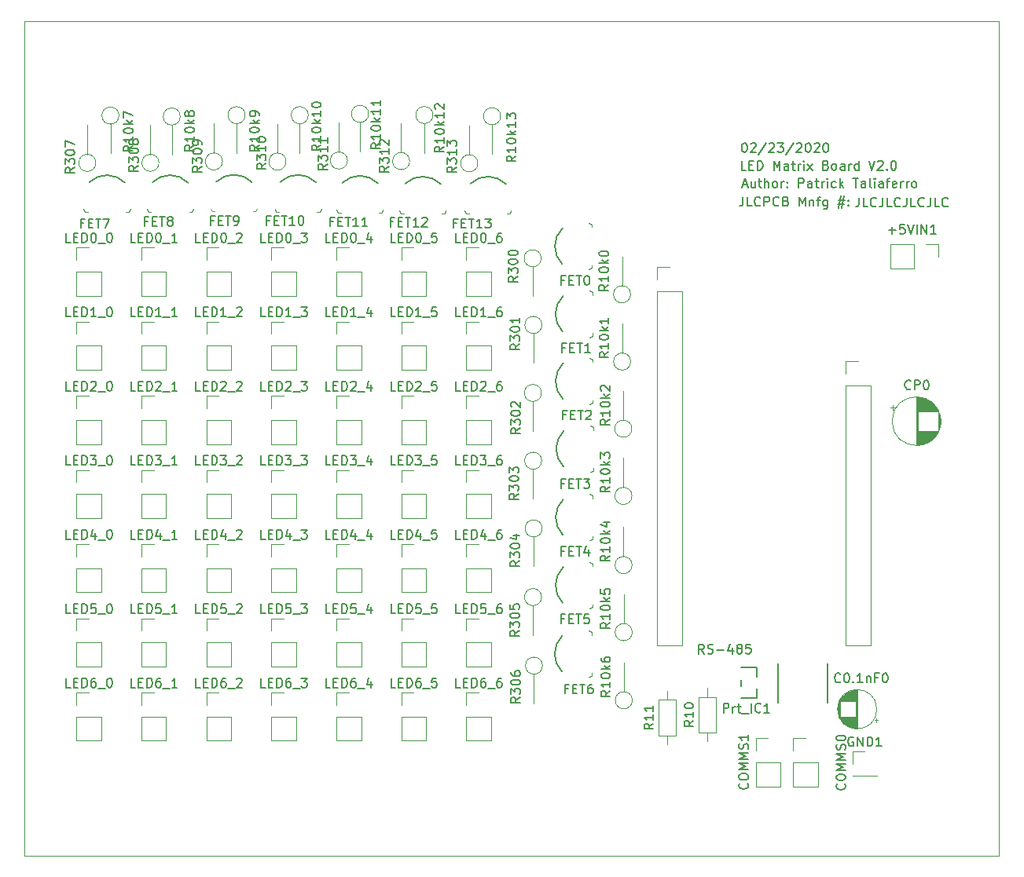
<source format=gbr>
G04 #@! TF.GenerationSoftware,KiCad,Pcbnew,5.1.5-52549c5~84~ubuntu18.04.1*
G04 #@! TF.CreationDate,2020-02-23T19:10:49-05:00*
G04 #@! TF.ProjectId,solenoid_board,736f6c65-6e6f-4696-945f-626f6172642e,rev?*
G04 #@! TF.SameCoordinates,Original*
G04 #@! TF.FileFunction,Legend,Top*
G04 #@! TF.FilePolarity,Positive*
%FSLAX46Y46*%
G04 Gerber Fmt 4.6, Leading zero omitted, Abs format (unit mm)*
G04 Created by KiCad (PCBNEW 5.1.5-52549c5~84~ubuntu18.04.1) date 2020-02-23 19:10:49*
%MOMM*%
%LPD*%
G04 APERTURE LIST*
G04 #@! TA.AperFunction,Profile*
%ADD10C,0.050000*%
G04 #@! TD*
%ADD11C,0.150000*%
%ADD12C,0.120000*%
%ADD13C,0.152400*%
%ADD14C,0.100000*%
G04 APERTURE END LIST*
D10*
X115000000Y-140000000D02*
X115000000Y-50000000D01*
X220000000Y-140000000D02*
X115000000Y-140000000D01*
X220000000Y-50000000D02*
X220000000Y-140000000D01*
X115000000Y-50000000D02*
X220000000Y-50000000D01*
D11*
X204892852Y-69010280D02*
X204892852Y-69724566D01*
X204845233Y-69867423D01*
X204749995Y-69962661D01*
X204607138Y-70010280D01*
X204511900Y-70010280D01*
X205845233Y-70010280D02*
X205369042Y-70010280D01*
X205369042Y-69010280D01*
X206749995Y-69915042D02*
X206702376Y-69962661D01*
X206559519Y-70010280D01*
X206464280Y-70010280D01*
X206321423Y-69962661D01*
X206226185Y-69867423D01*
X206178566Y-69772185D01*
X206130947Y-69581709D01*
X206130947Y-69438852D01*
X206178566Y-69248376D01*
X206226185Y-69153138D01*
X206321423Y-69057900D01*
X206464280Y-69010280D01*
X206559519Y-69010280D01*
X206702376Y-69057900D01*
X206749995Y-69105519D01*
X207464280Y-69010280D02*
X207464280Y-69724566D01*
X207416661Y-69867423D01*
X207321423Y-69962661D01*
X207178566Y-70010280D01*
X207083328Y-70010280D01*
X208416661Y-70010280D02*
X207940471Y-70010280D01*
X207940471Y-69010280D01*
X209321423Y-69915042D02*
X209273804Y-69962661D01*
X209130947Y-70010280D01*
X209035709Y-70010280D01*
X208892852Y-69962661D01*
X208797614Y-69867423D01*
X208749995Y-69772185D01*
X208702376Y-69581709D01*
X208702376Y-69438852D01*
X208749995Y-69248376D01*
X208797614Y-69153138D01*
X208892852Y-69057900D01*
X209035709Y-69010280D01*
X209130947Y-69010280D01*
X209273804Y-69057900D01*
X209321423Y-69105519D01*
X210035709Y-69010280D02*
X210035709Y-69724566D01*
X209988090Y-69867423D01*
X209892852Y-69962661D01*
X209749995Y-70010280D01*
X209654757Y-70010280D01*
X210988090Y-70010280D02*
X210511900Y-70010280D01*
X210511900Y-69010280D01*
X211892852Y-69915042D02*
X211845233Y-69962661D01*
X211702376Y-70010280D01*
X211607138Y-70010280D01*
X211464280Y-69962661D01*
X211369042Y-69867423D01*
X211321423Y-69772185D01*
X211273804Y-69581709D01*
X211273804Y-69438852D01*
X211321423Y-69248376D01*
X211369042Y-69153138D01*
X211464280Y-69057900D01*
X211607138Y-69010280D01*
X211702376Y-69010280D01*
X211845233Y-69057900D01*
X211892852Y-69105519D01*
X212607138Y-69010280D02*
X212607138Y-69724566D01*
X212559519Y-69867423D01*
X212464280Y-69962661D01*
X212321423Y-70010280D01*
X212226185Y-70010280D01*
X213559519Y-70010280D02*
X213083328Y-70010280D01*
X213083328Y-69010280D01*
X214464280Y-69915042D02*
X214416661Y-69962661D01*
X214273804Y-70010280D01*
X214178566Y-70010280D01*
X214035709Y-69962661D01*
X213940471Y-69867423D01*
X213892852Y-69772185D01*
X213845233Y-69581709D01*
X213845233Y-69438852D01*
X213892852Y-69248376D01*
X213940471Y-69153138D01*
X214035709Y-69057900D01*
X214178566Y-69010280D01*
X214273804Y-69010280D01*
X214416661Y-69057900D01*
X214464280Y-69105519D01*
X192392990Y-68921380D02*
X192392990Y-69635666D01*
X192345371Y-69778523D01*
X192250133Y-69873761D01*
X192107276Y-69921380D01*
X192012038Y-69921380D01*
X193345371Y-69921380D02*
X192869180Y-69921380D01*
X192869180Y-68921380D01*
X194250133Y-69826142D02*
X194202514Y-69873761D01*
X194059657Y-69921380D01*
X193964419Y-69921380D01*
X193821561Y-69873761D01*
X193726323Y-69778523D01*
X193678704Y-69683285D01*
X193631085Y-69492809D01*
X193631085Y-69349952D01*
X193678704Y-69159476D01*
X193726323Y-69064238D01*
X193821561Y-68969000D01*
X193964419Y-68921380D01*
X194059657Y-68921380D01*
X194202514Y-68969000D01*
X194250133Y-69016619D01*
X194678704Y-69921380D02*
X194678704Y-68921380D01*
X195059657Y-68921380D01*
X195154895Y-68969000D01*
X195202514Y-69016619D01*
X195250133Y-69111857D01*
X195250133Y-69254714D01*
X195202514Y-69349952D01*
X195154895Y-69397571D01*
X195059657Y-69445190D01*
X194678704Y-69445190D01*
X196250133Y-69826142D02*
X196202514Y-69873761D01*
X196059657Y-69921380D01*
X195964419Y-69921380D01*
X195821561Y-69873761D01*
X195726323Y-69778523D01*
X195678704Y-69683285D01*
X195631085Y-69492809D01*
X195631085Y-69349952D01*
X195678704Y-69159476D01*
X195726323Y-69064238D01*
X195821561Y-68969000D01*
X195964419Y-68921380D01*
X196059657Y-68921380D01*
X196202514Y-68969000D01*
X196250133Y-69016619D01*
X197012038Y-69397571D02*
X197154895Y-69445190D01*
X197202514Y-69492809D01*
X197250133Y-69588047D01*
X197250133Y-69730904D01*
X197202514Y-69826142D01*
X197154895Y-69873761D01*
X197059657Y-69921380D01*
X196678704Y-69921380D01*
X196678704Y-68921380D01*
X197012038Y-68921380D01*
X197107276Y-68969000D01*
X197154895Y-69016619D01*
X197202514Y-69111857D01*
X197202514Y-69207095D01*
X197154895Y-69302333D01*
X197107276Y-69349952D01*
X197012038Y-69397571D01*
X196678704Y-69397571D01*
X198440609Y-69921380D02*
X198440609Y-68921380D01*
X198773942Y-69635666D01*
X199107276Y-68921380D01*
X199107276Y-69921380D01*
X199583466Y-69254714D02*
X199583466Y-69921380D01*
X199583466Y-69349952D02*
X199631085Y-69302333D01*
X199726323Y-69254714D01*
X199869180Y-69254714D01*
X199964419Y-69302333D01*
X200012038Y-69397571D01*
X200012038Y-69921380D01*
X200345371Y-69254714D02*
X200726323Y-69254714D01*
X200488228Y-69921380D02*
X200488228Y-69064238D01*
X200535847Y-68969000D01*
X200631085Y-68921380D01*
X200726323Y-68921380D01*
X201488228Y-69254714D02*
X201488228Y-70064238D01*
X201440609Y-70159476D01*
X201392990Y-70207095D01*
X201297752Y-70254714D01*
X201154895Y-70254714D01*
X201059657Y-70207095D01*
X201488228Y-69873761D02*
X201392990Y-69921380D01*
X201202514Y-69921380D01*
X201107276Y-69873761D01*
X201059657Y-69826142D01*
X201012038Y-69730904D01*
X201012038Y-69445190D01*
X201059657Y-69349952D01*
X201107276Y-69302333D01*
X201202514Y-69254714D01*
X201392990Y-69254714D01*
X201488228Y-69302333D01*
X202678704Y-69254714D02*
X203392990Y-69254714D01*
X202964419Y-68826142D02*
X202678704Y-70111857D01*
X203297752Y-69683285D02*
X202583466Y-69683285D01*
X203012038Y-70111857D02*
X203297752Y-68826142D01*
X203726323Y-69826142D02*
X203773942Y-69873761D01*
X203726323Y-69921380D01*
X203678704Y-69873761D01*
X203726323Y-69826142D01*
X203726323Y-69921380D01*
X203726323Y-69302333D02*
X203773942Y-69349952D01*
X203726323Y-69397571D01*
X203678704Y-69349952D01*
X203726323Y-69302333D01*
X203726323Y-69397571D01*
X192497628Y-63130180D02*
X192592866Y-63130180D01*
X192688104Y-63177800D01*
X192735723Y-63225419D01*
X192783342Y-63320657D01*
X192830961Y-63511133D01*
X192830961Y-63749228D01*
X192783342Y-63939704D01*
X192735723Y-64034942D01*
X192688104Y-64082561D01*
X192592866Y-64130180D01*
X192497628Y-64130180D01*
X192402390Y-64082561D01*
X192354771Y-64034942D01*
X192307152Y-63939704D01*
X192259533Y-63749228D01*
X192259533Y-63511133D01*
X192307152Y-63320657D01*
X192354771Y-63225419D01*
X192402390Y-63177800D01*
X192497628Y-63130180D01*
X193211914Y-63225419D02*
X193259533Y-63177800D01*
X193354771Y-63130180D01*
X193592866Y-63130180D01*
X193688104Y-63177800D01*
X193735723Y-63225419D01*
X193783342Y-63320657D01*
X193783342Y-63415895D01*
X193735723Y-63558752D01*
X193164295Y-64130180D01*
X193783342Y-64130180D01*
X194926200Y-63082561D02*
X194069057Y-64368276D01*
X195211914Y-63225419D02*
X195259533Y-63177800D01*
X195354771Y-63130180D01*
X195592866Y-63130180D01*
X195688104Y-63177800D01*
X195735723Y-63225419D01*
X195783342Y-63320657D01*
X195783342Y-63415895D01*
X195735723Y-63558752D01*
X195164295Y-64130180D01*
X195783342Y-64130180D01*
X196116676Y-63130180D02*
X196735723Y-63130180D01*
X196402390Y-63511133D01*
X196545247Y-63511133D01*
X196640485Y-63558752D01*
X196688104Y-63606371D01*
X196735723Y-63701609D01*
X196735723Y-63939704D01*
X196688104Y-64034942D01*
X196640485Y-64082561D01*
X196545247Y-64130180D01*
X196259533Y-64130180D01*
X196164295Y-64082561D01*
X196116676Y-64034942D01*
X197878580Y-63082561D02*
X197021438Y-64368276D01*
X198164295Y-63225419D02*
X198211914Y-63177800D01*
X198307152Y-63130180D01*
X198545247Y-63130180D01*
X198640485Y-63177800D01*
X198688104Y-63225419D01*
X198735723Y-63320657D01*
X198735723Y-63415895D01*
X198688104Y-63558752D01*
X198116676Y-64130180D01*
X198735723Y-64130180D01*
X199354771Y-63130180D02*
X199450009Y-63130180D01*
X199545247Y-63177800D01*
X199592866Y-63225419D01*
X199640485Y-63320657D01*
X199688104Y-63511133D01*
X199688104Y-63749228D01*
X199640485Y-63939704D01*
X199592866Y-64034942D01*
X199545247Y-64082561D01*
X199450009Y-64130180D01*
X199354771Y-64130180D01*
X199259533Y-64082561D01*
X199211914Y-64034942D01*
X199164295Y-63939704D01*
X199116676Y-63749228D01*
X199116676Y-63511133D01*
X199164295Y-63320657D01*
X199211914Y-63225419D01*
X199259533Y-63177800D01*
X199354771Y-63130180D01*
X200069057Y-63225419D02*
X200116676Y-63177800D01*
X200211914Y-63130180D01*
X200450009Y-63130180D01*
X200545247Y-63177800D01*
X200592866Y-63225419D01*
X200640485Y-63320657D01*
X200640485Y-63415895D01*
X200592866Y-63558752D01*
X200021438Y-64130180D01*
X200640485Y-64130180D01*
X201259533Y-63130180D02*
X201354771Y-63130180D01*
X201450009Y-63177800D01*
X201497628Y-63225419D01*
X201545247Y-63320657D01*
X201592866Y-63511133D01*
X201592866Y-63749228D01*
X201545247Y-63939704D01*
X201497628Y-64034942D01*
X201450009Y-64082561D01*
X201354771Y-64130180D01*
X201259533Y-64130180D01*
X201164295Y-64082561D01*
X201116676Y-64034942D01*
X201069057Y-63939704D01*
X201021438Y-63749228D01*
X201021438Y-63511133D01*
X201069057Y-63320657D01*
X201116676Y-63225419D01*
X201164295Y-63177800D01*
X201259533Y-63130180D01*
X192345847Y-67641766D02*
X192822038Y-67641766D01*
X192250609Y-67927480D02*
X192583942Y-66927480D01*
X192917276Y-67927480D01*
X193679180Y-67260814D02*
X193679180Y-67927480D01*
X193250609Y-67260814D02*
X193250609Y-67784623D01*
X193298228Y-67879861D01*
X193393466Y-67927480D01*
X193536323Y-67927480D01*
X193631561Y-67879861D01*
X193679180Y-67832242D01*
X194012514Y-67260814D02*
X194393466Y-67260814D01*
X194155371Y-66927480D02*
X194155371Y-67784623D01*
X194202990Y-67879861D01*
X194298228Y-67927480D01*
X194393466Y-67927480D01*
X194726800Y-67927480D02*
X194726800Y-66927480D01*
X195155371Y-67927480D02*
X195155371Y-67403671D01*
X195107752Y-67308433D01*
X195012514Y-67260814D01*
X194869657Y-67260814D01*
X194774419Y-67308433D01*
X194726800Y-67356052D01*
X195774419Y-67927480D02*
X195679180Y-67879861D01*
X195631561Y-67832242D01*
X195583942Y-67737004D01*
X195583942Y-67451290D01*
X195631561Y-67356052D01*
X195679180Y-67308433D01*
X195774419Y-67260814D01*
X195917276Y-67260814D01*
X196012514Y-67308433D01*
X196060133Y-67356052D01*
X196107752Y-67451290D01*
X196107752Y-67737004D01*
X196060133Y-67832242D01*
X196012514Y-67879861D01*
X195917276Y-67927480D01*
X195774419Y-67927480D01*
X196536323Y-67927480D02*
X196536323Y-67260814D01*
X196536323Y-67451290D02*
X196583942Y-67356052D01*
X196631561Y-67308433D01*
X196726800Y-67260814D01*
X196822038Y-67260814D01*
X197155371Y-67832242D02*
X197202990Y-67879861D01*
X197155371Y-67927480D01*
X197107752Y-67879861D01*
X197155371Y-67832242D01*
X197155371Y-67927480D01*
X197155371Y-67308433D02*
X197202990Y-67356052D01*
X197155371Y-67403671D01*
X197107752Y-67356052D01*
X197155371Y-67308433D01*
X197155371Y-67403671D01*
X198393466Y-67927480D02*
X198393466Y-66927480D01*
X198774419Y-66927480D01*
X198869657Y-66975100D01*
X198917276Y-67022719D01*
X198964895Y-67117957D01*
X198964895Y-67260814D01*
X198917276Y-67356052D01*
X198869657Y-67403671D01*
X198774419Y-67451290D01*
X198393466Y-67451290D01*
X199822038Y-67927480D02*
X199822038Y-67403671D01*
X199774419Y-67308433D01*
X199679180Y-67260814D01*
X199488704Y-67260814D01*
X199393466Y-67308433D01*
X199822038Y-67879861D02*
X199726800Y-67927480D01*
X199488704Y-67927480D01*
X199393466Y-67879861D01*
X199345847Y-67784623D01*
X199345847Y-67689385D01*
X199393466Y-67594147D01*
X199488704Y-67546528D01*
X199726800Y-67546528D01*
X199822038Y-67498909D01*
X200155371Y-67260814D02*
X200536323Y-67260814D01*
X200298228Y-66927480D02*
X200298228Y-67784623D01*
X200345847Y-67879861D01*
X200441085Y-67927480D01*
X200536323Y-67927480D01*
X200869657Y-67927480D02*
X200869657Y-67260814D01*
X200869657Y-67451290D02*
X200917276Y-67356052D01*
X200964895Y-67308433D01*
X201060133Y-67260814D01*
X201155371Y-67260814D01*
X201488704Y-67927480D02*
X201488704Y-67260814D01*
X201488704Y-66927480D02*
X201441085Y-66975100D01*
X201488704Y-67022719D01*
X201536323Y-66975100D01*
X201488704Y-66927480D01*
X201488704Y-67022719D01*
X202393466Y-67879861D02*
X202298228Y-67927480D01*
X202107752Y-67927480D01*
X202012514Y-67879861D01*
X201964895Y-67832242D01*
X201917276Y-67737004D01*
X201917276Y-67451290D01*
X201964895Y-67356052D01*
X202012514Y-67308433D01*
X202107752Y-67260814D01*
X202298228Y-67260814D01*
X202393466Y-67308433D01*
X202822038Y-67927480D02*
X202822038Y-66927480D01*
X202917276Y-67546528D02*
X203202990Y-67927480D01*
X203202990Y-67260814D02*
X202822038Y-67641766D01*
X204250609Y-66927480D02*
X204822038Y-66927480D01*
X204536323Y-67927480D02*
X204536323Y-66927480D01*
X205583942Y-67927480D02*
X205583942Y-67403671D01*
X205536323Y-67308433D01*
X205441085Y-67260814D01*
X205250609Y-67260814D01*
X205155371Y-67308433D01*
X205583942Y-67879861D02*
X205488704Y-67927480D01*
X205250609Y-67927480D01*
X205155371Y-67879861D01*
X205107752Y-67784623D01*
X205107752Y-67689385D01*
X205155371Y-67594147D01*
X205250609Y-67546528D01*
X205488704Y-67546528D01*
X205583942Y-67498909D01*
X206202990Y-67927480D02*
X206107752Y-67879861D01*
X206060133Y-67784623D01*
X206060133Y-66927480D01*
X206583942Y-67927480D02*
X206583942Y-67260814D01*
X206583942Y-66927480D02*
X206536323Y-66975100D01*
X206583942Y-67022719D01*
X206631561Y-66975100D01*
X206583942Y-66927480D01*
X206583942Y-67022719D01*
X207488704Y-67927480D02*
X207488704Y-67403671D01*
X207441085Y-67308433D01*
X207345847Y-67260814D01*
X207155371Y-67260814D01*
X207060133Y-67308433D01*
X207488704Y-67879861D02*
X207393466Y-67927480D01*
X207155371Y-67927480D01*
X207060133Y-67879861D01*
X207012514Y-67784623D01*
X207012514Y-67689385D01*
X207060133Y-67594147D01*
X207155371Y-67546528D01*
X207393466Y-67546528D01*
X207488704Y-67498909D01*
X207822038Y-67260814D02*
X208202990Y-67260814D01*
X207964895Y-67927480D02*
X207964895Y-67070338D01*
X208012514Y-66975100D01*
X208107752Y-66927480D01*
X208202990Y-66927480D01*
X208917276Y-67879861D02*
X208822038Y-67927480D01*
X208631561Y-67927480D01*
X208536323Y-67879861D01*
X208488704Y-67784623D01*
X208488704Y-67403671D01*
X208536323Y-67308433D01*
X208631561Y-67260814D01*
X208822038Y-67260814D01*
X208917276Y-67308433D01*
X208964895Y-67403671D01*
X208964895Y-67498909D01*
X208488704Y-67594147D01*
X209393466Y-67927480D02*
X209393466Y-67260814D01*
X209393466Y-67451290D02*
X209441085Y-67356052D01*
X209488704Y-67308433D01*
X209583942Y-67260814D01*
X209679180Y-67260814D01*
X210012514Y-67927480D02*
X210012514Y-67260814D01*
X210012514Y-67451290D02*
X210060133Y-67356052D01*
X210107752Y-67308433D01*
X210202990Y-67260814D01*
X210298228Y-67260814D01*
X210774419Y-67927480D02*
X210679180Y-67879861D01*
X210631561Y-67832242D01*
X210583942Y-67737004D01*
X210583942Y-67451290D01*
X210631561Y-67356052D01*
X210679180Y-67308433D01*
X210774419Y-67260814D01*
X210917276Y-67260814D01*
X211012514Y-67308433D01*
X211060133Y-67356052D01*
X211107752Y-67451290D01*
X211107752Y-67737004D01*
X211060133Y-67832242D01*
X211012514Y-67879861D01*
X210917276Y-67927480D01*
X210774419Y-67927480D01*
X192712366Y-66035180D02*
X192236176Y-66035180D01*
X192236176Y-65035180D01*
X193045700Y-65511371D02*
X193379033Y-65511371D01*
X193521890Y-66035180D02*
X193045700Y-66035180D01*
X193045700Y-65035180D01*
X193521890Y-65035180D01*
X193950461Y-66035180D02*
X193950461Y-65035180D01*
X194188557Y-65035180D01*
X194331414Y-65082800D01*
X194426652Y-65178038D01*
X194474271Y-65273276D01*
X194521890Y-65463752D01*
X194521890Y-65606609D01*
X194474271Y-65797085D01*
X194426652Y-65892323D01*
X194331414Y-65987561D01*
X194188557Y-66035180D01*
X193950461Y-66035180D01*
X195712366Y-66035180D02*
X195712366Y-65035180D01*
X196045700Y-65749466D01*
X196379033Y-65035180D01*
X196379033Y-66035180D01*
X197283795Y-66035180D02*
X197283795Y-65511371D01*
X197236176Y-65416133D01*
X197140938Y-65368514D01*
X196950461Y-65368514D01*
X196855223Y-65416133D01*
X197283795Y-65987561D02*
X197188557Y-66035180D01*
X196950461Y-66035180D01*
X196855223Y-65987561D01*
X196807604Y-65892323D01*
X196807604Y-65797085D01*
X196855223Y-65701847D01*
X196950461Y-65654228D01*
X197188557Y-65654228D01*
X197283795Y-65606609D01*
X197617128Y-65368514D02*
X197998080Y-65368514D01*
X197759985Y-65035180D02*
X197759985Y-65892323D01*
X197807604Y-65987561D01*
X197902842Y-66035180D01*
X197998080Y-66035180D01*
X198331414Y-66035180D02*
X198331414Y-65368514D01*
X198331414Y-65558990D02*
X198379033Y-65463752D01*
X198426652Y-65416133D01*
X198521890Y-65368514D01*
X198617128Y-65368514D01*
X198950461Y-66035180D02*
X198950461Y-65368514D01*
X198950461Y-65035180D02*
X198902842Y-65082800D01*
X198950461Y-65130419D01*
X198998080Y-65082800D01*
X198950461Y-65035180D01*
X198950461Y-65130419D01*
X199331414Y-66035180D02*
X199855223Y-65368514D01*
X199331414Y-65368514D02*
X199855223Y-66035180D01*
X201331414Y-65511371D02*
X201474271Y-65558990D01*
X201521890Y-65606609D01*
X201569509Y-65701847D01*
X201569509Y-65844704D01*
X201521890Y-65939942D01*
X201474271Y-65987561D01*
X201379033Y-66035180D01*
X200998080Y-66035180D01*
X200998080Y-65035180D01*
X201331414Y-65035180D01*
X201426652Y-65082800D01*
X201474271Y-65130419D01*
X201521890Y-65225657D01*
X201521890Y-65320895D01*
X201474271Y-65416133D01*
X201426652Y-65463752D01*
X201331414Y-65511371D01*
X200998080Y-65511371D01*
X202140938Y-66035180D02*
X202045700Y-65987561D01*
X201998080Y-65939942D01*
X201950461Y-65844704D01*
X201950461Y-65558990D01*
X201998080Y-65463752D01*
X202045700Y-65416133D01*
X202140938Y-65368514D01*
X202283795Y-65368514D01*
X202379033Y-65416133D01*
X202426652Y-65463752D01*
X202474271Y-65558990D01*
X202474271Y-65844704D01*
X202426652Y-65939942D01*
X202379033Y-65987561D01*
X202283795Y-66035180D01*
X202140938Y-66035180D01*
X203331414Y-66035180D02*
X203331414Y-65511371D01*
X203283795Y-65416133D01*
X203188557Y-65368514D01*
X202998080Y-65368514D01*
X202902842Y-65416133D01*
X203331414Y-65987561D02*
X203236176Y-66035180D01*
X202998080Y-66035180D01*
X202902842Y-65987561D01*
X202855223Y-65892323D01*
X202855223Y-65797085D01*
X202902842Y-65701847D01*
X202998080Y-65654228D01*
X203236176Y-65654228D01*
X203331414Y-65606609D01*
X203807604Y-66035180D02*
X203807604Y-65368514D01*
X203807604Y-65558990D02*
X203855223Y-65463752D01*
X203902842Y-65416133D01*
X203998080Y-65368514D01*
X204093319Y-65368514D01*
X204855223Y-66035180D02*
X204855223Y-65035180D01*
X204855223Y-65987561D02*
X204759985Y-66035180D01*
X204569509Y-66035180D01*
X204474271Y-65987561D01*
X204426652Y-65939942D01*
X204379033Y-65844704D01*
X204379033Y-65558990D01*
X204426652Y-65463752D01*
X204474271Y-65416133D01*
X204569509Y-65368514D01*
X204759985Y-65368514D01*
X204855223Y-65416133D01*
X205950461Y-65035180D02*
X206283795Y-66035180D01*
X206617128Y-65035180D01*
X206902842Y-65130419D02*
X206950461Y-65082800D01*
X207045700Y-65035180D01*
X207283795Y-65035180D01*
X207379033Y-65082800D01*
X207426652Y-65130419D01*
X207474271Y-65225657D01*
X207474271Y-65320895D01*
X207426652Y-65463752D01*
X206855223Y-66035180D01*
X207474271Y-66035180D01*
X207902842Y-65939942D02*
X207950461Y-65987561D01*
X207902842Y-66035180D01*
X207855223Y-65987561D01*
X207902842Y-65939942D01*
X207902842Y-66035180D01*
X208569509Y-65035180D02*
X208664747Y-65035180D01*
X208759985Y-65082800D01*
X208807604Y-65130419D01*
X208855223Y-65225657D01*
X208902842Y-65416133D01*
X208902842Y-65654228D01*
X208855223Y-65844704D01*
X208807604Y-65939942D01*
X208759985Y-65987561D01*
X208664747Y-66035180D01*
X208569509Y-66035180D01*
X208474271Y-65987561D01*
X208426652Y-65939942D01*
X208379033Y-65844704D01*
X208331414Y-65654228D01*
X208331414Y-65416133D01*
X208379033Y-65225657D01*
X208426652Y-65130419D01*
X208474271Y-65082800D01*
X208569509Y-65035180D01*
D12*
G04 #@! TO.C,CP0*
X208524625Y-91391400D02*
X208524625Y-91891400D01*
X208274625Y-91641400D02*
X208774625Y-91641400D01*
X213680400Y-92832400D02*
X213680400Y-93400400D01*
X213640400Y-92598400D02*
X213640400Y-93634400D01*
X213600400Y-92439400D02*
X213600400Y-93793400D01*
X213560400Y-92311400D02*
X213560400Y-93921400D01*
X213520400Y-92201400D02*
X213520400Y-94031400D01*
X213480400Y-92105400D02*
X213480400Y-94127400D01*
X213440400Y-92018400D02*
X213440400Y-94214400D01*
X213400400Y-91938400D02*
X213400400Y-94294400D01*
X213360400Y-94156400D02*
X213360400Y-94367400D01*
X213360400Y-91865400D02*
X213360400Y-92076400D01*
X213320400Y-94156400D02*
X213320400Y-94435400D01*
X213320400Y-91797400D02*
X213320400Y-92076400D01*
X213280400Y-94156400D02*
X213280400Y-94499400D01*
X213280400Y-91733400D02*
X213280400Y-92076400D01*
X213240400Y-94156400D02*
X213240400Y-94559400D01*
X213240400Y-91673400D02*
X213240400Y-92076400D01*
X213200400Y-94156400D02*
X213200400Y-94616400D01*
X213200400Y-91616400D02*
X213200400Y-92076400D01*
X213160400Y-94156400D02*
X213160400Y-94670400D01*
X213160400Y-91562400D02*
X213160400Y-92076400D01*
X213120400Y-94156400D02*
X213120400Y-94721400D01*
X213120400Y-91511400D02*
X213120400Y-92076400D01*
X213080400Y-94156400D02*
X213080400Y-94769400D01*
X213080400Y-91463400D02*
X213080400Y-92076400D01*
X213040400Y-94156400D02*
X213040400Y-94815400D01*
X213040400Y-91417400D02*
X213040400Y-92076400D01*
X213000400Y-94156400D02*
X213000400Y-94859400D01*
X213000400Y-91373400D02*
X213000400Y-92076400D01*
X212960400Y-94156400D02*
X212960400Y-94901400D01*
X212960400Y-91331400D02*
X212960400Y-92076400D01*
X212920400Y-94156400D02*
X212920400Y-94942400D01*
X212920400Y-91290400D02*
X212920400Y-92076400D01*
X212880400Y-94156400D02*
X212880400Y-94980400D01*
X212880400Y-91252400D02*
X212880400Y-92076400D01*
X212840400Y-94156400D02*
X212840400Y-95017400D01*
X212840400Y-91215400D02*
X212840400Y-92076400D01*
X212800400Y-94156400D02*
X212800400Y-95053400D01*
X212800400Y-91179400D02*
X212800400Y-92076400D01*
X212760400Y-94156400D02*
X212760400Y-95087400D01*
X212760400Y-91145400D02*
X212760400Y-92076400D01*
X212720400Y-94156400D02*
X212720400Y-95120400D01*
X212720400Y-91112400D02*
X212720400Y-92076400D01*
X212680400Y-94156400D02*
X212680400Y-95151400D01*
X212680400Y-91081400D02*
X212680400Y-92076400D01*
X212640400Y-94156400D02*
X212640400Y-95181400D01*
X212640400Y-91051400D02*
X212640400Y-92076400D01*
X212600400Y-94156400D02*
X212600400Y-95211400D01*
X212600400Y-91021400D02*
X212600400Y-92076400D01*
X212560400Y-94156400D02*
X212560400Y-95238400D01*
X212560400Y-90994400D02*
X212560400Y-92076400D01*
X212520400Y-94156400D02*
X212520400Y-95265400D01*
X212520400Y-90967400D02*
X212520400Y-92076400D01*
X212480400Y-94156400D02*
X212480400Y-95291400D01*
X212480400Y-90941400D02*
X212480400Y-92076400D01*
X212440400Y-94156400D02*
X212440400Y-95316400D01*
X212440400Y-90916400D02*
X212440400Y-92076400D01*
X212400400Y-94156400D02*
X212400400Y-95340400D01*
X212400400Y-90892400D02*
X212400400Y-92076400D01*
X212360400Y-94156400D02*
X212360400Y-95363400D01*
X212360400Y-90869400D02*
X212360400Y-92076400D01*
X212320400Y-94156400D02*
X212320400Y-95384400D01*
X212320400Y-90848400D02*
X212320400Y-92076400D01*
X212280400Y-94156400D02*
X212280400Y-95406400D01*
X212280400Y-90826400D02*
X212280400Y-92076400D01*
X212240400Y-94156400D02*
X212240400Y-95426400D01*
X212240400Y-90806400D02*
X212240400Y-92076400D01*
X212200400Y-94156400D02*
X212200400Y-95445400D01*
X212200400Y-90787400D02*
X212200400Y-92076400D01*
X212160400Y-94156400D02*
X212160400Y-95464400D01*
X212160400Y-90768400D02*
X212160400Y-92076400D01*
X212120400Y-94156400D02*
X212120400Y-95481400D01*
X212120400Y-90751400D02*
X212120400Y-92076400D01*
X212080400Y-94156400D02*
X212080400Y-95498400D01*
X212080400Y-90734400D02*
X212080400Y-92076400D01*
X212040400Y-94156400D02*
X212040400Y-95514400D01*
X212040400Y-90718400D02*
X212040400Y-92076400D01*
X212000400Y-94156400D02*
X212000400Y-95530400D01*
X212000400Y-90702400D02*
X212000400Y-92076400D01*
X211960400Y-94156400D02*
X211960400Y-95544400D01*
X211960400Y-90688400D02*
X211960400Y-92076400D01*
X211920400Y-94156400D02*
X211920400Y-95558400D01*
X211920400Y-90674400D02*
X211920400Y-92076400D01*
X211880400Y-94156400D02*
X211880400Y-95571400D01*
X211880400Y-90661400D02*
X211880400Y-92076400D01*
X211840400Y-94156400D02*
X211840400Y-95584400D01*
X211840400Y-90648400D02*
X211840400Y-92076400D01*
X211800400Y-94156400D02*
X211800400Y-95596400D01*
X211800400Y-90636400D02*
X211800400Y-92076400D01*
X211759400Y-94156400D02*
X211759400Y-95607400D01*
X211759400Y-90625400D02*
X211759400Y-92076400D01*
X211719400Y-94156400D02*
X211719400Y-95617400D01*
X211719400Y-90615400D02*
X211719400Y-92076400D01*
X211679400Y-94156400D02*
X211679400Y-95627400D01*
X211679400Y-90605400D02*
X211679400Y-92076400D01*
X211639400Y-94156400D02*
X211639400Y-95636400D01*
X211639400Y-90596400D02*
X211639400Y-92076400D01*
X211599400Y-94156400D02*
X211599400Y-95644400D01*
X211599400Y-90588400D02*
X211599400Y-92076400D01*
X211559400Y-94156400D02*
X211559400Y-95652400D01*
X211559400Y-90580400D02*
X211559400Y-92076400D01*
X211519400Y-94156400D02*
X211519400Y-95659400D01*
X211519400Y-90573400D02*
X211519400Y-92076400D01*
X211479400Y-94156400D02*
X211479400Y-95666400D01*
X211479400Y-90566400D02*
X211479400Y-92076400D01*
X211439400Y-94156400D02*
X211439400Y-95672400D01*
X211439400Y-90560400D02*
X211439400Y-92076400D01*
X211399400Y-94156400D02*
X211399400Y-95677400D01*
X211399400Y-90555400D02*
X211399400Y-92076400D01*
X211359400Y-94156400D02*
X211359400Y-95681400D01*
X211359400Y-90551400D02*
X211359400Y-92076400D01*
X211319400Y-94156400D02*
X211319400Y-95685400D01*
X211319400Y-90547400D02*
X211319400Y-92076400D01*
X211279400Y-90543400D02*
X211279400Y-95689400D01*
X211239400Y-90540400D02*
X211239400Y-95692400D01*
X211199400Y-90538400D02*
X211199400Y-95694400D01*
X211159400Y-90537400D02*
X211159400Y-95695400D01*
X211119400Y-90536400D02*
X211119400Y-95696400D01*
X211079400Y-90536400D02*
X211079400Y-95696400D01*
X213699400Y-93116400D02*
G75*
G03X213699400Y-93116400I-2620000J0D01*
G01*
D13*
G04 #@! TO.C,RS-485*
X196202300Y-119265700D02*
X196202300Y-123507500D01*
X201460100Y-123507500D02*
X201460100Y-119265700D01*
D12*
G04 #@! TO.C,R10k13*
X165354000Y-61156100D02*
X165354000Y-64316100D01*
X166274000Y-60236100D02*
G75*
G03X166274000Y-60236100I-920000J0D01*
G01*
G04 #@! TO.C,R10k12*
X158064200Y-61029100D02*
X158064200Y-64189100D01*
X158984200Y-60109100D02*
G75*
G03X158984200Y-60109100I-920000J0D01*
G01*
G04 #@! TO.C,R10k11*
X151130000Y-60902100D02*
X151130000Y-64062100D01*
X152050000Y-59982100D02*
G75*
G03X152050000Y-59982100I-920000J0D01*
G01*
G04 #@! TO.C,R10k10*
X144640300Y-61041800D02*
X144640300Y-64201800D01*
X145560300Y-60121800D02*
G75*
G03X145560300Y-60121800I-920000J0D01*
G01*
G04 #@! TO.C,R10k9*
X137833100Y-61041800D02*
X137833100Y-64201800D01*
X138753100Y-60121800D02*
G75*
G03X138753100Y-60121800I-920000J0D01*
G01*
G04 #@! TO.C,R10k8*
X130848100Y-61194200D02*
X130848100Y-64354200D01*
X131768100Y-60274200D02*
G75*
G03X131768100Y-60274200I-920000J0D01*
G01*
G04 #@! TO.C,R10k7*
X124244100Y-61092600D02*
X124244100Y-64252600D01*
X125164100Y-60172600D02*
G75*
G03X125164100Y-60172600I-920000J0D01*
G01*
G04 #@! TO.C,R10k6*
X179552600Y-122295400D02*
X179552600Y-119135400D01*
X180472600Y-123215400D02*
G75*
G03X180472600Y-123215400I-920000J0D01*
G01*
G04 #@! TO.C,R10k5*
X179539900Y-114954800D02*
X179539900Y-111794800D01*
X180459900Y-115874800D02*
G75*
G03X180459900Y-115874800I-920000J0D01*
G01*
G04 #@! TO.C,R10k4*
X179527200Y-107715800D02*
X179527200Y-104555800D01*
X180447200Y-108635800D02*
G75*
G03X180447200Y-108635800I-920000J0D01*
G01*
G04 #@! TO.C,R10k3*
X179514500Y-100260900D02*
X179514500Y-97100900D01*
X180434500Y-101180900D02*
G75*
G03X180434500Y-101180900I-920000J0D01*
G01*
G04 #@! TO.C,R10k2*
X179501800Y-93021900D02*
X179501800Y-89861900D01*
X180421800Y-93941900D02*
G75*
G03X180421800Y-93941900I-920000J0D01*
G01*
G04 #@! TO.C,R10k1*
X179374800Y-85770200D02*
X179374800Y-82610200D01*
X180294800Y-86690200D02*
G75*
G03X180294800Y-86690200I-920000J0D01*
G01*
G04 #@! TO.C,R10k0*
X179362100Y-78518500D02*
X179362100Y-75358500D01*
X180282100Y-79438500D02*
G75*
G03X180282100Y-79438500I-920000J0D01*
G01*
G04 #@! TO.C,R313*
X162902900Y-64383400D02*
X162902900Y-61223400D01*
X163822900Y-65303400D02*
G75*
G03X163822900Y-65303400I-920000J0D01*
G01*
G04 #@! TO.C,R312*
X155562300Y-64154800D02*
X155562300Y-60994800D01*
X156482300Y-65074800D02*
G75*
G03X156482300Y-65074800I-920000J0D01*
G01*
G04 #@! TO.C,R311*
X148856700Y-64091300D02*
X148856700Y-60931300D01*
X149776700Y-65011300D02*
G75*
G03X149776700Y-65011300I-920000J0D01*
G01*
G04 #@! TO.C,R310*
X142240000Y-64205600D02*
X142240000Y-61045600D01*
X143160000Y-65125600D02*
G75*
G03X143160000Y-65125600I-920000J0D01*
G01*
G04 #@! TO.C,R309*
X135394700Y-64192900D02*
X135394700Y-61032900D01*
X136314700Y-65112900D02*
G75*
G03X136314700Y-65112900I-920000J0D01*
G01*
G04 #@! TO.C,R308*
X128549400Y-64345300D02*
X128549400Y-61185300D01*
X129469400Y-65265300D02*
G75*
G03X129469400Y-65265300I-920000J0D01*
G01*
G04 #@! TO.C,R307*
X121754900Y-64345300D02*
X121754900Y-61185300D01*
X122674900Y-65265300D02*
G75*
G03X122674900Y-65265300I-920000J0D01*
G01*
G04 #@! TO.C,R306*
X169875200Y-120401600D02*
X169875200Y-123561600D01*
X170795200Y-119481600D02*
G75*
G03X170795200Y-119481600I-920000J0D01*
G01*
G04 #@! TO.C,R305*
X169773600Y-113010200D02*
X169773600Y-116170200D01*
X170693600Y-112090200D02*
G75*
G03X170693600Y-112090200I-920000J0D01*
G01*
G04 #@! TO.C,R304*
X169837100Y-105606100D02*
X169837100Y-108766100D01*
X170757100Y-104686100D02*
G75*
G03X170757100Y-104686100I-920000J0D01*
G01*
G04 #@! TO.C,R303*
X169786300Y-98303600D02*
X169786300Y-101463600D01*
X170706300Y-97383600D02*
G75*
G03X170706300Y-97383600I-920000J0D01*
G01*
G04 #@! TO.C,R302*
X169760900Y-91001100D02*
X169760900Y-94161100D01*
X170680900Y-90081100D02*
G75*
G03X170680900Y-90081100I-920000J0D01*
G01*
G04 #@! TO.C,R301*
X169811700Y-83660500D02*
X169811700Y-86820500D01*
X170731700Y-82740500D02*
G75*
G03X170731700Y-82740500I-920000J0D01*
G01*
G04 #@! TO.C,R300*
X169735500Y-76472300D02*
X169735500Y-79632300D01*
X170655500Y-75552300D02*
G75*
G03X170655500Y-75552300I-920000J0D01*
G01*
G04 #@! TO.C,R11*
X184213500Y-122212300D02*
X184213500Y-123162300D01*
X184213500Y-127952300D02*
X184213500Y-127002300D01*
X183293500Y-123162300D02*
X183293500Y-127002300D01*
X185133500Y-123162300D02*
X183293500Y-123162300D01*
X185133500Y-127002300D02*
X185133500Y-123162300D01*
X183293500Y-127002300D02*
X185133500Y-127002300D01*
G04 #@! TO.C,R10*
X188518800Y-121907500D02*
X188518800Y-122857500D01*
X188518800Y-127647500D02*
X188518800Y-126697500D01*
X187598800Y-122857500D02*
X187598800Y-126697500D01*
X189438800Y-122857500D02*
X187598800Y-122857500D01*
X189438800Y-126697500D02*
X189438800Y-122857500D01*
X187598800Y-126697500D02*
X189438800Y-126697500D01*
G04 #@! TO.C,LED6_6*
X162594000Y-122385000D02*
X163924000Y-122385000D01*
X162594000Y-123715000D02*
X162594000Y-122385000D01*
X162594000Y-124985000D02*
X165254000Y-124985000D01*
X165254000Y-124985000D02*
X165254000Y-127585000D01*
X162594000Y-124985000D02*
X162594000Y-127585000D01*
X162594000Y-127585000D02*
X165254000Y-127585000D01*
G04 #@! TO.C,LED6_5*
X155594000Y-122385000D02*
X156924000Y-122385000D01*
X155594000Y-123715000D02*
X155594000Y-122385000D01*
X155594000Y-124985000D02*
X158254000Y-124985000D01*
X158254000Y-124985000D02*
X158254000Y-127585000D01*
X155594000Y-124985000D02*
X155594000Y-127585000D01*
X155594000Y-127585000D02*
X158254000Y-127585000D01*
G04 #@! TO.C,LED6_4*
X148594000Y-122385000D02*
X149924000Y-122385000D01*
X148594000Y-123715000D02*
X148594000Y-122385000D01*
X148594000Y-124985000D02*
X151254000Y-124985000D01*
X151254000Y-124985000D02*
X151254000Y-127585000D01*
X148594000Y-124985000D02*
X148594000Y-127585000D01*
X148594000Y-127585000D02*
X151254000Y-127585000D01*
G04 #@! TO.C,LED6_3*
X141594000Y-122385000D02*
X142924000Y-122385000D01*
X141594000Y-123715000D02*
X141594000Y-122385000D01*
X141594000Y-124985000D02*
X144254000Y-124985000D01*
X144254000Y-124985000D02*
X144254000Y-127585000D01*
X141594000Y-124985000D02*
X141594000Y-127585000D01*
X141594000Y-127585000D02*
X144254000Y-127585000D01*
G04 #@! TO.C,LED6_2*
X134594000Y-122385000D02*
X135924000Y-122385000D01*
X134594000Y-123715000D02*
X134594000Y-122385000D01*
X134594000Y-124985000D02*
X137254000Y-124985000D01*
X137254000Y-124985000D02*
X137254000Y-127585000D01*
X134594000Y-124985000D02*
X134594000Y-127585000D01*
X134594000Y-127585000D02*
X137254000Y-127585000D01*
G04 #@! TO.C,LED6_1*
X127594000Y-122385000D02*
X128924000Y-122385000D01*
X127594000Y-123715000D02*
X127594000Y-122385000D01*
X127594000Y-124985000D02*
X130254000Y-124985000D01*
X130254000Y-124985000D02*
X130254000Y-127585000D01*
X127594000Y-124985000D02*
X127594000Y-127585000D01*
X127594000Y-127585000D02*
X130254000Y-127585000D01*
G04 #@! TO.C,LED6_0*
X120594000Y-122385000D02*
X121924000Y-122385000D01*
X120594000Y-123715000D02*
X120594000Y-122385000D01*
X120594000Y-124985000D02*
X123254000Y-124985000D01*
X123254000Y-124985000D02*
X123254000Y-127585000D01*
X120594000Y-124985000D02*
X120594000Y-127585000D01*
X120594000Y-127585000D02*
X123254000Y-127585000D01*
G04 #@! TO.C,LED5_6*
X162594000Y-114385000D02*
X163924000Y-114385000D01*
X162594000Y-115715000D02*
X162594000Y-114385000D01*
X162594000Y-116985000D02*
X165254000Y-116985000D01*
X165254000Y-116985000D02*
X165254000Y-119585000D01*
X162594000Y-116985000D02*
X162594000Y-119585000D01*
X162594000Y-119585000D02*
X165254000Y-119585000D01*
G04 #@! TO.C,LED5_5*
X155594000Y-114385000D02*
X156924000Y-114385000D01*
X155594000Y-115715000D02*
X155594000Y-114385000D01*
X155594000Y-116985000D02*
X158254000Y-116985000D01*
X158254000Y-116985000D02*
X158254000Y-119585000D01*
X155594000Y-116985000D02*
X155594000Y-119585000D01*
X155594000Y-119585000D02*
X158254000Y-119585000D01*
G04 #@! TO.C,LED5_4*
X148594000Y-114385000D02*
X149924000Y-114385000D01*
X148594000Y-115715000D02*
X148594000Y-114385000D01*
X148594000Y-116985000D02*
X151254000Y-116985000D01*
X151254000Y-116985000D02*
X151254000Y-119585000D01*
X148594000Y-116985000D02*
X148594000Y-119585000D01*
X148594000Y-119585000D02*
X151254000Y-119585000D01*
G04 #@! TO.C,LED5_3*
X141594000Y-114385000D02*
X142924000Y-114385000D01*
X141594000Y-115715000D02*
X141594000Y-114385000D01*
X141594000Y-116985000D02*
X144254000Y-116985000D01*
X144254000Y-116985000D02*
X144254000Y-119585000D01*
X141594000Y-116985000D02*
X141594000Y-119585000D01*
X141594000Y-119585000D02*
X144254000Y-119585000D01*
G04 #@! TO.C,LED5_2*
X134594000Y-114385000D02*
X135924000Y-114385000D01*
X134594000Y-115715000D02*
X134594000Y-114385000D01*
X134594000Y-116985000D02*
X137254000Y-116985000D01*
X137254000Y-116985000D02*
X137254000Y-119585000D01*
X134594000Y-116985000D02*
X134594000Y-119585000D01*
X134594000Y-119585000D02*
X137254000Y-119585000D01*
G04 #@! TO.C,LED5_1*
X127594000Y-114385000D02*
X128924000Y-114385000D01*
X127594000Y-115715000D02*
X127594000Y-114385000D01*
X127594000Y-116985000D02*
X130254000Y-116985000D01*
X130254000Y-116985000D02*
X130254000Y-119585000D01*
X127594000Y-116985000D02*
X127594000Y-119585000D01*
X127594000Y-119585000D02*
X130254000Y-119585000D01*
G04 #@! TO.C,LED5_0*
X120594000Y-114385000D02*
X121924000Y-114385000D01*
X120594000Y-115715000D02*
X120594000Y-114385000D01*
X120594000Y-116985000D02*
X123254000Y-116985000D01*
X123254000Y-116985000D02*
X123254000Y-119585000D01*
X120594000Y-116985000D02*
X120594000Y-119585000D01*
X120594000Y-119585000D02*
X123254000Y-119585000D01*
G04 #@! TO.C,LED4_6*
X162594000Y-106385000D02*
X163924000Y-106385000D01*
X162594000Y-107715000D02*
X162594000Y-106385000D01*
X162594000Y-108985000D02*
X165254000Y-108985000D01*
X165254000Y-108985000D02*
X165254000Y-111585000D01*
X162594000Y-108985000D02*
X162594000Y-111585000D01*
X162594000Y-111585000D02*
X165254000Y-111585000D01*
G04 #@! TO.C,LED4_5*
X155594000Y-106385000D02*
X156924000Y-106385000D01*
X155594000Y-107715000D02*
X155594000Y-106385000D01*
X155594000Y-108985000D02*
X158254000Y-108985000D01*
X158254000Y-108985000D02*
X158254000Y-111585000D01*
X155594000Y-108985000D02*
X155594000Y-111585000D01*
X155594000Y-111585000D02*
X158254000Y-111585000D01*
G04 #@! TO.C,LED4_4*
X148594000Y-106385000D02*
X149924000Y-106385000D01*
X148594000Y-107715000D02*
X148594000Y-106385000D01*
X148594000Y-108985000D02*
X151254000Y-108985000D01*
X151254000Y-108985000D02*
X151254000Y-111585000D01*
X148594000Y-108985000D02*
X148594000Y-111585000D01*
X148594000Y-111585000D02*
X151254000Y-111585000D01*
G04 #@! TO.C,LED4_3*
X141594000Y-106385000D02*
X142924000Y-106385000D01*
X141594000Y-107715000D02*
X141594000Y-106385000D01*
X141594000Y-108985000D02*
X144254000Y-108985000D01*
X144254000Y-108985000D02*
X144254000Y-111585000D01*
X141594000Y-108985000D02*
X141594000Y-111585000D01*
X141594000Y-111585000D02*
X144254000Y-111585000D01*
G04 #@! TO.C,LED4_2*
X134594000Y-106385000D02*
X135924000Y-106385000D01*
X134594000Y-107715000D02*
X134594000Y-106385000D01*
X134594000Y-108985000D02*
X137254000Y-108985000D01*
X137254000Y-108985000D02*
X137254000Y-111585000D01*
X134594000Y-108985000D02*
X134594000Y-111585000D01*
X134594000Y-111585000D02*
X137254000Y-111585000D01*
G04 #@! TO.C,LED4_1*
X127594000Y-106385000D02*
X128924000Y-106385000D01*
X127594000Y-107715000D02*
X127594000Y-106385000D01*
X127594000Y-108985000D02*
X130254000Y-108985000D01*
X130254000Y-108985000D02*
X130254000Y-111585000D01*
X127594000Y-108985000D02*
X127594000Y-111585000D01*
X127594000Y-111585000D02*
X130254000Y-111585000D01*
G04 #@! TO.C,LED4_0*
X120594000Y-106385000D02*
X121924000Y-106385000D01*
X120594000Y-107715000D02*
X120594000Y-106385000D01*
X120594000Y-108985000D02*
X123254000Y-108985000D01*
X123254000Y-108985000D02*
X123254000Y-111585000D01*
X120594000Y-108985000D02*
X120594000Y-111585000D01*
X120594000Y-111585000D02*
X123254000Y-111585000D01*
G04 #@! TO.C,LED3_6*
X162594000Y-98385000D02*
X163924000Y-98385000D01*
X162594000Y-99715000D02*
X162594000Y-98385000D01*
X162594000Y-100985000D02*
X165254000Y-100985000D01*
X165254000Y-100985000D02*
X165254000Y-103585000D01*
X162594000Y-100985000D02*
X162594000Y-103585000D01*
X162594000Y-103585000D02*
X165254000Y-103585000D01*
G04 #@! TO.C,LED3_5*
X155594000Y-98385000D02*
X156924000Y-98385000D01*
X155594000Y-99715000D02*
X155594000Y-98385000D01*
X155594000Y-100985000D02*
X158254000Y-100985000D01*
X158254000Y-100985000D02*
X158254000Y-103585000D01*
X155594000Y-100985000D02*
X155594000Y-103585000D01*
X155594000Y-103585000D02*
X158254000Y-103585000D01*
G04 #@! TO.C,LED3_4*
X148594000Y-98385000D02*
X149924000Y-98385000D01*
X148594000Y-99715000D02*
X148594000Y-98385000D01*
X148594000Y-100985000D02*
X151254000Y-100985000D01*
X151254000Y-100985000D02*
X151254000Y-103585000D01*
X148594000Y-100985000D02*
X148594000Y-103585000D01*
X148594000Y-103585000D02*
X151254000Y-103585000D01*
G04 #@! TO.C,LED3_3*
X141594000Y-98385000D02*
X142924000Y-98385000D01*
X141594000Y-99715000D02*
X141594000Y-98385000D01*
X141594000Y-100985000D02*
X144254000Y-100985000D01*
X144254000Y-100985000D02*
X144254000Y-103585000D01*
X141594000Y-100985000D02*
X141594000Y-103585000D01*
X141594000Y-103585000D02*
X144254000Y-103585000D01*
G04 #@! TO.C,LED3_2*
X134594000Y-98385000D02*
X135924000Y-98385000D01*
X134594000Y-99715000D02*
X134594000Y-98385000D01*
X134594000Y-100985000D02*
X137254000Y-100985000D01*
X137254000Y-100985000D02*
X137254000Y-103585000D01*
X134594000Y-100985000D02*
X134594000Y-103585000D01*
X134594000Y-103585000D02*
X137254000Y-103585000D01*
G04 #@! TO.C,LED3_1*
X127594000Y-98385000D02*
X128924000Y-98385000D01*
X127594000Y-99715000D02*
X127594000Y-98385000D01*
X127594000Y-100985000D02*
X130254000Y-100985000D01*
X130254000Y-100985000D02*
X130254000Y-103585000D01*
X127594000Y-100985000D02*
X127594000Y-103585000D01*
X127594000Y-103585000D02*
X130254000Y-103585000D01*
G04 #@! TO.C,LED3_0*
X120594000Y-98385000D02*
X121924000Y-98385000D01*
X120594000Y-99715000D02*
X120594000Y-98385000D01*
X120594000Y-100985000D02*
X123254000Y-100985000D01*
X123254000Y-100985000D02*
X123254000Y-103585000D01*
X120594000Y-100985000D02*
X120594000Y-103585000D01*
X120594000Y-103585000D02*
X123254000Y-103585000D01*
G04 #@! TO.C,LED2_6*
X162594000Y-90385000D02*
X163924000Y-90385000D01*
X162594000Y-91715000D02*
X162594000Y-90385000D01*
X162594000Y-92985000D02*
X165254000Y-92985000D01*
X165254000Y-92985000D02*
X165254000Y-95585000D01*
X162594000Y-92985000D02*
X162594000Y-95585000D01*
X162594000Y-95585000D02*
X165254000Y-95585000D01*
G04 #@! TO.C,LED2_5*
X155594000Y-90385000D02*
X156924000Y-90385000D01*
X155594000Y-91715000D02*
X155594000Y-90385000D01*
X155594000Y-92985000D02*
X158254000Y-92985000D01*
X158254000Y-92985000D02*
X158254000Y-95585000D01*
X155594000Y-92985000D02*
X155594000Y-95585000D01*
X155594000Y-95585000D02*
X158254000Y-95585000D01*
G04 #@! TO.C,LED2_4*
X148594000Y-90385000D02*
X149924000Y-90385000D01*
X148594000Y-91715000D02*
X148594000Y-90385000D01*
X148594000Y-92985000D02*
X151254000Y-92985000D01*
X151254000Y-92985000D02*
X151254000Y-95585000D01*
X148594000Y-92985000D02*
X148594000Y-95585000D01*
X148594000Y-95585000D02*
X151254000Y-95585000D01*
G04 #@! TO.C,LED2_3*
X141594000Y-90385000D02*
X142924000Y-90385000D01*
X141594000Y-91715000D02*
X141594000Y-90385000D01*
X141594000Y-92985000D02*
X144254000Y-92985000D01*
X144254000Y-92985000D02*
X144254000Y-95585000D01*
X141594000Y-92985000D02*
X141594000Y-95585000D01*
X141594000Y-95585000D02*
X144254000Y-95585000D01*
G04 #@! TO.C,LED2_2*
X134594000Y-90385000D02*
X135924000Y-90385000D01*
X134594000Y-91715000D02*
X134594000Y-90385000D01*
X134594000Y-92985000D02*
X137254000Y-92985000D01*
X137254000Y-92985000D02*
X137254000Y-95585000D01*
X134594000Y-92985000D02*
X134594000Y-95585000D01*
X134594000Y-95585000D02*
X137254000Y-95585000D01*
G04 #@! TO.C,LED2_1*
X127594000Y-90385000D02*
X128924000Y-90385000D01*
X127594000Y-91715000D02*
X127594000Y-90385000D01*
X127594000Y-92985000D02*
X130254000Y-92985000D01*
X130254000Y-92985000D02*
X130254000Y-95585000D01*
X127594000Y-92985000D02*
X127594000Y-95585000D01*
X127594000Y-95585000D02*
X130254000Y-95585000D01*
G04 #@! TO.C,LED2_0*
X120594000Y-90385000D02*
X121924000Y-90385000D01*
X120594000Y-91715000D02*
X120594000Y-90385000D01*
X120594000Y-92985000D02*
X123254000Y-92985000D01*
X123254000Y-92985000D02*
X123254000Y-95585000D01*
X120594000Y-92985000D02*
X120594000Y-95585000D01*
X120594000Y-95585000D02*
X123254000Y-95585000D01*
G04 #@! TO.C,LED1_6*
X162594000Y-82385000D02*
X163924000Y-82385000D01*
X162594000Y-83715000D02*
X162594000Y-82385000D01*
X162594000Y-84985000D02*
X165254000Y-84985000D01*
X165254000Y-84985000D02*
X165254000Y-87585000D01*
X162594000Y-84985000D02*
X162594000Y-87585000D01*
X162594000Y-87585000D02*
X165254000Y-87585000D01*
G04 #@! TO.C,LED1_5*
X155594000Y-82385000D02*
X156924000Y-82385000D01*
X155594000Y-83715000D02*
X155594000Y-82385000D01*
X155594000Y-84985000D02*
X158254000Y-84985000D01*
X158254000Y-84985000D02*
X158254000Y-87585000D01*
X155594000Y-84985000D02*
X155594000Y-87585000D01*
X155594000Y-87585000D02*
X158254000Y-87585000D01*
G04 #@! TO.C,LED1_4*
X148594000Y-82385000D02*
X149924000Y-82385000D01*
X148594000Y-83715000D02*
X148594000Y-82385000D01*
X148594000Y-84985000D02*
X151254000Y-84985000D01*
X151254000Y-84985000D02*
X151254000Y-87585000D01*
X148594000Y-84985000D02*
X148594000Y-87585000D01*
X148594000Y-87585000D02*
X151254000Y-87585000D01*
G04 #@! TO.C,LED1_3*
X141594000Y-82385000D02*
X142924000Y-82385000D01*
X141594000Y-83715000D02*
X141594000Y-82385000D01*
X141594000Y-84985000D02*
X144254000Y-84985000D01*
X144254000Y-84985000D02*
X144254000Y-87585000D01*
X141594000Y-84985000D02*
X141594000Y-87585000D01*
X141594000Y-87585000D02*
X144254000Y-87585000D01*
G04 #@! TO.C,LED1_2*
X134594000Y-82385000D02*
X135924000Y-82385000D01*
X134594000Y-83715000D02*
X134594000Y-82385000D01*
X134594000Y-84985000D02*
X137254000Y-84985000D01*
X137254000Y-84985000D02*
X137254000Y-87585000D01*
X134594000Y-84985000D02*
X134594000Y-87585000D01*
X134594000Y-87585000D02*
X137254000Y-87585000D01*
G04 #@! TO.C,LED1_1*
X127594000Y-82385000D02*
X128924000Y-82385000D01*
X127594000Y-83715000D02*
X127594000Y-82385000D01*
X127594000Y-84985000D02*
X130254000Y-84985000D01*
X130254000Y-84985000D02*
X130254000Y-87585000D01*
X127594000Y-84985000D02*
X127594000Y-87585000D01*
X127594000Y-87585000D02*
X130254000Y-87585000D01*
G04 #@! TO.C,LED1_0*
X120594000Y-82385000D02*
X121924000Y-82385000D01*
X120594000Y-83715000D02*
X120594000Y-82385000D01*
X120594000Y-84985000D02*
X123254000Y-84985000D01*
X123254000Y-84985000D02*
X123254000Y-87585000D01*
X120594000Y-84985000D02*
X120594000Y-87585000D01*
X120594000Y-87585000D02*
X123254000Y-87585000D01*
G04 #@! TO.C,LED0_6*
X162594000Y-74385000D02*
X163924000Y-74385000D01*
X162594000Y-75715000D02*
X162594000Y-74385000D01*
X162594000Y-76985000D02*
X165254000Y-76985000D01*
X165254000Y-76985000D02*
X165254000Y-79585000D01*
X162594000Y-76985000D02*
X162594000Y-79585000D01*
X162594000Y-79585000D02*
X165254000Y-79585000D01*
G04 #@! TO.C,LED0_5*
X155594000Y-74385000D02*
X156924000Y-74385000D01*
X155594000Y-75715000D02*
X155594000Y-74385000D01*
X155594000Y-76985000D02*
X158254000Y-76985000D01*
X158254000Y-76985000D02*
X158254000Y-79585000D01*
X155594000Y-76985000D02*
X155594000Y-79585000D01*
X155594000Y-79585000D02*
X158254000Y-79585000D01*
G04 #@! TO.C,LED0_4*
X148594000Y-74385000D02*
X149924000Y-74385000D01*
X148594000Y-75715000D02*
X148594000Y-74385000D01*
X148594000Y-76985000D02*
X151254000Y-76985000D01*
X151254000Y-76985000D02*
X151254000Y-79585000D01*
X148594000Y-76985000D02*
X148594000Y-79585000D01*
X148594000Y-79585000D02*
X151254000Y-79585000D01*
G04 #@! TO.C,LED0_3*
X141594000Y-74385000D02*
X142924000Y-74385000D01*
X141594000Y-75715000D02*
X141594000Y-74385000D01*
X141594000Y-76985000D02*
X144254000Y-76985000D01*
X144254000Y-76985000D02*
X144254000Y-79585000D01*
X141594000Y-76985000D02*
X141594000Y-79585000D01*
X141594000Y-79585000D02*
X144254000Y-79585000D01*
G04 #@! TO.C,LED0_2*
X134594000Y-74385000D02*
X135924000Y-74385000D01*
X134594000Y-75715000D02*
X134594000Y-74385000D01*
X134594000Y-76985000D02*
X137254000Y-76985000D01*
X137254000Y-76985000D02*
X137254000Y-79585000D01*
X134594000Y-76985000D02*
X134594000Y-79585000D01*
X134594000Y-79585000D02*
X137254000Y-79585000D01*
G04 #@! TO.C,LED0_1*
X127594000Y-74385000D02*
X128924000Y-74385000D01*
X127594000Y-75715000D02*
X127594000Y-74385000D01*
X127594000Y-76985000D02*
X130254000Y-76985000D01*
X130254000Y-76985000D02*
X130254000Y-79585000D01*
X127594000Y-76985000D02*
X127594000Y-79585000D01*
X127594000Y-79585000D02*
X130254000Y-79585000D01*
G04 #@! TO.C,LED0_0*
X120594000Y-74385000D02*
X121924000Y-74385000D01*
X120594000Y-75715000D02*
X120594000Y-74385000D01*
X120594000Y-76985000D02*
X123254000Y-76985000D01*
X123254000Y-76985000D02*
X123254000Y-79585000D01*
X120594000Y-76985000D02*
X120594000Y-79585000D01*
X120594000Y-79585000D02*
X123254000Y-79585000D01*
G04 #@! TO.C,GND1*
X204181400Y-128718000D02*
X205511400Y-128718000D01*
X204181400Y-130048000D02*
X204181400Y-128718000D01*
X204181400Y-131318000D02*
X206841400Y-131318000D01*
X206841400Y-131318000D02*
X206841400Y-131378000D01*
X204181400Y-131318000D02*
X204181400Y-131378000D01*
X204181400Y-131378000D02*
X206841400Y-131378000D01*
D14*
G04 #@! TO.C,FET13*
X162572200Y-70713400D02*
X162422200Y-70413400D01*
X162872200Y-70713400D02*
X162572200Y-70713400D01*
X167272200Y-70713400D02*
X166972200Y-70713400D01*
X167272200Y-70713400D02*
X167422200Y-70413400D01*
D11*
X166872200Y-67563400D02*
G75*
G03X163022200Y-67513400I-1950000J-1900000D01*
G01*
D14*
G04 #@! TO.C,FET12*
X155536400Y-70713400D02*
X155386400Y-70413400D01*
X155836400Y-70713400D02*
X155536400Y-70713400D01*
X160236400Y-70713400D02*
X159936400Y-70713400D01*
X160236400Y-70713400D02*
X160386400Y-70413400D01*
D11*
X159836400Y-67563400D02*
G75*
G03X155986400Y-67513400I-1950000J-1900000D01*
G01*
D14*
G04 #@! TO.C,FET11*
X148767300Y-70624500D02*
X148617300Y-70324500D01*
X149067300Y-70624500D02*
X148767300Y-70624500D01*
X153467300Y-70624500D02*
X153167300Y-70624500D01*
X153467300Y-70624500D02*
X153617300Y-70324500D01*
D11*
X153067300Y-67474500D02*
G75*
G03X149217300Y-67424500I-1950000J-1900000D01*
G01*
D14*
G04 #@! TO.C,FET10*
X142099800Y-70522900D02*
X141949800Y-70222900D01*
X142399800Y-70522900D02*
X142099800Y-70522900D01*
X146799800Y-70522900D02*
X146499800Y-70522900D01*
X146799800Y-70522900D02*
X146949800Y-70222900D01*
D11*
X146399800Y-67372900D02*
G75*
G03X142549800Y-67322900I-1950000J-1900000D01*
G01*
D14*
G04 #@! TO.C,FET9*
X135203700Y-70510200D02*
X135053700Y-70210200D01*
X135503700Y-70510200D02*
X135203700Y-70510200D01*
X139903700Y-70510200D02*
X139603700Y-70510200D01*
X139903700Y-70510200D02*
X140053700Y-70210200D01*
D11*
X139503700Y-67360200D02*
G75*
G03X135653700Y-67310200I-1950000J-1900000D01*
G01*
D14*
G04 #@! TO.C,FET8*
X128320300Y-70561000D02*
X128170300Y-70261000D01*
X128620300Y-70561000D02*
X128320300Y-70561000D01*
X133020300Y-70561000D02*
X132720300Y-70561000D01*
X133020300Y-70561000D02*
X133170300Y-70261000D01*
D11*
X132620300Y-67411000D02*
G75*
G03X128770300Y-67361000I-1950000J-1900000D01*
G01*
D14*
G04 #@! TO.C,FET7*
X121513100Y-70561000D02*
X121363100Y-70261000D01*
X121813100Y-70561000D02*
X121513100Y-70561000D01*
X126213100Y-70561000D02*
X125913100Y-70561000D01*
X126213100Y-70561000D02*
X126363100Y-70261000D01*
D11*
X125813100Y-67411000D02*
G75*
G03X121963100Y-67361000I-1950000J-1900000D01*
G01*
D14*
G04 #@! TO.C,FET6*
X176072600Y-120561600D02*
X175772600Y-120711600D01*
X176072600Y-120261600D02*
X176072600Y-120561600D01*
X176072600Y-115861600D02*
X176072600Y-116161600D01*
X176072600Y-115861600D02*
X175772600Y-115711600D01*
D11*
X172922600Y-116261600D02*
G75*
G03X172872600Y-120111600I1900000J-1950000D01*
G01*
D14*
G04 #@! TO.C,FET5*
X176174200Y-113170200D02*
X175874200Y-113320200D01*
X176174200Y-112870200D02*
X176174200Y-113170200D01*
X176174200Y-108470200D02*
X176174200Y-108770200D01*
X176174200Y-108470200D02*
X175874200Y-108320200D01*
D11*
X173024200Y-108870200D02*
G75*
G03X172974200Y-112720200I1900000J-1950000D01*
G01*
D14*
G04 #@! TO.C,FET4*
X176186900Y-105842300D02*
X175886900Y-105992300D01*
X176186900Y-105542300D02*
X176186900Y-105842300D01*
X176186900Y-101142300D02*
X176186900Y-101442300D01*
X176186900Y-101142300D02*
X175886900Y-100992300D01*
D11*
X173036900Y-101542300D02*
G75*
G03X172986900Y-105392300I1900000J-1950000D01*
G01*
D14*
G04 #@! TO.C,FET3*
X176237700Y-98463600D02*
X175937700Y-98613600D01*
X176237700Y-98163600D02*
X176237700Y-98463600D01*
X176237700Y-93763600D02*
X176237700Y-94063600D01*
X176237700Y-93763600D02*
X175937700Y-93613600D01*
D11*
X173087700Y-94163600D02*
G75*
G03X173037700Y-98013600I1900000J-1950000D01*
G01*
D14*
G04 #@! TO.C,FET2*
X176174200Y-91161100D02*
X175874200Y-91311100D01*
X176174200Y-90861100D02*
X176174200Y-91161100D01*
X176174200Y-86461100D02*
X176174200Y-86761100D01*
X176174200Y-86461100D02*
X175874200Y-86311100D01*
D11*
X173024200Y-86861100D02*
G75*
G03X172974200Y-90711100I1900000J-1950000D01*
G01*
D14*
G04 #@! TO.C,FET1*
X176161500Y-83922100D02*
X175861500Y-84072100D01*
X176161500Y-83622100D02*
X176161500Y-83922100D01*
X176161500Y-79222100D02*
X176161500Y-79522100D01*
X176161500Y-79222100D02*
X175861500Y-79072100D01*
D11*
X173011500Y-79622100D02*
G75*
G03X172961500Y-83472100I1900000J-1950000D01*
G01*
D14*
G04 #@! TO.C,FET0*
X176098000Y-76606900D02*
X175798000Y-76756900D01*
X176098000Y-76306900D02*
X176098000Y-76606900D01*
X176098000Y-71906900D02*
X176098000Y-72206900D01*
X176098000Y-71906900D02*
X175798000Y-71756900D01*
D11*
X172948000Y-72306900D02*
G75*
G03X172898000Y-76156900I1900000J-1950000D01*
G01*
D12*
G04 #@! TO.C,COMMS1*
X193767400Y-132508300D02*
X196427400Y-132508300D01*
X193767400Y-129908300D02*
X193767400Y-132508300D01*
X196427400Y-129908300D02*
X196427400Y-132508300D01*
X193767400Y-129908300D02*
X196427400Y-129908300D01*
X193767400Y-128638300D02*
X193767400Y-127308300D01*
X193767400Y-127308300D02*
X195097400Y-127308300D01*
G04 #@! TO.C,COMMS0*
X197793300Y-127321000D02*
X199123300Y-127321000D01*
X197793300Y-128651000D02*
X197793300Y-127321000D01*
X197793300Y-129921000D02*
X200453300Y-129921000D01*
X200453300Y-129921000D02*
X200453300Y-132521000D01*
X197793300Y-129921000D02*
X197793300Y-132521000D01*
X197793300Y-132521000D02*
X200453300Y-132521000D01*
G04 #@! TO.C,+5VIN1*
X213445400Y-74031800D02*
X213445400Y-75361800D01*
X212115400Y-74031800D02*
X213445400Y-74031800D01*
X210845400Y-74031800D02*
X210845400Y-76691800D01*
X210845400Y-76691800D02*
X208245400Y-76691800D01*
X210845400Y-74031800D02*
X208245400Y-74031800D01*
X208245400Y-74031800D02*
X208245400Y-76691800D01*
G04 #@! TO.C,C0.1nF0*
X206759001Y-125575600D02*
X206759001Y-125175600D01*
X206959001Y-125375600D02*
X206559001Y-125375600D01*
X202608200Y-124550600D02*
X202608200Y-123810600D01*
X202648200Y-124717600D02*
X202648200Y-123643600D01*
X202688200Y-124844600D02*
X202688200Y-123516600D01*
X202728200Y-124948600D02*
X202728200Y-123412600D01*
X202768200Y-125039600D02*
X202768200Y-123321600D01*
X202808200Y-125120600D02*
X202808200Y-123240600D01*
X202848200Y-125193600D02*
X202848200Y-123167600D01*
X202888200Y-123340600D02*
X202888200Y-123100600D01*
X202888200Y-125260600D02*
X202888200Y-125020600D01*
X202928200Y-123340600D02*
X202928200Y-123038600D01*
X202928200Y-125322600D02*
X202928200Y-125020600D01*
X202968200Y-123340600D02*
X202968200Y-122980600D01*
X202968200Y-125380600D02*
X202968200Y-125020600D01*
X203008200Y-123340600D02*
X203008200Y-122926600D01*
X203008200Y-125434600D02*
X203008200Y-125020600D01*
X203048200Y-123340600D02*
X203048200Y-122876600D01*
X203048200Y-125484600D02*
X203048200Y-125020600D01*
X203088200Y-123340600D02*
X203088200Y-122829600D01*
X203088200Y-125531600D02*
X203088200Y-125020600D01*
X203128200Y-123340600D02*
X203128200Y-122784600D01*
X203128200Y-125576600D02*
X203128200Y-125020600D01*
X203168200Y-123340600D02*
X203168200Y-122742600D01*
X203168200Y-125618600D02*
X203168200Y-125020600D01*
X203208200Y-123340600D02*
X203208200Y-122702600D01*
X203208200Y-125658600D02*
X203208200Y-125020600D01*
X203248200Y-123340600D02*
X203248200Y-122664600D01*
X203248200Y-125696600D02*
X203248200Y-125020600D01*
X203288200Y-123340600D02*
X203288200Y-122628600D01*
X203288200Y-125732600D02*
X203288200Y-125020600D01*
X203328200Y-123340600D02*
X203328200Y-122593600D01*
X203328200Y-125767600D02*
X203328200Y-125020600D01*
X203368200Y-123340600D02*
X203368200Y-122561600D01*
X203368200Y-125799600D02*
X203368200Y-125020600D01*
X203408200Y-123340600D02*
X203408200Y-122530600D01*
X203408200Y-125830600D02*
X203408200Y-125020600D01*
X203448200Y-123340600D02*
X203448200Y-122500600D01*
X203448200Y-125860600D02*
X203448200Y-125020600D01*
X203488200Y-123340600D02*
X203488200Y-122472600D01*
X203488200Y-125888600D02*
X203488200Y-125020600D01*
X203528200Y-123340600D02*
X203528200Y-122445600D01*
X203528200Y-125915600D02*
X203528200Y-125020600D01*
X203568200Y-123340600D02*
X203568200Y-122420600D01*
X203568200Y-125940600D02*
X203568200Y-125020600D01*
X203608200Y-123340600D02*
X203608200Y-122395600D01*
X203608200Y-125965600D02*
X203608200Y-125020600D01*
X203648200Y-123340600D02*
X203648200Y-122372600D01*
X203648200Y-125988600D02*
X203648200Y-125020600D01*
X203688200Y-123340600D02*
X203688200Y-122350600D01*
X203688200Y-126010600D02*
X203688200Y-125020600D01*
X203728200Y-123340600D02*
X203728200Y-122329600D01*
X203728200Y-126031600D02*
X203728200Y-125020600D01*
X203768200Y-123340600D02*
X203768200Y-122310600D01*
X203768200Y-126050600D02*
X203768200Y-125020600D01*
X203808200Y-123340600D02*
X203808200Y-122291600D01*
X203808200Y-126069600D02*
X203808200Y-125020600D01*
X203848200Y-123340600D02*
X203848200Y-122273600D01*
X203848200Y-126087600D02*
X203848200Y-125020600D01*
X203888200Y-123340600D02*
X203888200Y-122256600D01*
X203888200Y-126104600D02*
X203888200Y-125020600D01*
X203928200Y-123340600D02*
X203928200Y-122240600D01*
X203928200Y-126120600D02*
X203928200Y-125020600D01*
X203968200Y-123340600D02*
X203968200Y-122226600D01*
X203968200Y-126134600D02*
X203968200Y-125020600D01*
X204009200Y-123340600D02*
X204009200Y-122212600D01*
X204009200Y-126148600D02*
X204009200Y-125020600D01*
X204049200Y-123340600D02*
X204049200Y-122198600D01*
X204049200Y-126162600D02*
X204049200Y-125020600D01*
X204089200Y-123340600D02*
X204089200Y-122186600D01*
X204089200Y-126174600D02*
X204089200Y-125020600D01*
X204129200Y-123340600D02*
X204129200Y-122175600D01*
X204129200Y-126185600D02*
X204129200Y-125020600D01*
X204169200Y-123340600D02*
X204169200Y-122164600D01*
X204169200Y-126196600D02*
X204169200Y-125020600D01*
X204209200Y-123340600D02*
X204209200Y-122155600D01*
X204209200Y-126205600D02*
X204209200Y-125020600D01*
X204249200Y-123340600D02*
X204249200Y-122146600D01*
X204249200Y-126214600D02*
X204249200Y-125020600D01*
X204289200Y-123340600D02*
X204289200Y-122138600D01*
X204289200Y-126222600D02*
X204289200Y-125020600D01*
X204329200Y-123340600D02*
X204329200Y-122130600D01*
X204329200Y-126230600D02*
X204329200Y-125020600D01*
X204369200Y-123340600D02*
X204369200Y-122124600D01*
X204369200Y-126236600D02*
X204369200Y-125020600D01*
X204409200Y-123340600D02*
X204409200Y-122118600D01*
X204409200Y-126242600D02*
X204409200Y-125020600D01*
X204449200Y-123340600D02*
X204449200Y-122113600D01*
X204449200Y-126247600D02*
X204449200Y-125020600D01*
X204489200Y-123340600D02*
X204489200Y-122109600D01*
X204489200Y-126251600D02*
X204489200Y-125020600D01*
X204529200Y-126254600D02*
X204529200Y-122106600D01*
X204569200Y-126257600D02*
X204569200Y-122103600D01*
X204609200Y-126259600D02*
X204609200Y-122101600D01*
X204649200Y-126260600D02*
X204649200Y-122100600D01*
X204689200Y-126260600D02*
X204689200Y-122100600D01*
X206809200Y-124180600D02*
G75*
G03X206809200Y-124180600I-2120000J0D01*
G01*
D13*
G04 #@! TO.C,Prt_IC1*
X193852800Y-120710960D02*
X193852800Y-119697500D01*
X193852800Y-119697500D02*
X192201800Y-119697500D01*
X193852800Y-122948700D02*
X193852800Y-121935240D01*
X192201800Y-122948700D02*
X193852800Y-122948700D01*
X192201800Y-120985239D02*
X192201800Y-121660961D01*
D12*
G04 #@! TO.C,J3*
X203482900Y-86681000D02*
X204812900Y-86681000D01*
X203482900Y-88011000D02*
X203482900Y-86681000D01*
X203482900Y-89281000D02*
X206142900Y-89281000D01*
X206142900Y-89281000D02*
X206142900Y-117281000D01*
X203482900Y-89281000D02*
X203482900Y-117281000D01*
X203482900Y-117281000D02*
X206142900Y-117281000D01*
G04 #@! TO.C,J2*
X183162900Y-76521000D02*
X184492900Y-76521000D01*
X183162900Y-77851000D02*
X183162900Y-76521000D01*
X183162900Y-79121000D02*
X185822900Y-79121000D01*
X185822900Y-79121000D02*
X185822900Y-117281000D01*
X183162900Y-79121000D02*
X183162900Y-117281000D01*
X183162900Y-117281000D02*
X185822900Y-117281000D01*
G04 #@! TD*
G04 #@! TO.C,CP0*
D11*
X210458133Y-89612742D02*
X210410514Y-89660361D01*
X210267657Y-89707980D01*
X210172419Y-89707980D01*
X210029561Y-89660361D01*
X209934323Y-89565123D01*
X209886704Y-89469885D01*
X209839085Y-89279409D01*
X209839085Y-89136552D01*
X209886704Y-88946076D01*
X209934323Y-88850838D01*
X210029561Y-88755600D01*
X210172419Y-88707980D01*
X210267657Y-88707980D01*
X210410514Y-88755600D01*
X210458133Y-88803219D01*
X210886704Y-89707980D02*
X210886704Y-88707980D01*
X211267657Y-88707980D01*
X211362895Y-88755600D01*
X211410514Y-88803219D01*
X211458133Y-88898457D01*
X211458133Y-89041314D01*
X211410514Y-89136552D01*
X211362895Y-89184171D01*
X211267657Y-89231790D01*
X210886704Y-89231790D01*
X212077180Y-88707980D02*
X212172419Y-88707980D01*
X212267657Y-88755600D01*
X212315276Y-88803219D01*
X212362895Y-88898457D01*
X212410514Y-89088933D01*
X212410514Y-89327028D01*
X212362895Y-89517504D01*
X212315276Y-89612742D01*
X212267657Y-89660361D01*
X212172419Y-89707980D01*
X212077180Y-89707980D01*
X211981942Y-89660361D01*
X211934323Y-89612742D01*
X211886704Y-89517504D01*
X211839085Y-89327028D01*
X211839085Y-89088933D01*
X211886704Y-88898457D01*
X211934323Y-88803219D01*
X211981942Y-88755600D01*
X212077180Y-88707980D01*
G04 #@! TO.C,RS-485*
X188209514Y-118194080D02*
X187876180Y-117717890D01*
X187638085Y-118194080D02*
X187638085Y-117194080D01*
X188019038Y-117194080D01*
X188114276Y-117241700D01*
X188161895Y-117289319D01*
X188209514Y-117384557D01*
X188209514Y-117527414D01*
X188161895Y-117622652D01*
X188114276Y-117670271D01*
X188019038Y-117717890D01*
X187638085Y-117717890D01*
X188590466Y-118146461D02*
X188733323Y-118194080D01*
X188971419Y-118194080D01*
X189066657Y-118146461D01*
X189114276Y-118098842D01*
X189161895Y-118003604D01*
X189161895Y-117908366D01*
X189114276Y-117813128D01*
X189066657Y-117765509D01*
X188971419Y-117717890D01*
X188780942Y-117670271D01*
X188685704Y-117622652D01*
X188638085Y-117575033D01*
X188590466Y-117479795D01*
X188590466Y-117384557D01*
X188638085Y-117289319D01*
X188685704Y-117241700D01*
X188780942Y-117194080D01*
X189019038Y-117194080D01*
X189161895Y-117241700D01*
X189590466Y-117813128D02*
X190352371Y-117813128D01*
X191257133Y-117527414D02*
X191257133Y-118194080D01*
X191019038Y-117146461D02*
X190780942Y-117860747D01*
X191399990Y-117860747D01*
X191923800Y-117622652D02*
X191828561Y-117575033D01*
X191780942Y-117527414D01*
X191733323Y-117432176D01*
X191733323Y-117384557D01*
X191780942Y-117289319D01*
X191828561Y-117241700D01*
X191923800Y-117194080D01*
X192114276Y-117194080D01*
X192209514Y-117241700D01*
X192257133Y-117289319D01*
X192304752Y-117384557D01*
X192304752Y-117432176D01*
X192257133Y-117527414D01*
X192209514Y-117575033D01*
X192114276Y-117622652D01*
X191923800Y-117622652D01*
X191828561Y-117670271D01*
X191780942Y-117717890D01*
X191733323Y-117813128D01*
X191733323Y-118003604D01*
X191780942Y-118098842D01*
X191828561Y-118146461D01*
X191923800Y-118194080D01*
X192114276Y-118194080D01*
X192209514Y-118146461D01*
X192257133Y-118098842D01*
X192304752Y-118003604D01*
X192304752Y-117813128D01*
X192257133Y-117717890D01*
X192209514Y-117670271D01*
X192114276Y-117622652D01*
X193209514Y-117194080D02*
X192733323Y-117194080D01*
X192685704Y-117670271D01*
X192733323Y-117622652D01*
X192828561Y-117575033D01*
X193066657Y-117575033D01*
X193161895Y-117622652D01*
X193209514Y-117670271D01*
X193257133Y-117765509D01*
X193257133Y-118003604D01*
X193209514Y-118098842D01*
X193161895Y-118146461D01*
X193066657Y-118194080D01*
X192828561Y-118194080D01*
X192733323Y-118146461D01*
X192685704Y-118098842D01*
G04 #@! TO.C,R10k13*
X167927280Y-64522100D02*
X167451090Y-64855433D01*
X167927280Y-65093528D02*
X166927280Y-65093528D01*
X166927280Y-64712576D01*
X166974900Y-64617338D01*
X167022519Y-64569719D01*
X167117757Y-64522100D01*
X167260614Y-64522100D01*
X167355852Y-64569719D01*
X167403471Y-64617338D01*
X167451090Y-64712576D01*
X167451090Y-65093528D01*
X167927280Y-63569719D02*
X167927280Y-64141147D01*
X167927280Y-63855433D02*
X166927280Y-63855433D01*
X167070138Y-63950671D01*
X167165376Y-64045909D01*
X167212995Y-64141147D01*
X166927280Y-62950671D02*
X166927280Y-62855433D01*
X166974900Y-62760195D01*
X167022519Y-62712576D01*
X167117757Y-62664957D01*
X167308233Y-62617338D01*
X167546328Y-62617338D01*
X167736804Y-62664957D01*
X167832042Y-62712576D01*
X167879661Y-62760195D01*
X167927280Y-62855433D01*
X167927280Y-62950671D01*
X167879661Y-63045909D01*
X167832042Y-63093528D01*
X167736804Y-63141147D01*
X167546328Y-63188766D01*
X167308233Y-63188766D01*
X167117757Y-63141147D01*
X167022519Y-63093528D01*
X166974900Y-63045909D01*
X166927280Y-62950671D01*
X167927280Y-62188766D02*
X166927280Y-62188766D01*
X167546328Y-62093528D02*
X167927280Y-61807814D01*
X167260614Y-61807814D02*
X167641566Y-62188766D01*
X167927280Y-60855433D02*
X167927280Y-61426861D01*
X167927280Y-61141147D02*
X166927280Y-61141147D01*
X167070138Y-61236385D01*
X167165376Y-61331623D01*
X167212995Y-61426861D01*
X166927280Y-60522100D02*
X166927280Y-59903052D01*
X167308233Y-60236385D01*
X167308233Y-60093528D01*
X167355852Y-59998290D01*
X167403471Y-59950671D01*
X167498709Y-59903052D01*
X167736804Y-59903052D01*
X167832042Y-59950671D01*
X167879661Y-59998290D01*
X167927280Y-60093528D01*
X167927280Y-60379242D01*
X167879661Y-60474480D01*
X167832042Y-60522100D01*
G04 #@! TO.C,R10k12*
X160192980Y-63506100D02*
X159716790Y-63839433D01*
X160192980Y-64077528D02*
X159192980Y-64077528D01*
X159192980Y-63696576D01*
X159240600Y-63601338D01*
X159288219Y-63553719D01*
X159383457Y-63506100D01*
X159526314Y-63506100D01*
X159621552Y-63553719D01*
X159669171Y-63601338D01*
X159716790Y-63696576D01*
X159716790Y-64077528D01*
X160192980Y-62553719D02*
X160192980Y-63125147D01*
X160192980Y-62839433D02*
X159192980Y-62839433D01*
X159335838Y-62934671D01*
X159431076Y-63029909D01*
X159478695Y-63125147D01*
X159192980Y-61934671D02*
X159192980Y-61839433D01*
X159240600Y-61744195D01*
X159288219Y-61696576D01*
X159383457Y-61648957D01*
X159573933Y-61601338D01*
X159812028Y-61601338D01*
X160002504Y-61648957D01*
X160097742Y-61696576D01*
X160145361Y-61744195D01*
X160192980Y-61839433D01*
X160192980Y-61934671D01*
X160145361Y-62029909D01*
X160097742Y-62077528D01*
X160002504Y-62125147D01*
X159812028Y-62172766D01*
X159573933Y-62172766D01*
X159383457Y-62125147D01*
X159288219Y-62077528D01*
X159240600Y-62029909D01*
X159192980Y-61934671D01*
X160192980Y-61172766D02*
X159192980Y-61172766D01*
X159812028Y-61077528D02*
X160192980Y-60791814D01*
X159526314Y-60791814D02*
X159907266Y-61172766D01*
X160192980Y-59839433D02*
X160192980Y-60410861D01*
X160192980Y-60125147D02*
X159192980Y-60125147D01*
X159335838Y-60220385D01*
X159431076Y-60315623D01*
X159478695Y-60410861D01*
X159288219Y-59458480D02*
X159240600Y-59410861D01*
X159192980Y-59315623D01*
X159192980Y-59077528D01*
X159240600Y-58982290D01*
X159288219Y-58934671D01*
X159383457Y-58887052D01*
X159478695Y-58887052D01*
X159621552Y-58934671D01*
X160192980Y-59506100D01*
X160192980Y-58887052D01*
G04 #@! TO.C,R10k11*
X153334980Y-63137800D02*
X152858790Y-63471133D01*
X153334980Y-63709228D02*
X152334980Y-63709228D01*
X152334980Y-63328276D01*
X152382600Y-63233038D01*
X152430219Y-63185419D01*
X152525457Y-63137800D01*
X152668314Y-63137800D01*
X152763552Y-63185419D01*
X152811171Y-63233038D01*
X152858790Y-63328276D01*
X152858790Y-63709228D01*
X153334980Y-62185419D02*
X153334980Y-62756847D01*
X153334980Y-62471133D02*
X152334980Y-62471133D01*
X152477838Y-62566371D01*
X152573076Y-62661609D01*
X152620695Y-62756847D01*
X152334980Y-61566371D02*
X152334980Y-61471133D01*
X152382600Y-61375895D01*
X152430219Y-61328276D01*
X152525457Y-61280657D01*
X152715933Y-61233038D01*
X152954028Y-61233038D01*
X153144504Y-61280657D01*
X153239742Y-61328276D01*
X153287361Y-61375895D01*
X153334980Y-61471133D01*
X153334980Y-61566371D01*
X153287361Y-61661609D01*
X153239742Y-61709228D01*
X153144504Y-61756847D01*
X152954028Y-61804466D01*
X152715933Y-61804466D01*
X152525457Y-61756847D01*
X152430219Y-61709228D01*
X152382600Y-61661609D01*
X152334980Y-61566371D01*
X153334980Y-60804466D02*
X152334980Y-60804466D01*
X152954028Y-60709228D02*
X153334980Y-60423514D01*
X152668314Y-60423514D02*
X153049266Y-60804466D01*
X153334980Y-59471133D02*
X153334980Y-60042561D01*
X153334980Y-59756847D02*
X152334980Y-59756847D01*
X152477838Y-59852085D01*
X152573076Y-59947323D01*
X152620695Y-60042561D01*
X153334980Y-58518752D02*
X153334980Y-59090180D01*
X153334980Y-58804466D02*
X152334980Y-58804466D01*
X152477838Y-58899704D01*
X152573076Y-58994942D01*
X152620695Y-59090180D01*
G04 #@! TO.C,R10k10*
X146921480Y-63328300D02*
X146445290Y-63661633D01*
X146921480Y-63899728D02*
X145921480Y-63899728D01*
X145921480Y-63518776D01*
X145969100Y-63423538D01*
X146016719Y-63375919D01*
X146111957Y-63328300D01*
X146254814Y-63328300D01*
X146350052Y-63375919D01*
X146397671Y-63423538D01*
X146445290Y-63518776D01*
X146445290Y-63899728D01*
X146921480Y-62375919D02*
X146921480Y-62947347D01*
X146921480Y-62661633D02*
X145921480Y-62661633D01*
X146064338Y-62756871D01*
X146159576Y-62852109D01*
X146207195Y-62947347D01*
X145921480Y-61756871D02*
X145921480Y-61661633D01*
X145969100Y-61566395D01*
X146016719Y-61518776D01*
X146111957Y-61471157D01*
X146302433Y-61423538D01*
X146540528Y-61423538D01*
X146731004Y-61471157D01*
X146826242Y-61518776D01*
X146873861Y-61566395D01*
X146921480Y-61661633D01*
X146921480Y-61756871D01*
X146873861Y-61852109D01*
X146826242Y-61899728D01*
X146731004Y-61947347D01*
X146540528Y-61994966D01*
X146302433Y-61994966D01*
X146111957Y-61947347D01*
X146016719Y-61899728D01*
X145969100Y-61852109D01*
X145921480Y-61756871D01*
X146921480Y-60994966D02*
X145921480Y-60994966D01*
X146540528Y-60899728D02*
X146921480Y-60614014D01*
X146254814Y-60614014D02*
X146635766Y-60994966D01*
X146921480Y-59661633D02*
X146921480Y-60233061D01*
X146921480Y-59947347D02*
X145921480Y-59947347D01*
X146064338Y-60042585D01*
X146159576Y-60137823D01*
X146207195Y-60233061D01*
X145921480Y-59042585D02*
X145921480Y-58947347D01*
X145969100Y-58852109D01*
X146016719Y-58804490D01*
X146111957Y-58756871D01*
X146302433Y-58709252D01*
X146540528Y-58709252D01*
X146731004Y-58756871D01*
X146826242Y-58804490D01*
X146873861Y-58852109D01*
X146921480Y-58947347D01*
X146921480Y-59042585D01*
X146873861Y-59137823D01*
X146826242Y-59185442D01*
X146731004Y-59233061D01*
X146540528Y-59280680D01*
X146302433Y-59280680D01*
X146111957Y-59233061D01*
X146016719Y-59185442D01*
X145969100Y-59137823D01*
X145921480Y-59042585D01*
G04 #@! TO.C,R10k9*
X140253980Y-63347409D02*
X139777790Y-63680742D01*
X140253980Y-63918838D02*
X139253980Y-63918838D01*
X139253980Y-63537885D01*
X139301600Y-63442647D01*
X139349219Y-63395028D01*
X139444457Y-63347409D01*
X139587314Y-63347409D01*
X139682552Y-63395028D01*
X139730171Y-63442647D01*
X139777790Y-63537885D01*
X139777790Y-63918838D01*
X140253980Y-62395028D02*
X140253980Y-62966457D01*
X140253980Y-62680742D02*
X139253980Y-62680742D01*
X139396838Y-62775980D01*
X139492076Y-62871219D01*
X139539695Y-62966457D01*
X139253980Y-61775980D02*
X139253980Y-61680742D01*
X139301600Y-61585504D01*
X139349219Y-61537885D01*
X139444457Y-61490266D01*
X139634933Y-61442647D01*
X139873028Y-61442647D01*
X140063504Y-61490266D01*
X140158742Y-61537885D01*
X140206361Y-61585504D01*
X140253980Y-61680742D01*
X140253980Y-61775980D01*
X140206361Y-61871219D01*
X140158742Y-61918838D01*
X140063504Y-61966457D01*
X139873028Y-62014076D01*
X139634933Y-62014076D01*
X139444457Y-61966457D01*
X139349219Y-61918838D01*
X139301600Y-61871219D01*
X139253980Y-61775980D01*
X140253980Y-61014076D02*
X139253980Y-61014076D01*
X139873028Y-60918838D02*
X140253980Y-60633123D01*
X139587314Y-60633123D02*
X139968266Y-61014076D01*
X140253980Y-60156933D02*
X140253980Y-59966457D01*
X140206361Y-59871219D01*
X140158742Y-59823600D01*
X140015885Y-59728361D01*
X139825409Y-59680742D01*
X139444457Y-59680742D01*
X139349219Y-59728361D01*
X139301600Y-59775980D01*
X139253980Y-59871219D01*
X139253980Y-60061695D01*
X139301600Y-60156933D01*
X139349219Y-60204552D01*
X139444457Y-60252171D01*
X139682552Y-60252171D01*
X139777790Y-60204552D01*
X139825409Y-60156933D01*
X139873028Y-60061695D01*
X139873028Y-59871219D01*
X139825409Y-59775980D01*
X139777790Y-59728361D01*
X139682552Y-59680742D01*
G04 #@! TO.C,R10k8*
X133268980Y-63347409D02*
X132792790Y-63680742D01*
X133268980Y-63918838D02*
X132268980Y-63918838D01*
X132268980Y-63537885D01*
X132316600Y-63442647D01*
X132364219Y-63395028D01*
X132459457Y-63347409D01*
X132602314Y-63347409D01*
X132697552Y-63395028D01*
X132745171Y-63442647D01*
X132792790Y-63537885D01*
X132792790Y-63918838D01*
X133268980Y-62395028D02*
X133268980Y-62966457D01*
X133268980Y-62680742D02*
X132268980Y-62680742D01*
X132411838Y-62775980D01*
X132507076Y-62871219D01*
X132554695Y-62966457D01*
X132268980Y-61775980D02*
X132268980Y-61680742D01*
X132316600Y-61585504D01*
X132364219Y-61537885D01*
X132459457Y-61490266D01*
X132649933Y-61442647D01*
X132888028Y-61442647D01*
X133078504Y-61490266D01*
X133173742Y-61537885D01*
X133221361Y-61585504D01*
X133268980Y-61680742D01*
X133268980Y-61775980D01*
X133221361Y-61871219D01*
X133173742Y-61918838D01*
X133078504Y-61966457D01*
X132888028Y-62014076D01*
X132649933Y-62014076D01*
X132459457Y-61966457D01*
X132364219Y-61918838D01*
X132316600Y-61871219D01*
X132268980Y-61775980D01*
X133268980Y-61014076D02*
X132268980Y-61014076D01*
X132888028Y-60918838D02*
X133268980Y-60633123D01*
X132602314Y-60633123D02*
X132983266Y-61014076D01*
X132697552Y-60061695D02*
X132649933Y-60156933D01*
X132602314Y-60204552D01*
X132507076Y-60252171D01*
X132459457Y-60252171D01*
X132364219Y-60204552D01*
X132316600Y-60156933D01*
X132268980Y-60061695D01*
X132268980Y-59871219D01*
X132316600Y-59775980D01*
X132364219Y-59728361D01*
X132459457Y-59680742D01*
X132507076Y-59680742D01*
X132602314Y-59728361D01*
X132649933Y-59775980D01*
X132697552Y-59871219D01*
X132697552Y-60061695D01*
X132745171Y-60156933D01*
X132792790Y-60204552D01*
X132888028Y-60252171D01*
X133078504Y-60252171D01*
X133173742Y-60204552D01*
X133221361Y-60156933D01*
X133268980Y-60061695D01*
X133268980Y-59871219D01*
X133221361Y-59775980D01*
X133173742Y-59728361D01*
X133078504Y-59680742D01*
X132888028Y-59680742D01*
X132792790Y-59728361D01*
X132745171Y-59775980D01*
X132697552Y-59871219D01*
G04 #@! TO.C,R10k7*
X126664980Y-63410909D02*
X126188790Y-63744242D01*
X126664980Y-63982338D02*
X125664980Y-63982338D01*
X125664980Y-63601385D01*
X125712600Y-63506147D01*
X125760219Y-63458528D01*
X125855457Y-63410909D01*
X125998314Y-63410909D01*
X126093552Y-63458528D01*
X126141171Y-63506147D01*
X126188790Y-63601385D01*
X126188790Y-63982338D01*
X126664980Y-62458528D02*
X126664980Y-63029957D01*
X126664980Y-62744242D02*
X125664980Y-62744242D01*
X125807838Y-62839480D01*
X125903076Y-62934719D01*
X125950695Y-63029957D01*
X125664980Y-61839480D02*
X125664980Y-61744242D01*
X125712600Y-61649004D01*
X125760219Y-61601385D01*
X125855457Y-61553766D01*
X126045933Y-61506147D01*
X126284028Y-61506147D01*
X126474504Y-61553766D01*
X126569742Y-61601385D01*
X126617361Y-61649004D01*
X126664980Y-61744242D01*
X126664980Y-61839480D01*
X126617361Y-61934719D01*
X126569742Y-61982338D01*
X126474504Y-62029957D01*
X126284028Y-62077576D01*
X126045933Y-62077576D01*
X125855457Y-62029957D01*
X125760219Y-61982338D01*
X125712600Y-61934719D01*
X125664980Y-61839480D01*
X126664980Y-61077576D02*
X125664980Y-61077576D01*
X126284028Y-60982338D02*
X126664980Y-60696623D01*
X125998314Y-60696623D02*
X126379266Y-61077576D01*
X125664980Y-60363290D02*
X125664980Y-59696623D01*
X126664980Y-60125195D01*
G04 #@! TO.C,R10k6*
X178084980Y-122199209D02*
X177608790Y-122532542D01*
X178084980Y-122770638D02*
X177084980Y-122770638D01*
X177084980Y-122389685D01*
X177132600Y-122294447D01*
X177180219Y-122246828D01*
X177275457Y-122199209D01*
X177418314Y-122199209D01*
X177513552Y-122246828D01*
X177561171Y-122294447D01*
X177608790Y-122389685D01*
X177608790Y-122770638D01*
X178084980Y-121246828D02*
X178084980Y-121818257D01*
X178084980Y-121532542D02*
X177084980Y-121532542D01*
X177227838Y-121627780D01*
X177323076Y-121723019D01*
X177370695Y-121818257D01*
X177084980Y-120627780D02*
X177084980Y-120532542D01*
X177132600Y-120437304D01*
X177180219Y-120389685D01*
X177275457Y-120342066D01*
X177465933Y-120294447D01*
X177704028Y-120294447D01*
X177894504Y-120342066D01*
X177989742Y-120389685D01*
X178037361Y-120437304D01*
X178084980Y-120532542D01*
X178084980Y-120627780D01*
X178037361Y-120723019D01*
X177989742Y-120770638D01*
X177894504Y-120818257D01*
X177704028Y-120865876D01*
X177465933Y-120865876D01*
X177275457Y-120818257D01*
X177180219Y-120770638D01*
X177132600Y-120723019D01*
X177084980Y-120627780D01*
X178084980Y-119865876D02*
X177084980Y-119865876D01*
X177704028Y-119770638D02*
X178084980Y-119484923D01*
X177418314Y-119484923D02*
X177799266Y-119865876D01*
X177084980Y-118627780D02*
X177084980Y-118818257D01*
X177132600Y-118913495D01*
X177180219Y-118961114D01*
X177323076Y-119056352D01*
X177513552Y-119103971D01*
X177894504Y-119103971D01*
X177989742Y-119056352D01*
X178037361Y-119008733D01*
X178084980Y-118913495D01*
X178084980Y-118723019D01*
X178037361Y-118627780D01*
X177989742Y-118580161D01*
X177894504Y-118532542D01*
X177656409Y-118532542D01*
X177561171Y-118580161D01*
X177513552Y-118627780D01*
X177465933Y-118723019D01*
X177465933Y-118913495D01*
X177513552Y-119008733D01*
X177561171Y-119056352D01*
X177656409Y-119103971D01*
G04 #@! TO.C,R10k5*
X178072280Y-114858609D02*
X177596090Y-115191942D01*
X178072280Y-115430038D02*
X177072280Y-115430038D01*
X177072280Y-115049085D01*
X177119900Y-114953847D01*
X177167519Y-114906228D01*
X177262757Y-114858609D01*
X177405614Y-114858609D01*
X177500852Y-114906228D01*
X177548471Y-114953847D01*
X177596090Y-115049085D01*
X177596090Y-115430038D01*
X178072280Y-113906228D02*
X178072280Y-114477657D01*
X178072280Y-114191942D02*
X177072280Y-114191942D01*
X177215138Y-114287180D01*
X177310376Y-114382419D01*
X177357995Y-114477657D01*
X177072280Y-113287180D02*
X177072280Y-113191942D01*
X177119900Y-113096704D01*
X177167519Y-113049085D01*
X177262757Y-113001466D01*
X177453233Y-112953847D01*
X177691328Y-112953847D01*
X177881804Y-113001466D01*
X177977042Y-113049085D01*
X178024661Y-113096704D01*
X178072280Y-113191942D01*
X178072280Y-113287180D01*
X178024661Y-113382419D01*
X177977042Y-113430038D01*
X177881804Y-113477657D01*
X177691328Y-113525276D01*
X177453233Y-113525276D01*
X177262757Y-113477657D01*
X177167519Y-113430038D01*
X177119900Y-113382419D01*
X177072280Y-113287180D01*
X178072280Y-112525276D02*
X177072280Y-112525276D01*
X177691328Y-112430038D02*
X178072280Y-112144323D01*
X177405614Y-112144323D02*
X177786566Y-112525276D01*
X177072280Y-111239561D02*
X177072280Y-111715752D01*
X177548471Y-111763371D01*
X177500852Y-111715752D01*
X177453233Y-111620514D01*
X177453233Y-111382419D01*
X177500852Y-111287180D01*
X177548471Y-111239561D01*
X177643709Y-111191942D01*
X177881804Y-111191942D01*
X177977042Y-111239561D01*
X178024661Y-111287180D01*
X178072280Y-111382419D01*
X178072280Y-111620514D01*
X178024661Y-111715752D01*
X177977042Y-111763371D01*
G04 #@! TO.C,R10k4*
X178059580Y-107619609D02*
X177583390Y-107952942D01*
X178059580Y-108191038D02*
X177059580Y-108191038D01*
X177059580Y-107810085D01*
X177107200Y-107714847D01*
X177154819Y-107667228D01*
X177250057Y-107619609D01*
X177392914Y-107619609D01*
X177488152Y-107667228D01*
X177535771Y-107714847D01*
X177583390Y-107810085D01*
X177583390Y-108191038D01*
X178059580Y-106667228D02*
X178059580Y-107238657D01*
X178059580Y-106952942D02*
X177059580Y-106952942D01*
X177202438Y-107048180D01*
X177297676Y-107143419D01*
X177345295Y-107238657D01*
X177059580Y-106048180D02*
X177059580Y-105952942D01*
X177107200Y-105857704D01*
X177154819Y-105810085D01*
X177250057Y-105762466D01*
X177440533Y-105714847D01*
X177678628Y-105714847D01*
X177869104Y-105762466D01*
X177964342Y-105810085D01*
X178011961Y-105857704D01*
X178059580Y-105952942D01*
X178059580Y-106048180D01*
X178011961Y-106143419D01*
X177964342Y-106191038D01*
X177869104Y-106238657D01*
X177678628Y-106286276D01*
X177440533Y-106286276D01*
X177250057Y-106238657D01*
X177154819Y-106191038D01*
X177107200Y-106143419D01*
X177059580Y-106048180D01*
X178059580Y-105286276D02*
X177059580Y-105286276D01*
X177678628Y-105191038D02*
X178059580Y-104905323D01*
X177392914Y-104905323D02*
X177773866Y-105286276D01*
X177392914Y-104048180D02*
X178059580Y-104048180D01*
X177011961Y-104286276D02*
X177726247Y-104524371D01*
X177726247Y-103905323D01*
G04 #@! TO.C,R10k3*
X178046880Y-100164709D02*
X177570690Y-100498042D01*
X178046880Y-100736138D02*
X177046880Y-100736138D01*
X177046880Y-100355185D01*
X177094500Y-100259947D01*
X177142119Y-100212328D01*
X177237357Y-100164709D01*
X177380214Y-100164709D01*
X177475452Y-100212328D01*
X177523071Y-100259947D01*
X177570690Y-100355185D01*
X177570690Y-100736138D01*
X178046880Y-99212328D02*
X178046880Y-99783757D01*
X178046880Y-99498042D02*
X177046880Y-99498042D01*
X177189738Y-99593280D01*
X177284976Y-99688519D01*
X177332595Y-99783757D01*
X177046880Y-98593280D02*
X177046880Y-98498042D01*
X177094500Y-98402804D01*
X177142119Y-98355185D01*
X177237357Y-98307566D01*
X177427833Y-98259947D01*
X177665928Y-98259947D01*
X177856404Y-98307566D01*
X177951642Y-98355185D01*
X177999261Y-98402804D01*
X178046880Y-98498042D01*
X178046880Y-98593280D01*
X177999261Y-98688519D01*
X177951642Y-98736138D01*
X177856404Y-98783757D01*
X177665928Y-98831376D01*
X177427833Y-98831376D01*
X177237357Y-98783757D01*
X177142119Y-98736138D01*
X177094500Y-98688519D01*
X177046880Y-98593280D01*
X178046880Y-97831376D02*
X177046880Y-97831376D01*
X177665928Y-97736138D02*
X178046880Y-97450423D01*
X177380214Y-97450423D02*
X177761166Y-97831376D01*
X177046880Y-97117090D02*
X177046880Y-96498042D01*
X177427833Y-96831376D01*
X177427833Y-96688519D01*
X177475452Y-96593280D01*
X177523071Y-96545661D01*
X177618309Y-96498042D01*
X177856404Y-96498042D01*
X177951642Y-96545661D01*
X177999261Y-96593280D01*
X178046880Y-96688519D01*
X178046880Y-96974233D01*
X177999261Y-97069471D01*
X177951642Y-97117090D01*
G04 #@! TO.C,R10k2*
X178034180Y-92925709D02*
X177557990Y-93259042D01*
X178034180Y-93497138D02*
X177034180Y-93497138D01*
X177034180Y-93116185D01*
X177081800Y-93020947D01*
X177129419Y-92973328D01*
X177224657Y-92925709D01*
X177367514Y-92925709D01*
X177462752Y-92973328D01*
X177510371Y-93020947D01*
X177557990Y-93116185D01*
X177557990Y-93497138D01*
X178034180Y-91973328D02*
X178034180Y-92544757D01*
X178034180Y-92259042D02*
X177034180Y-92259042D01*
X177177038Y-92354280D01*
X177272276Y-92449519D01*
X177319895Y-92544757D01*
X177034180Y-91354280D02*
X177034180Y-91259042D01*
X177081800Y-91163804D01*
X177129419Y-91116185D01*
X177224657Y-91068566D01*
X177415133Y-91020947D01*
X177653228Y-91020947D01*
X177843704Y-91068566D01*
X177938942Y-91116185D01*
X177986561Y-91163804D01*
X178034180Y-91259042D01*
X178034180Y-91354280D01*
X177986561Y-91449519D01*
X177938942Y-91497138D01*
X177843704Y-91544757D01*
X177653228Y-91592376D01*
X177415133Y-91592376D01*
X177224657Y-91544757D01*
X177129419Y-91497138D01*
X177081800Y-91449519D01*
X177034180Y-91354280D01*
X178034180Y-90592376D02*
X177034180Y-90592376D01*
X177653228Y-90497138D02*
X178034180Y-90211423D01*
X177367514Y-90211423D02*
X177748466Y-90592376D01*
X177129419Y-89830471D02*
X177081800Y-89782852D01*
X177034180Y-89687614D01*
X177034180Y-89449519D01*
X177081800Y-89354280D01*
X177129419Y-89306661D01*
X177224657Y-89259042D01*
X177319895Y-89259042D01*
X177462752Y-89306661D01*
X178034180Y-89878090D01*
X178034180Y-89259042D01*
G04 #@! TO.C,R10k1*
X177907180Y-85674009D02*
X177430990Y-86007342D01*
X177907180Y-86245438D02*
X176907180Y-86245438D01*
X176907180Y-85864485D01*
X176954800Y-85769247D01*
X177002419Y-85721628D01*
X177097657Y-85674009D01*
X177240514Y-85674009D01*
X177335752Y-85721628D01*
X177383371Y-85769247D01*
X177430990Y-85864485D01*
X177430990Y-86245438D01*
X177907180Y-84721628D02*
X177907180Y-85293057D01*
X177907180Y-85007342D02*
X176907180Y-85007342D01*
X177050038Y-85102580D01*
X177145276Y-85197819D01*
X177192895Y-85293057D01*
X176907180Y-84102580D02*
X176907180Y-84007342D01*
X176954800Y-83912104D01*
X177002419Y-83864485D01*
X177097657Y-83816866D01*
X177288133Y-83769247D01*
X177526228Y-83769247D01*
X177716704Y-83816866D01*
X177811942Y-83864485D01*
X177859561Y-83912104D01*
X177907180Y-84007342D01*
X177907180Y-84102580D01*
X177859561Y-84197819D01*
X177811942Y-84245438D01*
X177716704Y-84293057D01*
X177526228Y-84340676D01*
X177288133Y-84340676D01*
X177097657Y-84293057D01*
X177002419Y-84245438D01*
X176954800Y-84197819D01*
X176907180Y-84102580D01*
X177907180Y-83340676D02*
X176907180Y-83340676D01*
X177526228Y-83245438D02*
X177907180Y-82959723D01*
X177240514Y-82959723D02*
X177621466Y-83340676D01*
X177907180Y-82007342D02*
X177907180Y-82578771D01*
X177907180Y-82293057D02*
X176907180Y-82293057D01*
X177050038Y-82388295D01*
X177145276Y-82483533D01*
X177192895Y-82578771D01*
G04 #@! TO.C,R10k0*
X177894480Y-78422309D02*
X177418290Y-78755642D01*
X177894480Y-78993738D02*
X176894480Y-78993738D01*
X176894480Y-78612785D01*
X176942100Y-78517547D01*
X176989719Y-78469928D01*
X177084957Y-78422309D01*
X177227814Y-78422309D01*
X177323052Y-78469928D01*
X177370671Y-78517547D01*
X177418290Y-78612785D01*
X177418290Y-78993738D01*
X177894480Y-77469928D02*
X177894480Y-78041357D01*
X177894480Y-77755642D02*
X176894480Y-77755642D01*
X177037338Y-77850880D01*
X177132576Y-77946119D01*
X177180195Y-78041357D01*
X176894480Y-76850880D02*
X176894480Y-76755642D01*
X176942100Y-76660404D01*
X176989719Y-76612785D01*
X177084957Y-76565166D01*
X177275433Y-76517547D01*
X177513528Y-76517547D01*
X177704004Y-76565166D01*
X177799242Y-76612785D01*
X177846861Y-76660404D01*
X177894480Y-76755642D01*
X177894480Y-76850880D01*
X177846861Y-76946119D01*
X177799242Y-76993738D01*
X177704004Y-77041357D01*
X177513528Y-77088976D01*
X177275433Y-77088976D01*
X177084957Y-77041357D01*
X176989719Y-76993738D01*
X176942100Y-76946119D01*
X176894480Y-76850880D01*
X177894480Y-76088976D02*
X176894480Y-76088976D01*
X177513528Y-75993738D02*
X177894480Y-75708023D01*
X177227814Y-75708023D02*
X177608766Y-76088976D01*
X176894480Y-75088976D02*
X176894480Y-74993738D01*
X176942100Y-74898500D01*
X176989719Y-74850880D01*
X177084957Y-74803261D01*
X177275433Y-74755642D01*
X177513528Y-74755642D01*
X177704004Y-74803261D01*
X177799242Y-74850880D01*
X177846861Y-74898500D01*
X177894480Y-74993738D01*
X177894480Y-75088976D01*
X177846861Y-75184214D01*
X177799242Y-75231833D01*
X177704004Y-75279452D01*
X177513528Y-75327071D01*
X177275433Y-75327071D01*
X177084957Y-75279452D01*
X176989719Y-75231833D01*
X176942100Y-75184214D01*
X176894480Y-75088976D01*
G04 #@! TO.C,R313*
X161513780Y-65711247D02*
X161037590Y-66044580D01*
X161513780Y-66282676D02*
X160513780Y-66282676D01*
X160513780Y-65901723D01*
X160561400Y-65806485D01*
X160609019Y-65758866D01*
X160704257Y-65711247D01*
X160847114Y-65711247D01*
X160942352Y-65758866D01*
X160989971Y-65806485D01*
X161037590Y-65901723D01*
X161037590Y-66282676D01*
X160513780Y-65377914D02*
X160513780Y-64758866D01*
X160894733Y-65092200D01*
X160894733Y-64949342D01*
X160942352Y-64854104D01*
X160989971Y-64806485D01*
X161085209Y-64758866D01*
X161323304Y-64758866D01*
X161418542Y-64806485D01*
X161466161Y-64854104D01*
X161513780Y-64949342D01*
X161513780Y-65235057D01*
X161466161Y-65330295D01*
X161418542Y-65377914D01*
X161513780Y-63806485D02*
X161513780Y-64377914D01*
X161513780Y-64092200D02*
X160513780Y-64092200D01*
X160656638Y-64187438D01*
X160751876Y-64282676D01*
X160799495Y-64377914D01*
X160513780Y-63473152D02*
X160513780Y-62854104D01*
X160894733Y-63187438D01*
X160894733Y-63044580D01*
X160942352Y-62949342D01*
X160989971Y-62901723D01*
X161085209Y-62854104D01*
X161323304Y-62854104D01*
X161418542Y-62901723D01*
X161466161Y-62949342D01*
X161513780Y-63044580D01*
X161513780Y-63330295D01*
X161466161Y-63425533D01*
X161418542Y-63473152D01*
G04 #@! TO.C,R312*
X154223980Y-65647747D02*
X153747790Y-65981080D01*
X154223980Y-66219176D02*
X153223980Y-66219176D01*
X153223980Y-65838223D01*
X153271600Y-65742985D01*
X153319219Y-65695366D01*
X153414457Y-65647747D01*
X153557314Y-65647747D01*
X153652552Y-65695366D01*
X153700171Y-65742985D01*
X153747790Y-65838223D01*
X153747790Y-66219176D01*
X153223980Y-65314414D02*
X153223980Y-64695366D01*
X153604933Y-65028700D01*
X153604933Y-64885842D01*
X153652552Y-64790604D01*
X153700171Y-64742985D01*
X153795409Y-64695366D01*
X154033504Y-64695366D01*
X154128742Y-64742985D01*
X154176361Y-64790604D01*
X154223980Y-64885842D01*
X154223980Y-65171557D01*
X154176361Y-65266795D01*
X154128742Y-65314414D01*
X154223980Y-63742985D02*
X154223980Y-64314414D01*
X154223980Y-64028700D02*
X153223980Y-64028700D01*
X153366838Y-64123938D01*
X153462076Y-64219176D01*
X153509695Y-64314414D01*
X153319219Y-63362033D02*
X153271600Y-63314414D01*
X153223980Y-63219176D01*
X153223980Y-62981080D01*
X153271600Y-62885842D01*
X153319219Y-62838223D01*
X153414457Y-62790604D01*
X153509695Y-62790604D01*
X153652552Y-62838223D01*
X154223980Y-63409652D01*
X154223980Y-62790604D01*
G04 #@! TO.C,R311*
X147619980Y-65393747D02*
X147143790Y-65727080D01*
X147619980Y-65965176D02*
X146619980Y-65965176D01*
X146619980Y-65584223D01*
X146667600Y-65488985D01*
X146715219Y-65441366D01*
X146810457Y-65393747D01*
X146953314Y-65393747D01*
X147048552Y-65441366D01*
X147096171Y-65488985D01*
X147143790Y-65584223D01*
X147143790Y-65965176D01*
X146619980Y-65060414D02*
X146619980Y-64441366D01*
X147000933Y-64774700D01*
X147000933Y-64631842D01*
X147048552Y-64536604D01*
X147096171Y-64488985D01*
X147191409Y-64441366D01*
X147429504Y-64441366D01*
X147524742Y-64488985D01*
X147572361Y-64536604D01*
X147619980Y-64631842D01*
X147619980Y-64917557D01*
X147572361Y-65012795D01*
X147524742Y-65060414D01*
X147619980Y-63488985D02*
X147619980Y-64060414D01*
X147619980Y-63774700D02*
X146619980Y-63774700D01*
X146762838Y-63869938D01*
X146858076Y-63965176D01*
X146905695Y-64060414D01*
X147619980Y-62536604D02*
X147619980Y-63108033D01*
X147619980Y-62822319D02*
X146619980Y-62822319D01*
X146762838Y-62917557D01*
X146858076Y-63012795D01*
X146905695Y-63108033D01*
G04 #@! TO.C,R310*
X141003280Y-65330247D02*
X140527090Y-65663580D01*
X141003280Y-65901676D02*
X140003280Y-65901676D01*
X140003280Y-65520723D01*
X140050900Y-65425485D01*
X140098519Y-65377866D01*
X140193757Y-65330247D01*
X140336614Y-65330247D01*
X140431852Y-65377866D01*
X140479471Y-65425485D01*
X140527090Y-65520723D01*
X140527090Y-65901676D01*
X140003280Y-64996914D02*
X140003280Y-64377866D01*
X140384233Y-64711200D01*
X140384233Y-64568342D01*
X140431852Y-64473104D01*
X140479471Y-64425485D01*
X140574709Y-64377866D01*
X140812804Y-64377866D01*
X140908042Y-64425485D01*
X140955661Y-64473104D01*
X141003280Y-64568342D01*
X141003280Y-64854057D01*
X140955661Y-64949295D01*
X140908042Y-64996914D01*
X141003280Y-63425485D02*
X141003280Y-63996914D01*
X141003280Y-63711200D02*
X140003280Y-63711200D01*
X140146138Y-63806438D01*
X140241376Y-63901676D01*
X140288995Y-63996914D01*
X140003280Y-62806438D02*
X140003280Y-62711200D01*
X140050900Y-62615961D01*
X140098519Y-62568342D01*
X140193757Y-62520723D01*
X140384233Y-62473104D01*
X140622328Y-62473104D01*
X140812804Y-62520723D01*
X140908042Y-62568342D01*
X140955661Y-62615961D01*
X141003280Y-62711200D01*
X141003280Y-62806438D01*
X140955661Y-62901676D01*
X140908042Y-62949295D01*
X140812804Y-62996914D01*
X140622328Y-63044533D01*
X140384233Y-63044533D01*
X140193757Y-62996914D01*
X140098519Y-62949295D01*
X140050900Y-62901676D01*
X140003280Y-62806438D01*
G04 #@! TO.C,R309*
X134094480Y-65647747D02*
X133618290Y-65981080D01*
X134094480Y-66219176D02*
X133094480Y-66219176D01*
X133094480Y-65838223D01*
X133142100Y-65742985D01*
X133189719Y-65695366D01*
X133284957Y-65647747D01*
X133427814Y-65647747D01*
X133523052Y-65695366D01*
X133570671Y-65742985D01*
X133618290Y-65838223D01*
X133618290Y-66219176D01*
X133094480Y-65314414D02*
X133094480Y-64695366D01*
X133475433Y-65028700D01*
X133475433Y-64885842D01*
X133523052Y-64790604D01*
X133570671Y-64742985D01*
X133665909Y-64695366D01*
X133904004Y-64695366D01*
X133999242Y-64742985D01*
X134046861Y-64790604D01*
X134094480Y-64885842D01*
X134094480Y-65171557D01*
X134046861Y-65266795D01*
X133999242Y-65314414D01*
X133094480Y-64076319D02*
X133094480Y-63981080D01*
X133142100Y-63885842D01*
X133189719Y-63838223D01*
X133284957Y-63790604D01*
X133475433Y-63742985D01*
X133713528Y-63742985D01*
X133904004Y-63790604D01*
X133999242Y-63838223D01*
X134046861Y-63885842D01*
X134094480Y-63981080D01*
X134094480Y-64076319D01*
X134046861Y-64171557D01*
X133999242Y-64219176D01*
X133904004Y-64266795D01*
X133713528Y-64314414D01*
X133475433Y-64314414D01*
X133284957Y-64266795D01*
X133189719Y-64219176D01*
X133142100Y-64171557D01*
X133094480Y-64076319D01*
X134094480Y-63266795D02*
X134094480Y-63076319D01*
X134046861Y-62981080D01*
X133999242Y-62933461D01*
X133856385Y-62838223D01*
X133665909Y-62790604D01*
X133284957Y-62790604D01*
X133189719Y-62838223D01*
X133142100Y-62885842D01*
X133094480Y-62981080D01*
X133094480Y-63171557D01*
X133142100Y-63266795D01*
X133189719Y-63314414D01*
X133284957Y-63362033D01*
X133523052Y-63362033D01*
X133618290Y-63314414D01*
X133665909Y-63266795D01*
X133713528Y-63171557D01*
X133713528Y-62981080D01*
X133665909Y-62885842D01*
X133618290Y-62838223D01*
X133523052Y-62790604D01*
G04 #@! TO.C,R308*
X127236480Y-65584247D02*
X126760290Y-65917580D01*
X127236480Y-66155676D02*
X126236480Y-66155676D01*
X126236480Y-65774723D01*
X126284100Y-65679485D01*
X126331719Y-65631866D01*
X126426957Y-65584247D01*
X126569814Y-65584247D01*
X126665052Y-65631866D01*
X126712671Y-65679485D01*
X126760290Y-65774723D01*
X126760290Y-66155676D01*
X126236480Y-65250914D02*
X126236480Y-64631866D01*
X126617433Y-64965200D01*
X126617433Y-64822342D01*
X126665052Y-64727104D01*
X126712671Y-64679485D01*
X126807909Y-64631866D01*
X127046004Y-64631866D01*
X127141242Y-64679485D01*
X127188861Y-64727104D01*
X127236480Y-64822342D01*
X127236480Y-65108057D01*
X127188861Y-65203295D01*
X127141242Y-65250914D01*
X126236480Y-64012819D02*
X126236480Y-63917580D01*
X126284100Y-63822342D01*
X126331719Y-63774723D01*
X126426957Y-63727104D01*
X126617433Y-63679485D01*
X126855528Y-63679485D01*
X127046004Y-63727104D01*
X127141242Y-63774723D01*
X127188861Y-63822342D01*
X127236480Y-63917580D01*
X127236480Y-64012819D01*
X127188861Y-64108057D01*
X127141242Y-64155676D01*
X127046004Y-64203295D01*
X126855528Y-64250914D01*
X126617433Y-64250914D01*
X126426957Y-64203295D01*
X126331719Y-64155676D01*
X126284100Y-64108057D01*
X126236480Y-64012819D01*
X126665052Y-63108057D02*
X126617433Y-63203295D01*
X126569814Y-63250914D01*
X126474576Y-63298533D01*
X126426957Y-63298533D01*
X126331719Y-63250914D01*
X126284100Y-63203295D01*
X126236480Y-63108057D01*
X126236480Y-62917580D01*
X126284100Y-62822342D01*
X126331719Y-62774723D01*
X126426957Y-62727104D01*
X126474576Y-62727104D01*
X126569814Y-62774723D01*
X126617433Y-62822342D01*
X126665052Y-62917580D01*
X126665052Y-63108057D01*
X126712671Y-63203295D01*
X126760290Y-63250914D01*
X126855528Y-63298533D01*
X127046004Y-63298533D01*
X127141242Y-63250914D01*
X127188861Y-63203295D01*
X127236480Y-63108057D01*
X127236480Y-62917580D01*
X127188861Y-62822342D01*
X127141242Y-62774723D01*
X127046004Y-62727104D01*
X126855528Y-62727104D01*
X126760290Y-62774723D01*
X126712671Y-62822342D01*
X126665052Y-62917580D01*
G04 #@! TO.C,R307*
X120378480Y-65774747D02*
X119902290Y-66108080D01*
X120378480Y-66346176D02*
X119378480Y-66346176D01*
X119378480Y-65965223D01*
X119426100Y-65869985D01*
X119473719Y-65822366D01*
X119568957Y-65774747D01*
X119711814Y-65774747D01*
X119807052Y-65822366D01*
X119854671Y-65869985D01*
X119902290Y-65965223D01*
X119902290Y-66346176D01*
X119378480Y-65441414D02*
X119378480Y-64822366D01*
X119759433Y-65155700D01*
X119759433Y-65012842D01*
X119807052Y-64917604D01*
X119854671Y-64869985D01*
X119949909Y-64822366D01*
X120188004Y-64822366D01*
X120283242Y-64869985D01*
X120330861Y-64917604D01*
X120378480Y-65012842D01*
X120378480Y-65298557D01*
X120330861Y-65393795D01*
X120283242Y-65441414D01*
X119378480Y-64203319D02*
X119378480Y-64108080D01*
X119426100Y-64012842D01*
X119473719Y-63965223D01*
X119568957Y-63917604D01*
X119759433Y-63869985D01*
X119997528Y-63869985D01*
X120188004Y-63917604D01*
X120283242Y-63965223D01*
X120330861Y-64012842D01*
X120378480Y-64108080D01*
X120378480Y-64203319D01*
X120330861Y-64298557D01*
X120283242Y-64346176D01*
X120188004Y-64393795D01*
X119997528Y-64441414D01*
X119759433Y-64441414D01*
X119568957Y-64393795D01*
X119473719Y-64346176D01*
X119426100Y-64298557D01*
X119378480Y-64203319D01*
X119378480Y-63536652D02*
X119378480Y-62869985D01*
X120378480Y-63298557D01*
G04 #@! TO.C,R306*
X168397180Y-122899347D02*
X167920990Y-123232680D01*
X168397180Y-123470776D02*
X167397180Y-123470776D01*
X167397180Y-123089823D01*
X167444800Y-122994585D01*
X167492419Y-122946966D01*
X167587657Y-122899347D01*
X167730514Y-122899347D01*
X167825752Y-122946966D01*
X167873371Y-122994585D01*
X167920990Y-123089823D01*
X167920990Y-123470776D01*
X167397180Y-122566014D02*
X167397180Y-121946966D01*
X167778133Y-122280300D01*
X167778133Y-122137442D01*
X167825752Y-122042204D01*
X167873371Y-121994585D01*
X167968609Y-121946966D01*
X168206704Y-121946966D01*
X168301942Y-121994585D01*
X168349561Y-122042204D01*
X168397180Y-122137442D01*
X168397180Y-122423157D01*
X168349561Y-122518395D01*
X168301942Y-122566014D01*
X167397180Y-121327919D02*
X167397180Y-121232680D01*
X167444800Y-121137442D01*
X167492419Y-121089823D01*
X167587657Y-121042204D01*
X167778133Y-120994585D01*
X168016228Y-120994585D01*
X168206704Y-121042204D01*
X168301942Y-121089823D01*
X168349561Y-121137442D01*
X168397180Y-121232680D01*
X168397180Y-121327919D01*
X168349561Y-121423157D01*
X168301942Y-121470776D01*
X168206704Y-121518395D01*
X168016228Y-121566014D01*
X167778133Y-121566014D01*
X167587657Y-121518395D01*
X167492419Y-121470776D01*
X167444800Y-121423157D01*
X167397180Y-121327919D01*
X167397180Y-120137442D02*
X167397180Y-120327919D01*
X167444800Y-120423157D01*
X167492419Y-120470776D01*
X167635276Y-120566014D01*
X167825752Y-120613633D01*
X168206704Y-120613633D01*
X168301942Y-120566014D01*
X168349561Y-120518395D01*
X168397180Y-120423157D01*
X168397180Y-120232680D01*
X168349561Y-120137442D01*
X168301942Y-120089823D01*
X168206704Y-120042204D01*
X167968609Y-120042204D01*
X167873371Y-120089823D01*
X167825752Y-120137442D01*
X167778133Y-120232680D01*
X167778133Y-120423157D01*
X167825752Y-120518395D01*
X167873371Y-120566014D01*
X167968609Y-120613633D01*
G04 #@! TO.C,R305*
X168295580Y-115698447D02*
X167819390Y-116031780D01*
X168295580Y-116269876D02*
X167295580Y-116269876D01*
X167295580Y-115888923D01*
X167343200Y-115793685D01*
X167390819Y-115746066D01*
X167486057Y-115698447D01*
X167628914Y-115698447D01*
X167724152Y-115746066D01*
X167771771Y-115793685D01*
X167819390Y-115888923D01*
X167819390Y-116269876D01*
X167295580Y-115365114D02*
X167295580Y-114746066D01*
X167676533Y-115079400D01*
X167676533Y-114936542D01*
X167724152Y-114841304D01*
X167771771Y-114793685D01*
X167867009Y-114746066D01*
X168105104Y-114746066D01*
X168200342Y-114793685D01*
X168247961Y-114841304D01*
X168295580Y-114936542D01*
X168295580Y-115222257D01*
X168247961Y-115317495D01*
X168200342Y-115365114D01*
X167295580Y-114127019D02*
X167295580Y-114031780D01*
X167343200Y-113936542D01*
X167390819Y-113888923D01*
X167486057Y-113841304D01*
X167676533Y-113793685D01*
X167914628Y-113793685D01*
X168105104Y-113841304D01*
X168200342Y-113888923D01*
X168247961Y-113936542D01*
X168295580Y-114031780D01*
X168295580Y-114127019D01*
X168247961Y-114222257D01*
X168200342Y-114269876D01*
X168105104Y-114317495D01*
X167914628Y-114365114D01*
X167676533Y-114365114D01*
X167486057Y-114317495D01*
X167390819Y-114269876D01*
X167343200Y-114222257D01*
X167295580Y-114127019D01*
X167295580Y-112888923D02*
X167295580Y-113365114D01*
X167771771Y-113412733D01*
X167724152Y-113365114D01*
X167676533Y-113269876D01*
X167676533Y-113031780D01*
X167724152Y-112936542D01*
X167771771Y-112888923D01*
X167867009Y-112841304D01*
X168105104Y-112841304D01*
X168200342Y-112888923D01*
X168247961Y-112936542D01*
X168295580Y-113031780D01*
X168295580Y-113269876D01*
X168247961Y-113365114D01*
X168200342Y-113412733D01*
G04 #@! TO.C,R304*
X168333680Y-108192747D02*
X167857490Y-108526080D01*
X168333680Y-108764176D02*
X167333680Y-108764176D01*
X167333680Y-108383223D01*
X167381300Y-108287985D01*
X167428919Y-108240366D01*
X167524157Y-108192747D01*
X167667014Y-108192747D01*
X167762252Y-108240366D01*
X167809871Y-108287985D01*
X167857490Y-108383223D01*
X167857490Y-108764176D01*
X167333680Y-107859414D02*
X167333680Y-107240366D01*
X167714633Y-107573700D01*
X167714633Y-107430842D01*
X167762252Y-107335604D01*
X167809871Y-107287985D01*
X167905109Y-107240366D01*
X168143204Y-107240366D01*
X168238442Y-107287985D01*
X168286061Y-107335604D01*
X168333680Y-107430842D01*
X168333680Y-107716557D01*
X168286061Y-107811795D01*
X168238442Y-107859414D01*
X167333680Y-106621319D02*
X167333680Y-106526080D01*
X167381300Y-106430842D01*
X167428919Y-106383223D01*
X167524157Y-106335604D01*
X167714633Y-106287985D01*
X167952728Y-106287985D01*
X168143204Y-106335604D01*
X168238442Y-106383223D01*
X168286061Y-106430842D01*
X168333680Y-106526080D01*
X168333680Y-106621319D01*
X168286061Y-106716557D01*
X168238442Y-106764176D01*
X168143204Y-106811795D01*
X167952728Y-106859414D01*
X167714633Y-106859414D01*
X167524157Y-106811795D01*
X167428919Y-106764176D01*
X167381300Y-106716557D01*
X167333680Y-106621319D01*
X167667014Y-105430842D02*
X168333680Y-105430842D01*
X167286061Y-105668938D02*
X168000347Y-105907033D01*
X168000347Y-105287985D01*
G04 #@! TO.C,R303*
X168232080Y-100941047D02*
X167755890Y-101274380D01*
X168232080Y-101512476D02*
X167232080Y-101512476D01*
X167232080Y-101131523D01*
X167279700Y-101036285D01*
X167327319Y-100988666D01*
X167422557Y-100941047D01*
X167565414Y-100941047D01*
X167660652Y-100988666D01*
X167708271Y-101036285D01*
X167755890Y-101131523D01*
X167755890Y-101512476D01*
X167232080Y-100607714D02*
X167232080Y-99988666D01*
X167613033Y-100322000D01*
X167613033Y-100179142D01*
X167660652Y-100083904D01*
X167708271Y-100036285D01*
X167803509Y-99988666D01*
X168041604Y-99988666D01*
X168136842Y-100036285D01*
X168184461Y-100083904D01*
X168232080Y-100179142D01*
X168232080Y-100464857D01*
X168184461Y-100560095D01*
X168136842Y-100607714D01*
X167232080Y-99369619D02*
X167232080Y-99274380D01*
X167279700Y-99179142D01*
X167327319Y-99131523D01*
X167422557Y-99083904D01*
X167613033Y-99036285D01*
X167851128Y-99036285D01*
X168041604Y-99083904D01*
X168136842Y-99131523D01*
X168184461Y-99179142D01*
X168232080Y-99274380D01*
X168232080Y-99369619D01*
X168184461Y-99464857D01*
X168136842Y-99512476D01*
X168041604Y-99560095D01*
X167851128Y-99607714D01*
X167613033Y-99607714D01*
X167422557Y-99560095D01*
X167327319Y-99512476D01*
X167279700Y-99464857D01*
X167232080Y-99369619D01*
X167232080Y-98702952D02*
X167232080Y-98083904D01*
X167613033Y-98417238D01*
X167613033Y-98274380D01*
X167660652Y-98179142D01*
X167708271Y-98131523D01*
X167803509Y-98083904D01*
X168041604Y-98083904D01*
X168136842Y-98131523D01*
X168184461Y-98179142D01*
X168232080Y-98274380D01*
X168232080Y-98560095D01*
X168184461Y-98655333D01*
X168136842Y-98702952D01*
G04 #@! TO.C,R302*
X168384480Y-93879847D02*
X167908290Y-94213180D01*
X168384480Y-94451276D02*
X167384480Y-94451276D01*
X167384480Y-94070323D01*
X167432100Y-93975085D01*
X167479719Y-93927466D01*
X167574957Y-93879847D01*
X167717814Y-93879847D01*
X167813052Y-93927466D01*
X167860671Y-93975085D01*
X167908290Y-94070323D01*
X167908290Y-94451276D01*
X167384480Y-93546514D02*
X167384480Y-92927466D01*
X167765433Y-93260800D01*
X167765433Y-93117942D01*
X167813052Y-93022704D01*
X167860671Y-92975085D01*
X167955909Y-92927466D01*
X168194004Y-92927466D01*
X168289242Y-92975085D01*
X168336861Y-93022704D01*
X168384480Y-93117942D01*
X168384480Y-93403657D01*
X168336861Y-93498895D01*
X168289242Y-93546514D01*
X167384480Y-92308419D02*
X167384480Y-92213180D01*
X167432100Y-92117942D01*
X167479719Y-92070323D01*
X167574957Y-92022704D01*
X167765433Y-91975085D01*
X168003528Y-91975085D01*
X168194004Y-92022704D01*
X168289242Y-92070323D01*
X168336861Y-92117942D01*
X168384480Y-92213180D01*
X168384480Y-92308419D01*
X168336861Y-92403657D01*
X168289242Y-92451276D01*
X168194004Y-92498895D01*
X168003528Y-92546514D01*
X167765433Y-92546514D01*
X167574957Y-92498895D01*
X167479719Y-92451276D01*
X167432100Y-92403657D01*
X167384480Y-92308419D01*
X167479719Y-91594133D02*
X167432100Y-91546514D01*
X167384480Y-91451276D01*
X167384480Y-91213180D01*
X167432100Y-91117942D01*
X167479719Y-91070323D01*
X167574957Y-91022704D01*
X167670195Y-91022704D01*
X167813052Y-91070323D01*
X168384480Y-91641752D01*
X168384480Y-91022704D01*
G04 #@! TO.C,R301*
X168333680Y-84812047D02*
X167857490Y-85145380D01*
X168333680Y-85383476D02*
X167333680Y-85383476D01*
X167333680Y-85002523D01*
X167381300Y-84907285D01*
X167428919Y-84859666D01*
X167524157Y-84812047D01*
X167667014Y-84812047D01*
X167762252Y-84859666D01*
X167809871Y-84907285D01*
X167857490Y-85002523D01*
X167857490Y-85383476D01*
X167333680Y-84478714D02*
X167333680Y-83859666D01*
X167714633Y-84193000D01*
X167714633Y-84050142D01*
X167762252Y-83954904D01*
X167809871Y-83907285D01*
X167905109Y-83859666D01*
X168143204Y-83859666D01*
X168238442Y-83907285D01*
X168286061Y-83954904D01*
X168333680Y-84050142D01*
X168333680Y-84335857D01*
X168286061Y-84431095D01*
X168238442Y-84478714D01*
X167333680Y-83240619D02*
X167333680Y-83145380D01*
X167381300Y-83050142D01*
X167428919Y-83002523D01*
X167524157Y-82954904D01*
X167714633Y-82907285D01*
X167952728Y-82907285D01*
X168143204Y-82954904D01*
X168238442Y-83002523D01*
X168286061Y-83050142D01*
X168333680Y-83145380D01*
X168333680Y-83240619D01*
X168286061Y-83335857D01*
X168238442Y-83383476D01*
X168143204Y-83431095D01*
X167952728Y-83478714D01*
X167714633Y-83478714D01*
X167524157Y-83431095D01*
X167428919Y-83383476D01*
X167381300Y-83335857D01*
X167333680Y-83240619D01*
X168333680Y-81954904D02*
X168333680Y-82526333D01*
X168333680Y-82240619D02*
X167333680Y-82240619D01*
X167476538Y-82335857D01*
X167571776Y-82431095D01*
X167619395Y-82526333D01*
G04 #@! TO.C,R300*
X168117780Y-77534947D02*
X167641590Y-77868280D01*
X168117780Y-78106376D02*
X167117780Y-78106376D01*
X167117780Y-77725423D01*
X167165400Y-77630185D01*
X167213019Y-77582566D01*
X167308257Y-77534947D01*
X167451114Y-77534947D01*
X167546352Y-77582566D01*
X167593971Y-77630185D01*
X167641590Y-77725423D01*
X167641590Y-78106376D01*
X167117780Y-77201614D02*
X167117780Y-76582566D01*
X167498733Y-76915900D01*
X167498733Y-76773042D01*
X167546352Y-76677804D01*
X167593971Y-76630185D01*
X167689209Y-76582566D01*
X167927304Y-76582566D01*
X168022542Y-76630185D01*
X168070161Y-76677804D01*
X168117780Y-76773042D01*
X168117780Y-77058757D01*
X168070161Y-77153995D01*
X168022542Y-77201614D01*
X167117780Y-75963519D02*
X167117780Y-75868280D01*
X167165400Y-75773042D01*
X167213019Y-75725423D01*
X167308257Y-75677804D01*
X167498733Y-75630185D01*
X167736828Y-75630185D01*
X167927304Y-75677804D01*
X168022542Y-75725423D01*
X168070161Y-75773042D01*
X168117780Y-75868280D01*
X168117780Y-75963519D01*
X168070161Y-76058757D01*
X168022542Y-76106376D01*
X167927304Y-76153995D01*
X167736828Y-76201614D01*
X167498733Y-76201614D01*
X167308257Y-76153995D01*
X167213019Y-76106376D01*
X167165400Y-76058757D01*
X167117780Y-75963519D01*
X167117780Y-75011138D02*
X167117780Y-74915900D01*
X167165400Y-74820661D01*
X167213019Y-74773042D01*
X167308257Y-74725423D01*
X167498733Y-74677804D01*
X167736828Y-74677804D01*
X167927304Y-74725423D01*
X168022542Y-74773042D01*
X168070161Y-74820661D01*
X168117780Y-74915900D01*
X168117780Y-75011138D01*
X168070161Y-75106376D01*
X168022542Y-75153995D01*
X167927304Y-75201614D01*
X167736828Y-75249233D01*
X167498733Y-75249233D01*
X167308257Y-75201614D01*
X167213019Y-75153995D01*
X167165400Y-75106376D01*
X167117780Y-75011138D01*
G04 #@! TO.C,R11*
X182745880Y-125725157D02*
X182269690Y-126058490D01*
X182745880Y-126296585D02*
X181745880Y-126296585D01*
X181745880Y-125915633D01*
X181793500Y-125820395D01*
X181841119Y-125772776D01*
X181936357Y-125725157D01*
X182079214Y-125725157D01*
X182174452Y-125772776D01*
X182222071Y-125820395D01*
X182269690Y-125915633D01*
X182269690Y-126296585D01*
X182745880Y-124772776D02*
X182745880Y-125344204D01*
X182745880Y-125058490D02*
X181745880Y-125058490D01*
X181888738Y-125153728D01*
X181983976Y-125248966D01*
X182031595Y-125344204D01*
X182745880Y-123820395D02*
X182745880Y-124391823D01*
X182745880Y-124106109D02*
X181745880Y-124106109D01*
X181888738Y-124201347D01*
X181983976Y-124296585D01*
X182031595Y-124391823D01*
G04 #@! TO.C,R10*
X187051180Y-125420357D02*
X186574990Y-125753690D01*
X187051180Y-125991785D02*
X186051180Y-125991785D01*
X186051180Y-125610833D01*
X186098800Y-125515595D01*
X186146419Y-125467976D01*
X186241657Y-125420357D01*
X186384514Y-125420357D01*
X186479752Y-125467976D01*
X186527371Y-125515595D01*
X186574990Y-125610833D01*
X186574990Y-125991785D01*
X187051180Y-124467976D02*
X187051180Y-125039404D01*
X187051180Y-124753690D02*
X186051180Y-124753690D01*
X186194038Y-124848928D01*
X186289276Y-124944166D01*
X186336895Y-125039404D01*
X186051180Y-123848928D02*
X186051180Y-123753690D01*
X186098800Y-123658452D01*
X186146419Y-123610833D01*
X186241657Y-123563214D01*
X186432133Y-123515595D01*
X186670228Y-123515595D01*
X186860704Y-123563214D01*
X186955942Y-123610833D01*
X187003561Y-123658452D01*
X187051180Y-123753690D01*
X187051180Y-123848928D01*
X187003561Y-123944166D01*
X186955942Y-123991785D01*
X186860704Y-124039404D01*
X186670228Y-124087023D01*
X186432133Y-124087023D01*
X186241657Y-124039404D01*
X186146419Y-123991785D01*
X186098800Y-123944166D01*
X186051180Y-123848928D01*
G04 #@! TO.C,LED6_6*
X161947809Y-121837380D02*
X161471619Y-121837380D01*
X161471619Y-120837380D01*
X162281142Y-121313571D02*
X162614476Y-121313571D01*
X162757333Y-121837380D02*
X162281142Y-121837380D01*
X162281142Y-120837380D01*
X162757333Y-120837380D01*
X163185904Y-121837380D02*
X163185904Y-120837380D01*
X163424000Y-120837380D01*
X163566857Y-120885000D01*
X163662095Y-120980238D01*
X163709714Y-121075476D01*
X163757333Y-121265952D01*
X163757333Y-121408809D01*
X163709714Y-121599285D01*
X163662095Y-121694523D01*
X163566857Y-121789761D01*
X163424000Y-121837380D01*
X163185904Y-121837380D01*
X164614476Y-120837380D02*
X164424000Y-120837380D01*
X164328761Y-120885000D01*
X164281142Y-120932619D01*
X164185904Y-121075476D01*
X164138285Y-121265952D01*
X164138285Y-121646904D01*
X164185904Y-121742142D01*
X164233523Y-121789761D01*
X164328761Y-121837380D01*
X164519238Y-121837380D01*
X164614476Y-121789761D01*
X164662095Y-121742142D01*
X164709714Y-121646904D01*
X164709714Y-121408809D01*
X164662095Y-121313571D01*
X164614476Y-121265952D01*
X164519238Y-121218333D01*
X164328761Y-121218333D01*
X164233523Y-121265952D01*
X164185904Y-121313571D01*
X164138285Y-121408809D01*
X164900190Y-121932619D02*
X165662095Y-121932619D01*
X166328761Y-120837380D02*
X166138285Y-120837380D01*
X166043047Y-120885000D01*
X165995428Y-120932619D01*
X165900190Y-121075476D01*
X165852571Y-121265952D01*
X165852571Y-121646904D01*
X165900190Y-121742142D01*
X165947809Y-121789761D01*
X166043047Y-121837380D01*
X166233523Y-121837380D01*
X166328761Y-121789761D01*
X166376380Y-121742142D01*
X166424000Y-121646904D01*
X166424000Y-121408809D01*
X166376380Y-121313571D01*
X166328761Y-121265952D01*
X166233523Y-121218333D01*
X166043047Y-121218333D01*
X165947809Y-121265952D01*
X165900190Y-121313571D01*
X165852571Y-121408809D01*
G04 #@! TO.C,LED6_5*
X154947809Y-121837380D02*
X154471619Y-121837380D01*
X154471619Y-120837380D01*
X155281142Y-121313571D02*
X155614476Y-121313571D01*
X155757333Y-121837380D02*
X155281142Y-121837380D01*
X155281142Y-120837380D01*
X155757333Y-120837380D01*
X156185904Y-121837380D02*
X156185904Y-120837380D01*
X156424000Y-120837380D01*
X156566857Y-120885000D01*
X156662095Y-120980238D01*
X156709714Y-121075476D01*
X156757333Y-121265952D01*
X156757333Y-121408809D01*
X156709714Y-121599285D01*
X156662095Y-121694523D01*
X156566857Y-121789761D01*
X156424000Y-121837380D01*
X156185904Y-121837380D01*
X157614476Y-120837380D02*
X157424000Y-120837380D01*
X157328761Y-120885000D01*
X157281142Y-120932619D01*
X157185904Y-121075476D01*
X157138285Y-121265952D01*
X157138285Y-121646904D01*
X157185904Y-121742142D01*
X157233523Y-121789761D01*
X157328761Y-121837380D01*
X157519238Y-121837380D01*
X157614476Y-121789761D01*
X157662095Y-121742142D01*
X157709714Y-121646904D01*
X157709714Y-121408809D01*
X157662095Y-121313571D01*
X157614476Y-121265952D01*
X157519238Y-121218333D01*
X157328761Y-121218333D01*
X157233523Y-121265952D01*
X157185904Y-121313571D01*
X157138285Y-121408809D01*
X157900190Y-121932619D02*
X158662095Y-121932619D01*
X159376380Y-120837380D02*
X158900190Y-120837380D01*
X158852571Y-121313571D01*
X158900190Y-121265952D01*
X158995428Y-121218333D01*
X159233523Y-121218333D01*
X159328761Y-121265952D01*
X159376380Y-121313571D01*
X159424000Y-121408809D01*
X159424000Y-121646904D01*
X159376380Y-121742142D01*
X159328761Y-121789761D01*
X159233523Y-121837380D01*
X158995428Y-121837380D01*
X158900190Y-121789761D01*
X158852571Y-121742142D01*
G04 #@! TO.C,LED6_4*
X147947809Y-121837380D02*
X147471619Y-121837380D01*
X147471619Y-120837380D01*
X148281142Y-121313571D02*
X148614476Y-121313571D01*
X148757333Y-121837380D02*
X148281142Y-121837380D01*
X148281142Y-120837380D01*
X148757333Y-120837380D01*
X149185904Y-121837380D02*
X149185904Y-120837380D01*
X149424000Y-120837380D01*
X149566857Y-120885000D01*
X149662095Y-120980238D01*
X149709714Y-121075476D01*
X149757333Y-121265952D01*
X149757333Y-121408809D01*
X149709714Y-121599285D01*
X149662095Y-121694523D01*
X149566857Y-121789761D01*
X149424000Y-121837380D01*
X149185904Y-121837380D01*
X150614476Y-120837380D02*
X150424000Y-120837380D01*
X150328761Y-120885000D01*
X150281142Y-120932619D01*
X150185904Y-121075476D01*
X150138285Y-121265952D01*
X150138285Y-121646904D01*
X150185904Y-121742142D01*
X150233523Y-121789761D01*
X150328761Y-121837380D01*
X150519238Y-121837380D01*
X150614476Y-121789761D01*
X150662095Y-121742142D01*
X150709714Y-121646904D01*
X150709714Y-121408809D01*
X150662095Y-121313571D01*
X150614476Y-121265952D01*
X150519238Y-121218333D01*
X150328761Y-121218333D01*
X150233523Y-121265952D01*
X150185904Y-121313571D01*
X150138285Y-121408809D01*
X150900190Y-121932619D02*
X151662095Y-121932619D01*
X152328761Y-121170714D02*
X152328761Y-121837380D01*
X152090666Y-120789761D02*
X151852571Y-121504047D01*
X152471619Y-121504047D01*
G04 #@! TO.C,LED6_3*
X140947809Y-121837380D02*
X140471619Y-121837380D01*
X140471619Y-120837380D01*
X141281142Y-121313571D02*
X141614476Y-121313571D01*
X141757333Y-121837380D02*
X141281142Y-121837380D01*
X141281142Y-120837380D01*
X141757333Y-120837380D01*
X142185904Y-121837380D02*
X142185904Y-120837380D01*
X142424000Y-120837380D01*
X142566857Y-120885000D01*
X142662095Y-120980238D01*
X142709714Y-121075476D01*
X142757333Y-121265952D01*
X142757333Y-121408809D01*
X142709714Y-121599285D01*
X142662095Y-121694523D01*
X142566857Y-121789761D01*
X142424000Y-121837380D01*
X142185904Y-121837380D01*
X143614476Y-120837380D02*
X143424000Y-120837380D01*
X143328761Y-120885000D01*
X143281142Y-120932619D01*
X143185904Y-121075476D01*
X143138285Y-121265952D01*
X143138285Y-121646904D01*
X143185904Y-121742142D01*
X143233523Y-121789761D01*
X143328761Y-121837380D01*
X143519238Y-121837380D01*
X143614476Y-121789761D01*
X143662095Y-121742142D01*
X143709714Y-121646904D01*
X143709714Y-121408809D01*
X143662095Y-121313571D01*
X143614476Y-121265952D01*
X143519238Y-121218333D01*
X143328761Y-121218333D01*
X143233523Y-121265952D01*
X143185904Y-121313571D01*
X143138285Y-121408809D01*
X143900190Y-121932619D02*
X144662095Y-121932619D01*
X144804952Y-120837380D02*
X145424000Y-120837380D01*
X145090666Y-121218333D01*
X145233523Y-121218333D01*
X145328761Y-121265952D01*
X145376380Y-121313571D01*
X145424000Y-121408809D01*
X145424000Y-121646904D01*
X145376380Y-121742142D01*
X145328761Y-121789761D01*
X145233523Y-121837380D01*
X144947809Y-121837380D01*
X144852571Y-121789761D01*
X144804952Y-121742142D01*
G04 #@! TO.C,LED6_2*
X133947809Y-121837380D02*
X133471619Y-121837380D01*
X133471619Y-120837380D01*
X134281142Y-121313571D02*
X134614476Y-121313571D01*
X134757333Y-121837380D02*
X134281142Y-121837380D01*
X134281142Y-120837380D01*
X134757333Y-120837380D01*
X135185904Y-121837380D02*
X135185904Y-120837380D01*
X135424000Y-120837380D01*
X135566857Y-120885000D01*
X135662095Y-120980238D01*
X135709714Y-121075476D01*
X135757333Y-121265952D01*
X135757333Y-121408809D01*
X135709714Y-121599285D01*
X135662095Y-121694523D01*
X135566857Y-121789761D01*
X135424000Y-121837380D01*
X135185904Y-121837380D01*
X136614476Y-120837380D02*
X136424000Y-120837380D01*
X136328761Y-120885000D01*
X136281142Y-120932619D01*
X136185904Y-121075476D01*
X136138285Y-121265952D01*
X136138285Y-121646904D01*
X136185904Y-121742142D01*
X136233523Y-121789761D01*
X136328761Y-121837380D01*
X136519238Y-121837380D01*
X136614476Y-121789761D01*
X136662095Y-121742142D01*
X136709714Y-121646904D01*
X136709714Y-121408809D01*
X136662095Y-121313571D01*
X136614476Y-121265952D01*
X136519238Y-121218333D01*
X136328761Y-121218333D01*
X136233523Y-121265952D01*
X136185904Y-121313571D01*
X136138285Y-121408809D01*
X136900190Y-121932619D02*
X137662095Y-121932619D01*
X137852571Y-120932619D02*
X137900190Y-120885000D01*
X137995428Y-120837380D01*
X138233523Y-120837380D01*
X138328761Y-120885000D01*
X138376380Y-120932619D01*
X138424000Y-121027857D01*
X138424000Y-121123095D01*
X138376380Y-121265952D01*
X137804952Y-121837380D01*
X138424000Y-121837380D01*
G04 #@! TO.C,LED6_1*
X126947809Y-121837380D02*
X126471619Y-121837380D01*
X126471619Y-120837380D01*
X127281142Y-121313571D02*
X127614476Y-121313571D01*
X127757333Y-121837380D02*
X127281142Y-121837380D01*
X127281142Y-120837380D01*
X127757333Y-120837380D01*
X128185904Y-121837380D02*
X128185904Y-120837380D01*
X128424000Y-120837380D01*
X128566857Y-120885000D01*
X128662095Y-120980238D01*
X128709714Y-121075476D01*
X128757333Y-121265952D01*
X128757333Y-121408809D01*
X128709714Y-121599285D01*
X128662095Y-121694523D01*
X128566857Y-121789761D01*
X128424000Y-121837380D01*
X128185904Y-121837380D01*
X129614476Y-120837380D02*
X129424000Y-120837380D01*
X129328761Y-120885000D01*
X129281142Y-120932619D01*
X129185904Y-121075476D01*
X129138285Y-121265952D01*
X129138285Y-121646904D01*
X129185904Y-121742142D01*
X129233523Y-121789761D01*
X129328761Y-121837380D01*
X129519238Y-121837380D01*
X129614476Y-121789761D01*
X129662095Y-121742142D01*
X129709714Y-121646904D01*
X129709714Y-121408809D01*
X129662095Y-121313571D01*
X129614476Y-121265952D01*
X129519238Y-121218333D01*
X129328761Y-121218333D01*
X129233523Y-121265952D01*
X129185904Y-121313571D01*
X129138285Y-121408809D01*
X129900190Y-121932619D02*
X130662095Y-121932619D01*
X131424000Y-121837380D02*
X130852571Y-121837380D01*
X131138285Y-121837380D02*
X131138285Y-120837380D01*
X131043047Y-120980238D01*
X130947809Y-121075476D01*
X130852571Y-121123095D01*
G04 #@! TO.C,LED6_0*
X119947809Y-121837380D02*
X119471619Y-121837380D01*
X119471619Y-120837380D01*
X120281142Y-121313571D02*
X120614476Y-121313571D01*
X120757333Y-121837380D02*
X120281142Y-121837380D01*
X120281142Y-120837380D01*
X120757333Y-120837380D01*
X121185904Y-121837380D02*
X121185904Y-120837380D01*
X121424000Y-120837380D01*
X121566857Y-120885000D01*
X121662095Y-120980238D01*
X121709714Y-121075476D01*
X121757333Y-121265952D01*
X121757333Y-121408809D01*
X121709714Y-121599285D01*
X121662095Y-121694523D01*
X121566857Y-121789761D01*
X121424000Y-121837380D01*
X121185904Y-121837380D01*
X122614476Y-120837380D02*
X122424000Y-120837380D01*
X122328761Y-120885000D01*
X122281142Y-120932619D01*
X122185904Y-121075476D01*
X122138285Y-121265952D01*
X122138285Y-121646904D01*
X122185904Y-121742142D01*
X122233523Y-121789761D01*
X122328761Y-121837380D01*
X122519238Y-121837380D01*
X122614476Y-121789761D01*
X122662095Y-121742142D01*
X122709714Y-121646904D01*
X122709714Y-121408809D01*
X122662095Y-121313571D01*
X122614476Y-121265952D01*
X122519238Y-121218333D01*
X122328761Y-121218333D01*
X122233523Y-121265952D01*
X122185904Y-121313571D01*
X122138285Y-121408809D01*
X122900190Y-121932619D02*
X123662095Y-121932619D01*
X124090666Y-120837380D02*
X124185904Y-120837380D01*
X124281142Y-120885000D01*
X124328761Y-120932619D01*
X124376380Y-121027857D01*
X124424000Y-121218333D01*
X124424000Y-121456428D01*
X124376380Y-121646904D01*
X124328761Y-121742142D01*
X124281142Y-121789761D01*
X124185904Y-121837380D01*
X124090666Y-121837380D01*
X123995428Y-121789761D01*
X123947809Y-121742142D01*
X123900190Y-121646904D01*
X123852571Y-121456428D01*
X123852571Y-121218333D01*
X123900190Y-121027857D01*
X123947809Y-120932619D01*
X123995428Y-120885000D01*
X124090666Y-120837380D01*
G04 #@! TO.C,LED5_6*
X161947809Y-113837380D02*
X161471619Y-113837380D01*
X161471619Y-112837380D01*
X162281142Y-113313571D02*
X162614476Y-113313571D01*
X162757333Y-113837380D02*
X162281142Y-113837380D01*
X162281142Y-112837380D01*
X162757333Y-112837380D01*
X163185904Y-113837380D02*
X163185904Y-112837380D01*
X163424000Y-112837380D01*
X163566857Y-112885000D01*
X163662095Y-112980238D01*
X163709714Y-113075476D01*
X163757333Y-113265952D01*
X163757333Y-113408809D01*
X163709714Y-113599285D01*
X163662095Y-113694523D01*
X163566857Y-113789761D01*
X163424000Y-113837380D01*
X163185904Y-113837380D01*
X164662095Y-112837380D02*
X164185904Y-112837380D01*
X164138285Y-113313571D01*
X164185904Y-113265952D01*
X164281142Y-113218333D01*
X164519238Y-113218333D01*
X164614476Y-113265952D01*
X164662095Y-113313571D01*
X164709714Y-113408809D01*
X164709714Y-113646904D01*
X164662095Y-113742142D01*
X164614476Y-113789761D01*
X164519238Y-113837380D01*
X164281142Y-113837380D01*
X164185904Y-113789761D01*
X164138285Y-113742142D01*
X164900190Y-113932619D02*
X165662095Y-113932619D01*
X166328761Y-112837380D02*
X166138285Y-112837380D01*
X166043047Y-112885000D01*
X165995428Y-112932619D01*
X165900190Y-113075476D01*
X165852571Y-113265952D01*
X165852571Y-113646904D01*
X165900190Y-113742142D01*
X165947809Y-113789761D01*
X166043047Y-113837380D01*
X166233523Y-113837380D01*
X166328761Y-113789761D01*
X166376380Y-113742142D01*
X166424000Y-113646904D01*
X166424000Y-113408809D01*
X166376380Y-113313571D01*
X166328761Y-113265952D01*
X166233523Y-113218333D01*
X166043047Y-113218333D01*
X165947809Y-113265952D01*
X165900190Y-113313571D01*
X165852571Y-113408809D01*
G04 #@! TO.C,LED5_5*
X154947809Y-113837380D02*
X154471619Y-113837380D01*
X154471619Y-112837380D01*
X155281142Y-113313571D02*
X155614476Y-113313571D01*
X155757333Y-113837380D02*
X155281142Y-113837380D01*
X155281142Y-112837380D01*
X155757333Y-112837380D01*
X156185904Y-113837380D02*
X156185904Y-112837380D01*
X156424000Y-112837380D01*
X156566857Y-112885000D01*
X156662095Y-112980238D01*
X156709714Y-113075476D01*
X156757333Y-113265952D01*
X156757333Y-113408809D01*
X156709714Y-113599285D01*
X156662095Y-113694523D01*
X156566857Y-113789761D01*
X156424000Y-113837380D01*
X156185904Y-113837380D01*
X157662095Y-112837380D02*
X157185904Y-112837380D01*
X157138285Y-113313571D01*
X157185904Y-113265952D01*
X157281142Y-113218333D01*
X157519238Y-113218333D01*
X157614476Y-113265952D01*
X157662095Y-113313571D01*
X157709714Y-113408809D01*
X157709714Y-113646904D01*
X157662095Y-113742142D01*
X157614476Y-113789761D01*
X157519238Y-113837380D01*
X157281142Y-113837380D01*
X157185904Y-113789761D01*
X157138285Y-113742142D01*
X157900190Y-113932619D02*
X158662095Y-113932619D01*
X159376380Y-112837380D02*
X158900190Y-112837380D01*
X158852571Y-113313571D01*
X158900190Y-113265952D01*
X158995428Y-113218333D01*
X159233523Y-113218333D01*
X159328761Y-113265952D01*
X159376380Y-113313571D01*
X159424000Y-113408809D01*
X159424000Y-113646904D01*
X159376380Y-113742142D01*
X159328761Y-113789761D01*
X159233523Y-113837380D01*
X158995428Y-113837380D01*
X158900190Y-113789761D01*
X158852571Y-113742142D01*
G04 #@! TO.C,LED5_4*
X147947809Y-113837380D02*
X147471619Y-113837380D01*
X147471619Y-112837380D01*
X148281142Y-113313571D02*
X148614476Y-113313571D01*
X148757333Y-113837380D02*
X148281142Y-113837380D01*
X148281142Y-112837380D01*
X148757333Y-112837380D01*
X149185904Y-113837380D02*
X149185904Y-112837380D01*
X149424000Y-112837380D01*
X149566857Y-112885000D01*
X149662095Y-112980238D01*
X149709714Y-113075476D01*
X149757333Y-113265952D01*
X149757333Y-113408809D01*
X149709714Y-113599285D01*
X149662095Y-113694523D01*
X149566857Y-113789761D01*
X149424000Y-113837380D01*
X149185904Y-113837380D01*
X150662095Y-112837380D02*
X150185904Y-112837380D01*
X150138285Y-113313571D01*
X150185904Y-113265952D01*
X150281142Y-113218333D01*
X150519238Y-113218333D01*
X150614476Y-113265952D01*
X150662095Y-113313571D01*
X150709714Y-113408809D01*
X150709714Y-113646904D01*
X150662095Y-113742142D01*
X150614476Y-113789761D01*
X150519238Y-113837380D01*
X150281142Y-113837380D01*
X150185904Y-113789761D01*
X150138285Y-113742142D01*
X150900190Y-113932619D02*
X151662095Y-113932619D01*
X152328761Y-113170714D02*
X152328761Y-113837380D01*
X152090666Y-112789761D02*
X151852571Y-113504047D01*
X152471619Y-113504047D01*
G04 #@! TO.C,LED5_3*
X140947809Y-113837380D02*
X140471619Y-113837380D01*
X140471619Y-112837380D01*
X141281142Y-113313571D02*
X141614476Y-113313571D01*
X141757333Y-113837380D02*
X141281142Y-113837380D01*
X141281142Y-112837380D01*
X141757333Y-112837380D01*
X142185904Y-113837380D02*
X142185904Y-112837380D01*
X142424000Y-112837380D01*
X142566857Y-112885000D01*
X142662095Y-112980238D01*
X142709714Y-113075476D01*
X142757333Y-113265952D01*
X142757333Y-113408809D01*
X142709714Y-113599285D01*
X142662095Y-113694523D01*
X142566857Y-113789761D01*
X142424000Y-113837380D01*
X142185904Y-113837380D01*
X143662095Y-112837380D02*
X143185904Y-112837380D01*
X143138285Y-113313571D01*
X143185904Y-113265952D01*
X143281142Y-113218333D01*
X143519238Y-113218333D01*
X143614476Y-113265952D01*
X143662095Y-113313571D01*
X143709714Y-113408809D01*
X143709714Y-113646904D01*
X143662095Y-113742142D01*
X143614476Y-113789761D01*
X143519238Y-113837380D01*
X143281142Y-113837380D01*
X143185904Y-113789761D01*
X143138285Y-113742142D01*
X143900190Y-113932619D02*
X144662095Y-113932619D01*
X144804952Y-112837380D02*
X145424000Y-112837380D01*
X145090666Y-113218333D01*
X145233523Y-113218333D01*
X145328761Y-113265952D01*
X145376380Y-113313571D01*
X145424000Y-113408809D01*
X145424000Y-113646904D01*
X145376380Y-113742142D01*
X145328761Y-113789761D01*
X145233523Y-113837380D01*
X144947809Y-113837380D01*
X144852571Y-113789761D01*
X144804952Y-113742142D01*
G04 #@! TO.C,LED5_2*
X133947809Y-113837380D02*
X133471619Y-113837380D01*
X133471619Y-112837380D01*
X134281142Y-113313571D02*
X134614476Y-113313571D01*
X134757333Y-113837380D02*
X134281142Y-113837380D01*
X134281142Y-112837380D01*
X134757333Y-112837380D01*
X135185904Y-113837380D02*
X135185904Y-112837380D01*
X135424000Y-112837380D01*
X135566857Y-112885000D01*
X135662095Y-112980238D01*
X135709714Y-113075476D01*
X135757333Y-113265952D01*
X135757333Y-113408809D01*
X135709714Y-113599285D01*
X135662095Y-113694523D01*
X135566857Y-113789761D01*
X135424000Y-113837380D01*
X135185904Y-113837380D01*
X136662095Y-112837380D02*
X136185904Y-112837380D01*
X136138285Y-113313571D01*
X136185904Y-113265952D01*
X136281142Y-113218333D01*
X136519238Y-113218333D01*
X136614476Y-113265952D01*
X136662095Y-113313571D01*
X136709714Y-113408809D01*
X136709714Y-113646904D01*
X136662095Y-113742142D01*
X136614476Y-113789761D01*
X136519238Y-113837380D01*
X136281142Y-113837380D01*
X136185904Y-113789761D01*
X136138285Y-113742142D01*
X136900190Y-113932619D02*
X137662095Y-113932619D01*
X137852571Y-112932619D02*
X137900190Y-112885000D01*
X137995428Y-112837380D01*
X138233523Y-112837380D01*
X138328761Y-112885000D01*
X138376380Y-112932619D01*
X138424000Y-113027857D01*
X138424000Y-113123095D01*
X138376380Y-113265952D01*
X137804952Y-113837380D01*
X138424000Y-113837380D01*
G04 #@! TO.C,LED5_1*
X126947809Y-113837380D02*
X126471619Y-113837380D01*
X126471619Y-112837380D01*
X127281142Y-113313571D02*
X127614476Y-113313571D01*
X127757333Y-113837380D02*
X127281142Y-113837380D01*
X127281142Y-112837380D01*
X127757333Y-112837380D01*
X128185904Y-113837380D02*
X128185904Y-112837380D01*
X128424000Y-112837380D01*
X128566857Y-112885000D01*
X128662095Y-112980238D01*
X128709714Y-113075476D01*
X128757333Y-113265952D01*
X128757333Y-113408809D01*
X128709714Y-113599285D01*
X128662095Y-113694523D01*
X128566857Y-113789761D01*
X128424000Y-113837380D01*
X128185904Y-113837380D01*
X129662095Y-112837380D02*
X129185904Y-112837380D01*
X129138285Y-113313571D01*
X129185904Y-113265952D01*
X129281142Y-113218333D01*
X129519238Y-113218333D01*
X129614476Y-113265952D01*
X129662095Y-113313571D01*
X129709714Y-113408809D01*
X129709714Y-113646904D01*
X129662095Y-113742142D01*
X129614476Y-113789761D01*
X129519238Y-113837380D01*
X129281142Y-113837380D01*
X129185904Y-113789761D01*
X129138285Y-113742142D01*
X129900190Y-113932619D02*
X130662095Y-113932619D01*
X131424000Y-113837380D02*
X130852571Y-113837380D01*
X131138285Y-113837380D02*
X131138285Y-112837380D01*
X131043047Y-112980238D01*
X130947809Y-113075476D01*
X130852571Y-113123095D01*
G04 #@! TO.C,LED5_0*
X119947809Y-113837380D02*
X119471619Y-113837380D01*
X119471619Y-112837380D01*
X120281142Y-113313571D02*
X120614476Y-113313571D01*
X120757333Y-113837380D02*
X120281142Y-113837380D01*
X120281142Y-112837380D01*
X120757333Y-112837380D01*
X121185904Y-113837380D02*
X121185904Y-112837380D01*
X121424000Y-112837380D01*
X121566857Y-112885000D01*
X121662095Y-112980238D01*
X121709714Y-113075476D01*
X121757333Y-113265952D01*
X121757333Y-113408809D01*
X121709714Y-113599285D01*
X121662095Y-113694523D01*
X121566857Y-113789761D01*
X121424000Y-113837380D01*
X121185904Y-113837380D01*
X122662095Y-112837380D02*
X122185904Y-112837380D01*
X122138285Y-113313571D01*
X122185904Y-113265952D01*
X122281142Y-113218333D01*
X122519238Y-113218333D01*
X122614476Y-113265952D01*
X122662095Y-113313571D01*
X122709714Y-113408809D01*
X122709714Y-113646904D01*
X122662095Y-113742142D01*
X122614476Y-113789761D01*
X122519238Y-113837380D01*
X122281142Y-113837380D01*
X122185904Y-113789761D01*
X122138285Y-113742142D01*
X122900190Y-113932619D02*
X123662095Y-113932619D01*
X124090666Y-112837380D02*
X124185904Y-112837380D01*
X124281142Y-112885000D01*
X124328761Y-112932619D01*
X124376380Y-113027857D01*
X124424000Y-113218333D01*
X124424000Y-113456428D01*
X124376380Y-113646904D01*
X124328761Y-113742142D01*
X124281142Y-113789761D01*
X124185904Y-113837380D01*
X124090666Y-113837380D01*
X123995428Y-113789761D01*
X123947809Y-113742142D01*
X123900190Y-113646904D01*
X123852571Y-113456428D01*
X123852571Y-113218333D01*
X123900190Y-113027857D01*
X123947809Y-112932619D01*
X123995428Y-112885000D01*
X124090666Y-112837380D01*
G04 #@! TO.C,LED4_6*
X161947809Y-105837380D02*
X161471619Y-105837380D01*
X161471619Y-104837380D01*
X162281142Y-105313571D02*
X162614476Y-105313571D01*
X162757333Y-105837380D02*
X162281142Y-105837380D01*
X162281142Y-104837380D01*
X162757333Y-104837380D01*
X163185904Y-105837380D02*
X163185904Y-104837380D01*
X163424000Y-104837380D01*
X163566857Y-104885000D01*
X163662095Y-104980238D01*
X163709714Y-105075476D01*
X163757333Y-105265952D01*
X163757333Y-105408809D01*
X163709714Y-105599285D01*
X163662095Y-105694523D01*
X163566857Y-105789761D01*
X163424000Y-105837380D01*
X163185904Y-105837380D01*
X164614476Y-105170714D02*
X164614476Y-105837380D01*
X164376380Y-104789761D02*
X164138285Y-105504047D01*
X164757333Y-105504047D01*
X164900190Y-105932619D02*
X165662095Y-105932619D01*
X166328761Y-104837380D02*
X166138285Y-104837380D01*
X166043047Y-104885000D01*
X165995428Y-104932619D01*
X165900190Y-105075476D01*
X165852571Y-105265952D01*
X165852571Y-105646904D01*
X165900190Y-105742142D01*
X165947809Y-105789761D01*
X166043047Y-105837380D01*
X166233523Y-105837380D01*
X166328761Y-105789761D01*
X166376380Y-105742142D01*
X166424000Y-105646904D01*
X166424000Y-105408809D01*
X166376380Y-105313571D01*
X166328761Y-105265952D01*
X166233523Y-105218333D01*
X166043047Y-105218333D01*
X165947809Y-105265952D01*
X165900190Y-105313571D01*
X165852571Y-105408809D01*
G04 #@! TO.C,LED4_5*
X154947809Y-105837380D02*
X154471619Y-105837380D01*
X154471619Y-104837380D01*
X155281142Y-105313571D02*
X155614476Y-105313571D01*
X155757333Y-105837380D02*
X155281142Y-105837380D01*
X155281142Y-104837380D01*
X155757333Y-104837380D01*
X156185904Y-105837380D02*
X156185904Y-104837380D01*
X156424000Y-104837380D01*
X156566857Y-104885000D01*
X156662095Y-104980238D01*
X156709714Y-105075476D01*
X156757333Y-105265952D01*
X156757333Y-105408809D01*
X156709714Y-105599285D01*
X156662095Y-105694523D01*
X156566857Y-105789761D01*
X156424000Y-105837380D01*
X156185904Y-105837380D01*
X157614476Y-105170714D02*
X157614476Y-105837380D01*
X157376380Y-104789761D02*
X157138285Y-105504047D01*
X157757333Y-105504047D01*
X157900190Y-105932619D02*
X158662095Y-105932619D01*
X159376380Y-104837380D02*
X158900190Y-104837380D01*
X158852571Y-105313571D01*
X158900190Y-105265952D01*
X158995428Y-105218333D01*
X159233523Y-105218333D01*
X159328761Y-105265952D01*
X159376380Y-105313571D01*
X159424000Y-105408809D01*
X159424000Y-105646904D01*
X159376380Y-105742142D01*
X159328761Y-105789761D01*
X159233523Y-105837380D01*
X158995428Y-105837380D01*
X158900190Y-105789761D01*
X158852571Y-105742142D01*
G04 #@! TO.C,LED4_4*
X147947809Y-105837380D02*
X147471619Y-105837380D01*
X147471619Y-104837380D01*
X148281142Y-105313571D02*
X148614476Y-105313571D01*
X148757333Y-105837380D02*
X148281142Y-105837380D01*
X148281142Y-104837380D01*
X148757333Y-104837380D01*
X149185904Y-105837380D02*
X149185904Y-104837380D01*
X149424000Y-104837380D01*
X149566857Y-104885000D01*
X149662095Y-104980238D01*
X149709714Y-105075476D01*
X149757333Y-105265952D01*
X149757333Y-105408809D01*
X149709714Y-105599285D01*
X149662095Y-105694523D01*
X149566857Y-105789761D01*
X149424000Y-105837380D01*
X149185904Y-105837380D01*
X150614476Y-105170714D02*
X150614476Y-105837380D01*
X150376380Y-104789761D02*
X150138285Y-105504047D01*
X150757333Y-105504047D01*
X150900190Y-105932619D02*
X151662095Y-105932619D01*
X152328761Y-105170714D02*
X152328761Y-105837380D01*
X152090666Y-104789761D02*
X151852571Y-105504047D01*
X152471619Y-105504047D01*
G04 #@! TO.C,LED4_3*
X140947809Y-105837380D02*
X140471619Y-105837380D01*
X140471619Y-104837380D01*
X141281142Y-105313571D02*
X141614476Y-105313571D01*
X141757333Y-105837380D02*
X141281142Y-105837380D01*
X141281142Y-104837380D01*
X141757333Y-104837380D01*
X142185904Y-105837380D02*
X142185904Y-104837380D01*
X142424000Y-104837380D01*
X142566857Y-104885000D01*
X142662095Y-104980238D01*
X142709714Y-105075476D01*
X142757333Y-105265952D01*
X142757333Y-105408809D01*
X142709714Y-105599285D01*
X142662095Y-105694523D01*
X142566857Y-105789761D01*
X142424000Y-105837380D01*
X142185904Y-105837380D01*
X143614476Y-105170714D02*
X143614476Y-105837380D01*
X143376380Y-104789761D02*
X143138285Y-105504047D01*
X143757333Y-105504047D01*
X143900190Y-105932619D02*
X144662095Y-105932619D01*
X144804952Y-104837380D02*
X145424000Y-104837380D01*
X145090666Y-105218333D01*
X145233523Y-105218333D01*
X145328761Y-105265952D01*
X145376380Y-105313571D01*
X145424000Y-105408809D01*
X145424000Y-105646904D01*
X145376380Y-105742142D01*
X145328761Y-105789761D01*
X145233523Y-105837380D01*
X144947809Y-105837380D01*
X144852571Y-105789761D01*
X144804952Y-105742142D01*
G04 #@! TO.C,LED4_2*
X133947809Y-105837380D02*
X133471619Y-105837380D01*
X133471619Y-104837380D01*
X134281142Y-105313571D02*
X134614476Y-105313571D01*
X134757333Y-105837380D02*
X134281142Y-105837380D01*
X134281142Y-104837380D01*
X134757333Y-104837380D01*
X135185904Y-105837380D02*
X135185904Y-104837380D01*
X135424000Y-104837380D01*
X135566857Y-104885000D01*
X135662095Y-104980238D01*
X135709714Y-105075476D01*
X135757333Y-105265952D01*
X135757333Y-105408809D01*
X135709714Y-105599285D01*
X135662095Y-105694523D01*
X135566857Y-105789761D01*
X135424000Y-105837380D01*
X135185904Y-105837380D01*
X136614476Y-105170714D02*
X136614476Y-105837380D01*
X136376380Y-104789761D02*
X136138285Y-105504047D01*
X136757333Y-105504047D01*
X136900190Y-105932619D02*
X137662095Y-105932619D01*
X137852571Y-104932619D02*
X137900190Y-104885000D01*
X137995428Y-104837380D01*
X138233523Y-104837380D01*
X138328761Y-104885000D01*
X138376380Y-104932619D01*
X138424000Y-105027857D01*
X138424000Y-105123095D01*
X138376380Y-105265952D01*
X137804952Y-105837380D01*
X138424000Y-105837380D01*
G04 #@! TO.C,LED4_1*
X126947809Y-105837380D02*
X126471619Y-105837380D01*
X126471619Y-104837380D01*
X127281142Y-105313571D02*
X127614476Y-105313571D01*
X127757333Y-105837380D02*
X127281142Y-105837380D01*
X127281142Y-104837380D01*
X127757333Y-104837380D01*
X128185904Y-105837380D02*
X128185904Y-104837380D01*
X128424000Y-104837380D01*
X128566857Y-104885000D01*
X128662095Y-104980238D01*
X128709714Y-105075476D01*
X128757333Y-105265952D01*
X128757333Y-105408809D01*
X128709714Y-105599285D01*
X128662095Y-105694523D01*
X128566857Y-105789761D01*
X128424000Y-105837380D01*
X128185904Y-105837380D01*
X129614476Y-105170714D02*
X129614476Y-105837380D01*
X129376380Y-104789761D02*
X129138285Y-105504047D01*
X129757333Y-105504047D01*
X129900190Y-105932619D02*
X130662095Y-105932619D01*
X131424000Y-105837380D02*
X130852571Y-105837380D01*
X131138285Y-105837380D02*
X131138285Y-104837380D01*
X131043047Y-104980238D01*
X130947809Y-105075476D01*
X130852571Y-105123095D01*
G04 #@! TO.C,LED4_0*
X119947809Y-105837380D02*
X119471619Y-105837380D01*
X119471619Y-104837380D01*
X120281142Y-105313571D02*
X120614476Y-105313571D01*
X120757333Y-105837380D02*
X120281142Y-105837380D01*
X120281142Y-104837380D01*
X120757333Y-104837380D01*
X121185904Y-105837380D02*
X121185904Y-104837380D01*
X121424000Y-104837380D01*
X121566857Y-104885000D01*
X121662095Y-104980238D01*
X121709714Y-105075476D01*
X121757333Y-105265952D01*
X121757333Y-105408809D01*
X121709714Y-105599285D01*
X121662095Y-105694523D01*
X121566857Y-105789761D01*
X121424000Y-105837380D01*
X121185904Y-105837380D01*
X122614476Y-105170714D02*
X122614476Y-105837380D01*
X122376380Y-104789761D02*
X122138285Y-105504047D01*
X122757333Y-105504047D01*
X122900190Y-105932619D02*
X123662095Y-105932619D01*
X124090666Y-104837380D02*
X124185904Y-104837380D01*
X124281142Y-104885000D01*
X124328761Y-104932619D01*
X124376380Y-105027857D01*
X124424000Y-105218333D01*
X124424000Y-105456428D01*
X124376380Y-105646904D01*
X124328761Y-105742142D01*
X124281142Y-105789761D01*
X124185904Y-105837380D01*
X124090666Y-105837380D01*
X123995428Y-105789761D01*
X123947809Y-105742142D01*
X123900190Y-105646904D01*
X123852571Y-105456428D01*
X123852571Y-105218333D01*
X123900190Y-105027857D01*
X123947809Y-104932619D01*
X123995428Y-104885000D01*
X124090666Y-104837380D01*
G04 #@! TO.C,LED3_6*
X161947809Y-97837380D02*
X161471619Y-97837380D01*
X161471619Y-96837380D01*
X162281142Y-97313571D02*
X162614476Y-97313571D01*
X162757333Y-97837380D02*
X162281142Y-97837380D01*
X162281142Y-96837380D01*
X162757333Y-96837380D01*
X163185904Y-97837380D02*
X163185904Y-96837380D01*
X163424000Y-96837380D01*
X163566857Y-96885000D01*
X163662095Y-96980238D01*
X163709714Y-97075476D01*
X163757333Y-97265952D01*
X163757333Y-97408809D01*
X163709714Y-97599285D01*
X163662095Y-97694523D01*
X163566857Y-97789761D01*
X163424000Y-97837380D01*
X163185904Y-97837380D01*
X164090666Y-96837380D02*
X164709714Y-96837380D01*
X164376380Y-97218333D01*
X164519238Y-97218333D01*
X164614476Y-97265952D01*
X164662095Y-97313571D01*
X164709714Y-97408809D01*
X164709714Y-97646904D01*
X164662095Y-97742142D01*
X164614476Y-97789761D01*
X164519238Y-97837380D01*
X164233523Y-97837380D01*
X164138285Y-97789761D01*
X164090666Y-97742142D01*
X164900190Y-97932619D02*
X165662095Y-97932619D01*
X166328761Y-96837380D02*
X166138285Y-96837380D01*
X166043047Y-96885000D01*
X165995428Y-96932619D01*
X165900190Y-97075476D01*
X165852571Y-97265952D01*
X165852571Y-97646904D01*
X165900190Y-97742142D01*
X165947809Y-97789761D01*
X166043047Y-97837380D01*
X166233523Y-97837380D01*
X166328761Y-97789761D01*
X166376380Y-97742142D01*
X166424000Y-97646904D01*
X166424000Y-97408809D01*
X166376380Y-97313571D01*
X166328761Y-97265952D01*
X166233523Y-97218333D01*
X166043047Y-97218333D01*
X165947809Y-97265952D01*
X165900190Y-97313571D01*
X165852571Y-97408809D01*
G04 #@! TO.C,LED3_5*
X154947809Y-97837380D02*
X154471619Y-97837380D01*
X154471619Y-96837380D01*
X155281142Y-97313571D02*
X155614476Y-97313571D01*
X155757333Y-97837380D02*
X155281142Y-97837380D01*
X155281142Y-96837380D01*
X155757333Y-96837380D01*
X156185904Y-97837380D02*
X156185904Y-96837380D01*
X156424000Y-96837380D01*
X156566857Y-96885000D01*
X156662095Y-96980238D01*
X156709714Y-97075476D01*
X156757333Y-97265952D01*
X156757333Y-97408809D01*
X156709714Y-97599285D01*
X156662095Y-97694523D01*
X156566857Y-97789761D01*
X156424000Y-97837380D01*
X156185904Y-97837380D01*
X157090666Y-96837380D02*
X157709714Y-96837380D01*
X157376380Y-97218333D01*
X157519238Y-97218333D01*
X157614476Y-97265952D01*
X157662095Y-97313571D01*
X157709714Y-97408809D01*
X157709714Y-97646904D01*
X157662095Y-97742142D01*
X157614476Y-97789761D01*
X157519238Y-97837380D01*
X157233523Y-97837380D01*
X157138285Y-97789761D01*
X157090666Y-97742142D01*
X157900190Y-97932619D02*
X158662095Y-97932619D01*
X159376380Y-96837380D02*
X158900190Y-96837380D01*
X158852571Y-97313571D01*
X158900190Y-97265952D01*
X158995428Y-97218333D01*
X159233523Y-97218333D01*
X159328761Y-97265952D01*
X159376380Y-97313571D01*
X159424000Y-97408809D01*
X159424000Y-97646904D01*
X159376380Y-97742142D01*
X159328761Y-97789761D01*
X159233523Y-97837380D01*
X158995428Y-97837380D01*
X158900190Y-97789761D01*
X158852571Y-97742142D01*
G04 #@! TO.C,LED3_4*
X147947809Y-97837380D02*
X147471619Y-97837380D01*
X147471619Y-96837380D01*
X148281142Y-97313571D02*
X148614476Y-97313571D01*
X148757333Y-97837380D02*
X148281142Y-97837380D01*
X148281142Y-96837380D01*
X148757333Y-96837380D01*
X149185904Y-97837380D02*
X149185904Y-96837380D01*
X149424000Y-96837380D01*
X149566857Y-96885000D01*
X149662095Y-96980238D01*
X149709714Y-97075476D01*
X149757333Y-97265952D01*
X149757333Y-97408809D01*
X149709714Y-97599285D01*
X149662095Y-97694523D01*
X149566857Y-97789761D01*
X149424000Y-97837380D01*
X149185904Y-97837380D01*
X150090666Y-96837380D02*
X150709714Y-96837380D01*
X150376380Y-97218333D01*
X150519238Y-97218333D01*
X150614476Y-97265952D01*
X150662095Y-97313571D01*
X150709714Y-97408809D01*
X150709714Y-97646904D01*
X150662095Y-97742142D01*
X150614476Y-97789761D01*
X150519238Y-97837380D01*
X150233523Y-97837380D01*
X150138285Y-97789761D01*
X150090666Y-97742142D01*
X150900190Y-97932619D02*
X151662095Y-97932619D01*
X152328761Y-97170714D02*
X152328761Y-97837380D01*
X152090666Y-96789761D02*
X151852571Y-97504047D01*
X152471619Y-97504047D01*
G04 #@! TO.C,LED3_3*
X140947809Y-97837380D02*
X140471619Y-97837380D01*
X140471619Y-96837380D01*
X141281142Y-97313571D02*
X141614476Y-97313571D01*
X141757333Y-97837380D02*
X141281142Y-97837380D01*
X141281142Y-96837380D01*
X141757333Y-96837380D01*
X142185904Y-97837380D02*
X142185904Y-96837380D01*
X142424000Y-96837380D01*
X142566857Y-96885000D01*
X142662095Y-96980238D01*
X142709714Y-97075476D01*
X142757333Y-97265952D01*
X142757333Y-97408809D01*
X142709714Y-97599285D01*
X142662095Y-97694523D01*
X142566857Y-97789761D01*
X142424000Y-97837380D01*
X142185904Y-97837380D01*
X143090666Y-96837380D02*
X143709714Y-96837380D01*
X143376380Y-97218333D01*
X143519238Y-97218333D01*
X143614476Y-97265952D01*
X143662095Y-97313571D01*
X143709714Y-97408809D01*
X143709714Y-97646904D01*
X143662095Y-97742142D01*
X143614476Y-97789761D01*
X143519238Y-97837380D01*
X143233523Y-97837380D01*
X143138285Y-97789761D01*
X143090666Y-97742142D01*
X143900190Y-97932619D02*
X144662095Y-97932619D01*
X144804952Y-96837380D02*
X145424000Y-96837380D01*
X145090666Y-97218333D01*
X145233523Y-97218333D01*
X145328761Y-97265952D01*
X145376380Y-97313571D01*
X145424000Y-97408809D01*
X145424000Y-97646904D01*
X145376380Y-97742142D01*
X145328761Y-97789761D01*
X145233523Y-97837380D01*
X144947809Y-97837380D01*
X144852571Y-97789761D01*
X144804952Y-97742142D01*
G04 #@! TO.C,LED3_2*
X133947809Y-97837380D02*
X133471619Y-97837380D01*
X133471619Y-96837380D01*
X134281142Y-97313571D02*
X134614476Y-97313571D01*
X134757333Y-97837380D02*
X134281142Y-97837380D01*
X134281142Y-96837380D01*
X134757333Y-96837380D01*
X135185904Y-97837380D02*
X135185904Y-96837380D01*
X135424000Y-96837380D01*
X135566857Y-96885000D01*
X135662095Y-96980238D01*
X135709714Y-97075476D01*
X135757333Y-97265952D01*
X135757333Y-97408809D01*
X135709714Y-97599285D01*
X135662095Y-97694523D01*
X135566857Y-97789761D01*
X135424000Y-97837380D01*
X135185904Y-97837380D01*
X136090666Y-96837380D02*
X136709714Y-96837380D01*
X136376380Y-97218333D01*
X136519238Y-97218333D01*
X136614476Y-97265952D01*
X136662095Y-97313571D01*
X136709714Y-97408809D01*
X136709714Y-97646904D01*
X136662095Y-97742142D01*
X136614476Y-97789761D01*
X136519238Y-97837380D01*
X136233523Y-97837380D01*
X136138285Y-97789761D01*
X136090666Y-97742142D01*
X136900190Y-97932619D02*
X137662095Y-97932619D01*
X137852571Y-96932619D02*
X137900190Y-96885000D01*
X137995428Y-96837380D01*
X138233523Y-96837380D01*
X138328761Y-96885000D01*
X138376380Y-96932619D01*
X138424000Y-97027857D01*
X138424000Y-97123095D01*
X138376380Y-97265952D01*
X137804952Y-97837380D01*
X138424000Y-97837380D01*
G04 #@! TO.C,LED3_1*
X126947809Y-97837380D02*
X126471619Y-97837380D01*
X126471619Y-96837380D01*
X127281142Y-97313571D02*
X127614476Y-97313571D01*
X127757333Y-97837380D02*
X127281142Y-97837380D01*
X127281142Y-96837380D01*
X127757333Y-96837380D01*
X128185904Y-97837380D02*
X128185904Y-96837380D01*
X128424000Y-96837380D01*
X128566857Y-96885000D01*
X128662095Y-96980238D01*
X128709714Y-97075476D01*
X128757333Y-97265952D01*
X128757333Y-97408809D01*
X128709714Y-97599285D01*
X128662095Y-97694523D01*
X128566857Y-97789761D01*
X128424000Y-97837380D01*
X128185904Y-97837380D01*
X129090666Y-96837380D02*
X129709714Y-96837380D01*
X129376380Y-97218333D01*
X129519238Y-97218333D01*
X129614476Y-97265952D01*
X129662095Y-97313571D01*
X129709714Y-97408809D01*
X129709714Y-97646904D01*
X129662095Y-97742142D01*
X129614476Y-97789761D01*
X129519238Y-97837380D01*
X129233523Y-97837380D01*
X129138285Y-97789761D01*
X129090666Y-97742142D01*
X129900190Y-97932619D02*
X130662095Y-97932619D01*
X131424000Y-97837380D02*
X130852571Y-97837380D01*
X131138285Y-97837380D02*
X131138285Y-96837380D01*
X131043047Y-96980238D01*
X130947809Y-97075476D01*
X130852571Y-97123095D01*
G04 #@! TO.C,LED3_0*
X119947809Y-97837380D02*
X119471619Y-97837380D01*
X119471619Y-96837380D01*
X120281142Y-97313571D02*
X120614476Y-97313571D01*
X120757333Y-97837380D02*
X120281142Y-97837380D01*
X120281142Y-96837380D01*
X120757333Y-96837380D01*
X121185904Y-97837380D02*
X121185904Y-96837380D01*
X121424000Y-96837380D01*
X121566857Y-96885000D01*
X121662095Y-96980238D01*
X121709714Y-97075476D01*
X121757333Y-97265952D01*
X121757333Y-97408809D01*
X121709714Y-97599285D01*
X121662095Y-97694523D01*
X121566857Y-97789761D01*
X121424000Y-97837380D01*
X121185904Y-97837380D01*
X122090666Y-96837380D02*
X122709714Y-96837380D01*
X122376380Y-97218333D01*
X122519238Y-97218333D01*
X122614476Y-97265952D01*
X122662095Y-97313571D01*
X122709714Y-97408809D01*
X122709714Y-97646904D01*
X122662095Y-97742142D01*
X122614476Y-97789761D01*
X122519238Y-97837380D01*
X122233523Y-97837380D01*
X122138285Y-97789761D01*
X122090666Y-97742142D01*
X122900190Y-97932619D02*
X123662095Y-97932619D01*
X124090666Y-96837380D02*
X124185904Y-96837380D01*
X124281142Y-96885000D01*
X124328761Y-96932619D01*
X124376380Y-97027857D01*
X124424000Y-97218333D01*
X124424000Y-97456428D01*
X124376380Y-97646904D01*
X124328761Y-97742142D01*
X124281142Y-97789761D01*
X124185904Y-97837380D01*
X124090666Y-97837380D01*
X123995428Y-97789761D01*
X123947809Y-97742142D01*
X123900190Y-97646904D01*
X123852571Y-97456428D01*
X123852571Y-97218333D01*
X123900190Y-97027857D01*
X123947809Y-96932619D01*
X123995428Y-96885000D01*
X124090666Y-96837380D01*
G04 #@! TO.C,LED2_6*
X161947809Y-89837380D02*
X161471619Y-89837380D01*
X161471619Y-88837380D01*
X162281142Y-89313571D02*
X162614476Y-89313571D01*
X162757333Y-89837380D02*
X162281142Y-89837380D01*
X162281142Y-88837380D01*
X162757333Y-88837380D01*
X163185904Y-89837380D02*
X163185904Y-88837380D01*
X163424000Y-88837380D01*
X163566857Y-88885000D01*
X163662095Y-88980238D01*
X163709714Y-89075476D01*
X163757333Y-89265952D01*
X163757333Y-89408809D01*
X163709714Y-89599285D01*
X163662095Y-89694523D01*
X163566857Y-89789761D01*
X163424000Y-89837380D01*
X163185904Y-89837380D01*
X164138285Y-88932619D02*
X164185904Y-88885000D01*
X164281142Y-88837380D01*
X164519238Y-88837380D01*
X164614476Y-88885000D01*
X164662095Y-88932619D01*
X164709714Y-89027857D01*
X164709714Y-89123095D01*
X164662095Y-89265952D01*
X164090666Y-89837380D01*
X164709714Y-89837380D01*
X164900190Y-89932619D02*
X165662095Y-89932619D01*
X166328761Y-88837380D02*
X166138285Y-88837380D01*
X166043047Y-88885000D01*
X165995428Y-88932619D01*
X165900190Y-89075476D01*
X165852571Y-89265952D01*
X165852571Y-89646904D01*
X165900190Y-89742142D01*
X165947809Y-89789761D01*
X166043047Y-89837380D01*
X166233523Y-89837380D01*
X166328761Y-89789761D01*
X166376380Y-89742142D01*
X166424000Y-89646904D01*
X166424000Y-89408809D01*
X166376380Y-89313571D01*
X166328761Y-89265952D01*
X166233523Y-89218333D01*
X166043047Y-89218333D01*
X165947809Y-89265952D01*
X165900190Y-89313571D01*
X165852571Y-89408809D01*
G04 #@! TO.C,LED2_5*
X154947809Y-89837380D02*
X154471619Y-89837380D01*
X154471619Y-88837380D01*
X155281142Y-89313571D02*
X155614476Y-89313571D01*
X155757333Y-89837380D02*
X155281142Y-89837380D01*
X155281142Y-88837380D01*
X155757333Y-88837380D01*
X156185904Y-89837380D02*
X156185904Y-88837380D01*
X156424000Y-88837380D01*
X156566857Y-88885000D01*
X156662095Y-88980238D01*
X156709714Y-89075476D01*
X156757333Y-89265952D01*
X156757333Y-89408809D01*
X156709714Y-89599285D01*
X156662095Y-89694523D01*
X156566857Y-89789761D01*
X156424000Y-89837380D01*
X156185904Y-89837380D01*
X157138285Y-88932619D02*
X157185904Y-88885000D01*
X157281142Y-88837380D01*
X157519238Y-88837380D01*
X157614476Y-88885000D01*
X157662095Y-88932619D01*
X157709714Y-89027857D01*
X157709714Y-89123095D01*
X157662095Y-89265952D01*
X157090666Y-89837380D01*
X157709714Y-89837380D01*
X157900190Y-89932619D02*
X158662095Y-89932619D01*
X159376380Y-88837380D02*
X158900190Y-88837380D01*
X158852571Y-89313571D01*
X158900190Y-89265952D01*
X158995428Y-89218333D01*
X159233523Y-89218333D01*
X159328761Y-89265952D01*
X159376380Y-89313571D01*
X159424000Y-89408809D01*
X159424000Y-89646904D01*
X159376380Y-89742142D01*
X159328761Y-89789761D01*
X159233523Y-89837380D01*
X158995428Y-89837380D01*
X158900190Y-89789761D01*
X158852571Y-89742142D01*
G04 #@! TO.C,LED2_4*
X147947809Y-89837380D02*
X147471619Y-89837380D01*
X147471619Y-88837380D01*
X148281142Y-89313571D02*
X148614476Y-89313571D01*
X148757333Y-89837380D02*
X148281142Y-89837380D01*
X148281142Y-88837380D01*
X148757333Y-88837380D01*
X149185904Y-89837380D02*
X149185904Y-88837380D01*
X149424000Y-88837380D01*
X149566857Y-88885000D01*
X149662095Y-88980238D01*
X149709714Y-89075476D01*
X149757333Y-89265952D01*
X149757333Y-89408809D01*
X149709714Y-89599285D01*
X149662095Y-89694523D01*
X149566857Y-89789761D01*
X149424000Y-89837380D01*
X149185904Y-89837380D01*
X150138285Y-88932619D02*
X150185904Y-88885000D01*
X150281142Y-88837380D01*
X150519238Y-88837380D01*
X150614476Y-88885000D01*
X150662095Y-88932619D01*
X150709714Y-89027857D01*
X150709714Y-89123095D01*
X150662095Y-89265952D01*
X150090666Y-89837380D01*
X150709714Y-89837380D01*
X150900190Y-89932619D02*
X151662095Y-89932619D01*
X152328761Y-89170714D02*
X152328761Y-89837380D01*
X152090666Y-88789761D02*
X151852571Y-89504047D01*
X152471619Y-89504047D01*
G04 #@! TO.C,LED2_3*
X140947809Y-89837380D02*
X140471619Y-89837380D01*
X140471619Y-88837380D01*
X141281142Y-89313571D02*
X141614476Y-89313571D01*
X141757333Y-89837380D02*
X141281142Y-89837380D01*
X141281142Y-88837380D01*
X141757333Y-88837380D01*
X142185904Y-89837380D02*
X142185904Y-88837380D01*
X142424000Y-88837380D01*
X142566857Y-88885000D01*
X142662095Y-88980238D01*
X142709714Y-89075476D01*
X142757333Y-89265952D01*
X142757333Y-89408809D01*
X142709714Y-89599285D01*
X142662095Y-89694523D01*
X142566857Y-89789761D01*
X142424000Y-89837380D01*
X142185904Y-89837380D01*
X143138285Y-88932619D02*
X143185904Y-88885000D01*
X143281142Y-88837380D01*
X143519238Y-88837380D01*
X143614476Y-88885000D01*
X143662095Y-88932619D01*
X143709714Y-89027857D01*
X143709714Y-89123095D01*
X143662095Y-89265952D01*
X143090666Y-89837380D01*
X143709714Y-89837380D01*
X143900190Y-89932619D02*
X144662095Y-89932619D01*
X144804952Y-88837380D02*
X145424000Y-88837380D01*
X145090666Y-89218333D01*
X145233523Y-89218333D01*
X145328761Y-89265952D01*
X145376380Y-89313571D01*
X145424000Y-89408809D01*
X145424000Y-89646904D01*
X145376380Y-89742142D01*
X145328761Y-89789761D01*
X145233523Y-89837380D01*
X144947809Y-89837380D01*
X144852571Y-89789761D01*
X144804952Y-89742142D01*
G04 #@! TO.C,LED2_2*
X133947809Y-89837380D02*
X133471619Y-89837380D01*
X133471619Y-88837380D01*
X134281142Y-89313571D02*
X134614476Y-89313571D01*
X134757333Y-89837380D02*
X134281142Y-89837380D01*
X134281142Y-88837380D01*
X134757333Y-88837380D01*
X135185904Y-89837380D02*
X135185904Y-88837380D01*
X135424000Y-88837380D01*
X135566857Y-88885000D01*
X135662095Y-88980238D01*
X135709714Y-89075476D01*
X135757333Y-89265952D01*
X135757333Y-89408809D01*
X135709714Y-89599285D01*
X135662095Y-89694523D01*
X135566857Y-89789761D01*
X135424000Y-89837380D01*
X135185904Y-89837380D01*
X136138285Y-88932619D02*
X136185904Y-88885000D01*
X136281142Y-88837380D01*
X136519238Y-88837380D01*
X136614476Y-88885000D01*
X136662095Y-88932619D01*
X136709714Y-89027857D01*
X136709714Y-89123095D01*
X136662095Y-89265952D01*
X136090666Y-89837380D01*
X136709714Y-89837380D01*
X136900190Y-89932619D02*
X137662095Y-89932619D01*
X137852571Y-88932619D02*
X137900190Y-88885000D01*
X137995428Y-88837380D01*
X138233523Y-88837380D01*
X138328761Y-88885000D01*
X138376380Y-88932619D01*
X138424000Y-89027857D01*
X138424000Y-89123095D01*
X138376380Y-89265952D01*
X137804952Y-89837380D01*
X138424000Y-89837380D01*
G04 #@! TO.C,LED2_1*
X126947809Y-89837380D02*
X126471619Y-89837380D01*
X126471619Y-88837380D01*
X127281142Y-89313571D02*
X127614476Y-89313571D01*
X127757333Y-89837380D02*
X127281142Y-89837380D01*
X127281142Y-88837380D01*
X127757333Y-88837380D01*
X128185904Y-89837380D02*
X128185904Y-88837380D01*
X128424000Y-88837380D01*
X128566857Y-88885000D01*
X128662095Y-88980238D01*
X128709714Y-89075476D01*
X128757333Y-89265952D01*
X128757333Y-89408809D01*
X128709714Y-89599285D01*
X128662095Y-89694523D01*
X128566857Y-89789761D01*
X128424000Y-89837380D01*
X128185904Y-89837380D01*
X129138285Y-88932619D02*
X129185904Y-88885000D01*
X129281142Y-88837380D01*
X129519238Y-88837380D01*
X129614476Y-88885000D01*
X129662095Y-88932619D01*
X129709714Y-89027857D01*
X129709714Y-89123095D01*
X129662095Y-89265952D01*
X129090666Y-89837380D01*
X129709714Y-89837380D01*
X129900190Y-89932619D02*
X130662095Y-89932619D01*
X131424000Y-89837380D02*
X130852571Y-89837380D01*
X131138285Y-89837380D02*
X131138285Y-88837380D01*
X131043047Y-88980238D01*
X130947809Y-89075476D01*
X130852571Y-89123095D01*
G04 #@! TO.C,LED2_0*
X119947809Y-89837380D02*
X119471619Y-89837380D01*
X119471619Y-88837380D01*
X120281142Y-89313571D02*
X120614476Y-89313571D01*
X120757333Y-89837380D02*
X120281142Y-89837380D01*
X120281142Y-88837380D01*
X120757333Y-88837380D01*
X121185904Y-89837380D02*
X121185904Y-88837380D01*
X121424000Y-88837380D01*
X121566857Y-88885000D01*
X121662095Y-88980238D01*
X121709714Y-89075476D01*
X121757333Y-89265952D01*
X121757333Y-89408809D01*
X121709714Y-89599285D01*
X121662095Y-89694523D01*
X121566857Y-89789761D01*
X121424000Y-89837380D01*
X121185904Y-89837380D01*
X122138285Y-88932619D02*
X122185904Y-88885000D01*
X122281142Y-88837380D01*
X122519238Y-88837380D01*
X122614476Y-88885000D01*
X122662095Y-88932619D01*
X122709714Y-89027857D01*
X122709714Y-89123095D01*
X122662095Y-89265952D01*
X122090666Y-89837380D01*
X122709714Y-89837380D01*
X122900190Y-89932619D02*
X123662095Y-89932619D01*
X124090666Y-88837380D02*
X124185904Y-88837380D01*
X124281142Y-88885000D01*
X124328761Y-88932619D01*
X124376380Y-89027857D01*
X124424000Y-89218333D01*
X124424000Y-89456428D01*
X124376380Y-89646904D01*
X124328761Y-89742142D01*
X124281142Y-89789761D01*
X124185904Y-89837380D01*
X124090666Y-89837380D01*
X123995428Y-89789761D01*
X123947809Y-89742142D01*
X123900190Y-89646904D01*
X123852571Y-89456428D01*
X123852571Y-89218333D01*
X123900190Y-89027857D01*
X123947809Y-88932619D01*
X123995428Y-88885000D01*
X124090666Y-88837380D01*
G04 #@! TO.C,LED1_6*
X161947809Y-81837380D02*
X161471619Y-81837380D01*
X161471619Y-80837380D01*
X162281142Y-81313571D02*
X162614476Y-81313571D01*
X162757333Y-81837380D02*
X162281142Y-81837380D01*
X162281142Y-80837380D01*
X162757333Y-80837380D01*
X163185904Y-81837380D02*
X163185904Y-80837380D01*
X163424000Y-80837380D01*
X163566857Y-80885000D01*
X163662095Y-80980238D01*
X163709714Y-81075476D01*
X163757333Y-81265952D01*
X163757333Y-81408809D01*
X163709714Y-81599285D01*
X163662095Y-81694523D01*
X163566857Y-81789761D01*
X163424000Y-81837380D01*
X163185904Y-81837380D01*
X164709714Y-81837380D02*
X164138285Y-81837380D01*
X164424000Y-81837380D02*
X164424000Y-80837380D01*
X164328761Y-80980238D01*
X164233523Y-81075476D01*
X164138285Y-81123095D01*
X164900190Y-81932619D02*
X165662095Y-81932619D01*
X166328761Y-80837380D02*
X166138285Y-80837380D01*
X166043047Y-80885000D01*
X165995428Y-80932619D01*
X165900190Y-81075476D01*
X165852571Y-81265952D01*
X165852571Y-81646904D01*
X165900190Y-81742142D01*
X165947809Y-81789761D01*
X166043047Y-81837380D01*
X166233523Y-81837380D01*
X166328761Y-81789761D01*
X166376380Y-81742142D01*
X166424000Y-81646904D01*
X166424000Y-81408809D01*
X166376380Y-81313571D01*
X166328761Y-81265952D01*
X166233523Y-81218333D01*
X166043047Y-81218333D01*
X165947809Y-81265952D01*
X165900190Y-81313571D01*
X165852571Y-81408809D01*
G04 #@! TO.C,LED1_5*
X154947809Y-81837380D02*
X154471619Y-81837380D01*
X154471619Y-80837380D01*
X155281142Y-81313571D02*
X155614476Y-81313571D01*
X155757333Y-81837380D02*
X155281142Y-81837380D01*
X155281142Y-80837380D01*
X155757333Y-80837380D01*
X156185904Y-81837380D02*
X156185904Y-80837380D01*
X156424000Y-80837380D01*
X156566857Y-80885000D01*
X156662095Y-80980238D01*
X156709714Y-81075476D01*
X156757333Y-81265952D01*
X156757333Y-81408809D01*
X156709714Y-81599285D01*
X156662095Y-81694523D01*
X156566857Y-81789761D01*
X156424000Y-81837380D01*
X156185904Y-81837380D01*
X157709714Y-81837380D02*
X157138285Y-81837380D01*
X157424000Y-81837380D02*
X157424000Y-80837380D01*
X157328761Y-80980238D01*
X157233523Y-81075476D01*
X157138285Y-81123095D01*
X157900190Y-81932619D02*
X158662095Y-81932619D01*
X159376380Y-80837380D02*
X158900190Y-80837380D01*
X158852571Y-81313571D01*
X158900190Y-81265952D01*
X158995428Y-81218333D01*
X159233523Y-81218333D01*
X159328761Y-81265952D01*
X159376380Y-81313571D01*
X159424000Y-81408809D01*
X159424000Y-81646904D01*
X159376380Y-81742142D01*
X159328761Y-81789761D01*
X159233523Y-81837380D01*
X158995428Y-81837380D01*
X158900190Y-81789761D01*
X158852571Y-81742142D01*
G04 #@! TO.C,LED1_4*
X147947809Y-81837380D02*
X147471619Y-81837380D01*
X147471619Y-80837380D01*
X148281142Y-81313571D02*
X148614476Y-81313571D01*
X148757333Y-81837380D02*
X148281142Y-81837380D01*
X148281142Y-80837380D01*
X148757333Y-80837380D01*
X149185904Y-81837380D02*
X149185904Y-80837380D01*
X149424000Y-80837380D01*
X149566857Y-80885000D01*
X149662095Y-80980238D01*
X149709714Y-81075476D01*
X149757333Y-81265952D01*
X149757333Y-81408809D01*
X149709714Y-81599285D01*
X149662095Y-81694523D01*
X149566857Y-81789761D01*
X149424000Y-81837380D01*
X149185904Y-81837380D01*
X150709714Y-81837380D02*
X150138285Y-81837380D01*
X150424000Y-81837380D02*
X150424000Y-80837380D01*
X150328761Y-80980238D01*
X150233523Y-81075476D01*
X150138285Y-81123095D01*
X150900190Y-81932619D02*
X151662095Y-81932619D01*
X152328761Y-81170714D02*
X152328761Y-81837380D01*
X152090666Y-80789761D02*
X151852571Y-81504047D01*
X152471619Y-81504047D01*
G04 #@! TO.C,LED1_3*
X140947809Y-81837380D02*
X140471619Y-81837380D01*
X140471619Y-80837380D01*
X141281142Y-81313571D02*
X141614476Y-81313571D01*
X141757333Y-81837380D02*
X141281142Y-81837380D01*
X141281142Y-80837380D01*
X141757333Y-80837380D01*
X142185904Y-81837380D02*
X142185904Y-80837380D01*
X142424000Y-80837380D01*
X142566857Y-80885000D01*
X142662095Y-80980238D01*
X142709714Y-81075476D01*
X142757333Y-81265952D01*
X142757333Y-81408809D01*
X142709714Y-81599285D01*
X142662095Y-81694523D01*
X142566857Y-81789761D01*
X142424000Y-81837380D01*
X142185904Y-81837380D01*
X143709714Y-81837380D02*
X143138285Y-81837380D01*
X143424000Y-81837380D02*
X143424000Y-80837380D01*
X143328761Y-80980238D01*
X143233523Y-81075476D01*
X143138285Y-81123095D01*
X143900190Y-81932619D02*
X144662095Y-81932619D01*
X144804952Y-80837380D02*
X145424000Y-80837380D01*
X145090666Y-81218333D01*
X145233523Y-81218333D01*
X145328761Y-81265952D01*
X145376380Y-81313571D01*
X145424000Y-81408809D01*
X145424000Y-81646904D01*
X145376380Y-81742142D01*
X145328761Y-81789761D01*
X145233523Y-81837380D01*
X144947809Y-81837380D01*
X144852571Y-81789761D01*
X144804952Y-81742142D01*
G04 #@! TO.C,LED1_2*
X133947809Y-81837380D02*
X133471619Y-81837380D01*
X133471619Y-80837380D01*
X134281142Y-81313571D02*
X134614476Y-81313571D01*
X134757333Y-81837380D02*
X134281142Y-81837380D01*
X134281142Y-80837380D01*
X134757333Y-80837380D01*
X135185904Y-81837380D02*
X135185904Y-80837380D01*
X135424000Y-80837380D01*
X135566857Y-80885000D01*
X135662095Y-80980238D01*
X135709714Y-81075476D01*
X135757333Y-81265952D01*
X135757333Y-81408809D01*
X135709714Y-81599285D01*
X135662095Y-81694523D01*
X135566857Y-81789761D01*
X135424000Y-81837380D01*
X135185904Y-81837380D01*
X136709714Y-81837380D02*
X136138285Y-81837380D01*
X136424000Y-81837380D02*
X136424000Y-80837380D01*
X136328761Y-80980238D01*
X136233523Y-81075476D01*
X136138285Y-81123095D01*
X136900190Y-81932619D02*
X137662095Y-81932619D01*
X137852571Y-80932619D02*
X137900190Y-80885000D01*
X137995428Y-80837380D01*
X138233523Y-80837380D01*
X138328761Y-80885000D01*
X138376380Y-80932619D01*
X138424000Y-81027857D01*
X138424000Y-81123095D01*
X138376380Y-81265952D01*
X137804952Y-81837380D01*
X138424000Y-81837380D01*
G04 #@! TO.C,LED1_1*
X126947809Y-81837380D02*
X126471619Y-81837380D01*
X126471619Y-80837380D01*
X127281142Y-81313571D02*
X127614476Y-81313571D01*
X127757333Y-81837380D02*
X127281142Y-81837380D01*
X127281142Y-80837380D01*
X127757333Y-80837380D01*
X128185904Y-81837380D02*
X128185904Y-80837380D01*
X128424000Y-80837380D01*
X128566857Y-80885000D01*
X128662095Y-80980238D01*
X128709714Y-81075476D01*
X128757333Y-81265952D01*
X128757333Y-81408809D01*
X128709714Y-81599285D01*
X128662095Y-81694523D01*
X128566857Y-81789761D01*
X128424000Y-81837380D01*
X128185904Y-81837380D01*
X129709714Y-81837380D02*
X129138285Y-81837380D01*
X129424000Y-81837380D02*
X129424000Y-80837380D01*
X129328761Y-80980238D01*
X129233523Y-81075476D01*
X129138285Y-81123095D01*
X129900190Y-81932619D02*
X130662095Y-81932619D01*
X131424000Y-81837380D02*
X130852571Y-81837380D01*
X131138285Y-81837380D02*
X131138285Y-80837380D01*
X131043047Y-80980238D01*
X130947809Y-81075476D01*
X130852571Y-81123095D01*
G04 #@! TO.C,LED1_0*
X119947809Y-81837380D02*
X119471619Y-81837380D01*
X119471619Y-80837380D01*
X120281142Y-81313571D02*
X120614476Y-81313571D01*
X120757333Y-81837380D02*
X120281142Y-81837380D01*
X120281142Y-80837380D01*
X120757333Y-80837380D01*
X121185904Y-81837380D02*
X121185904Y-80837380D01*
X121424000Y-80837380D01*
X121566857Y-80885000D01*
X121662095Y-80980238D01*
X121709714Y-81075476D01*
X121757333Y-81265952D01*
X121757333Y-81408809D01*
X121709714Y-81599285D01*
X121662095Y-81694523D01*
X121566857Y-81789761D01*
X121424000Y-81837380D01*
X121185904Y-81837380D01*
X122709714Y-81837380D02*
X122138285Y-81837380D01*
X122424000Y-81837380D02*
X122424000Y-80837380D01*
X122328761Y-80980238D01*
X122233523Y-81075476D01*
X122138285Y-81123095D01*
X122900190Y-81932619D02*
X123662095Y-81932619D01*
X124090666Y-80837380D02*
X124185904Y-80837380D01*
X124281142Y-80885000D01*
X124328761Y-80932619D01*
X124376380Y-81027857D01*
X124424000Y-81218333D01*
X124424000Y-81456428D01*
X124376380Y-81646904D01*
X124328761Y-81742142D01*
X124281142Y-81789761D01*
X124185904Y-81837380D01*
X124090666Y-81837380D01*
X123995428Y-81789761D01*
X123947809Y-81742142D01*
X123900190Y-81646904D01*
X123852571Y-81456428D01*
X123852571Y-81218333D01*
X123900190Y-81027857D01*
X123947809Y-80932619D01*
X123995428Y-80885000D01*
X124090666Y-80837380D01*
G04 #@! TO.C,LED0_6*
X161947809Y-73837380D02*
X161471619Y-73837380D01*
X161471619Y-72837380D01*
X162281142Y-73313571D02*
X162614476Y-73313571D01*
X162757333Y-73837380D02*
X162281142Y-73837380D01*
X162281142Y-72837380D01*
X162757333Y-72837380D01*
X163185904Y-73837380D02*
X163185904Y-72837380D01*
X163424000Y-72837380D01*
X163566857Y-72885000D01*
X163662095Y-72980238D01*
X163709714Y-73075476D01*
X163757333Y-73265952D01*
X163757333Y-73408809D01*
X163709714Y-73599285D01*
X163662095Y-73694523D01*
X163566857Y-73789761D01*
X163424000Y-73837380D01*
X163185904Y-73837380D01*
X164376380Y-72837380D02*
X164471619Y-72837380D01*
X164566857Y-72885000D01*
X164614476Y-72932619D01*
X164662095Y-73027857D01*
X164709714Y-73218333D01*
X164709714Y-73456428D01*
X164662095Y-73646904D01*
X164614476Y-73742142D01*
X164566857Y-73789761D01*
X164471619Y-73837380D01*
X164376380Y-73837380D01*
X164281142Y-73789761D01*
X164233523Y-73742142D01*
X164185904Y-73646904D01*
X164138285Y-73456428D01*
X164138285Y-73218333D01*
X164185904Y-73027857D01*
X164233523Y-72932619D01*
X164281142Y-72885000D01*
X164376380Y-72837380D01*
X164900190Y-73932619D02*
X165662095Y-73932619D01*
X166328761Y-72837380D02*
X166138285Y-72837380D01*
X166043047Y-72885000D01*
X165995428Y-72932619D01*
X165900190Y-73075476D01*
X165852571Y-73265952D01*
X165852571Y-73646904D01*
X165900190Y-73742142D01*
X165947809Y-73789761D01*
X166043047Y-73837380D01*
X166233523Y-73837380D01*
X166328761Y-73789761D01*
X166376380Y-73742142D01*
X166424000Y-73646904D01*
X166424000Y-73408809D01*
X166376380Y-73313571D01*
X166328761Y-73265952D01*
X166233523Y-73218333D01*
X166043047Y-73218333D01*
X165947809Y-73265952D01*
X165900190Y-73313571D01*
X165852571Y-73408809D01*
G04 #@! TO.C,LED0_5*
X154947809Y-73837380D02*
X154471619Y-73837380D01*
X154471619Y-72837380D01*
X155281142Y-73313571D02*
X155614476Y-73313571D01*
X155757333Y-73837380D02*
X155281142Y-73837380D01*
X155281142Y-72837380D01*
X155757333Y-72837380D01*
X156185904Y-73837380D02*
X156185904Y-72837380D01*
X156424000Y-72837380D01*
X156566857Y-72885000D01*
X156662095Y-72980238D01*
X156709714Y-73075476D01*
X156757333Y-73265952D01*
X156757333Y-73408809D01*
X156709714Y-73599285D01*
X156662095Y-73694523D01*
X156566857Y-73789761D01*
X156424000Y-73837380D01*
X156185904Y-73837380D01*
X157376380Y-72837380D02*
X157471619Y-72837380D01*
X157566857Y-72885000D01*
X157614476Y-72932619D01*
X157662095Y-73027857D01*
X157709714Y-73218333D01*
X157709714Y-73456428D01*
X157662095Y-73646904D01*
X157614476Y-73742142D01*
X157566857Y-73789761D01*
X157471619Y-73837380D01*
X157376380Y-73837380D01*
X157281142Y-73789761D01*
X157233523Y-73742142D01*
X157185904Y-73646904D01*
X157138285Y-73456428D01*
X157138285Y-73218333D01*
X157185904Y-73027857D01*
X157233523Y-72932619D01*
X157281142Y-72885000D01*
X157376380Y-72837380D01*
X157900190Y-73932619D02*
X158662095Y-73932619D01*
X159376380Y-72837380D02*
X158900190Y-72837380D01*
X158852571Y-73313571D01*
X158900190Y-73265952D01*
X158995428Y-73218333D01*
X159233523Y-73218333D01*
X159328761Y-73265952D01*
X159376380Y-73313571D01*
X159424000Y-73408809D01*
X159424000Y-73646904D01*
X159376380Y-73742142D01*
X159328761Y-73789761D01*
X159233523Y-73837380D01*
X158995428Y-73837380D01*
X158900190Y-73789761D01*
X158852571Y-73742142D01*
G04 #@! TO.C,LED0_4*
X147947809Y-73837380D02*
X147471619Y-73837380D01*
X147471619Y-72837380D01*
X148281142Y-73313571D02*
X148614476Y-73313571D01*
X148757333Y-73837380D02*
X148281142Y-73837380D01*
X148281142Y-72837380D01*
X148757333Y-72837380D01*
X149185904Y-73837380D02*
X149185904Y-72837380D01*
X149424000Y-72837380D01*
X149566857Y-72885000D01*
X149662095Y-72980238D01*
X149709714Y-73075476D01*
X149757333Y-73265952D01*
X149757333Y-73408809D01*
X149709714Y-73599285D01*
X149662095Y-73694523D01*
X149566857Y-73789761D01*
X149424000Y-73837380D01*
X149185904Y-73837380D01*
X150376380Y-72837380D02*
X150471619Y-72837380D01*
X150566857Y-72885000D01*
X150614476Y-72932619D01*
X150662095Y-73027857D01*
X150709714Y-73218333D01*
X150709714Y-73456428D01*
X150662095Y-73646904D01*
X150614476Y-73742142D01*
X150566857Y-73789761D01*
X150471619Y-73837380D01*
X150376380Y-73837380D01*
X150281142Y-73789761D01*
X150233523Y-73742142D01*
X150185904Y-73646904D01*
X150138285Y-73456428D01*
X150138285Y-73218333D01*
X150185904Y-73027857D01*
X150233523Y-72932619D01*
X150281142Y-72885000D01*
X150376380Y-72837380D01*
X150900190Y-73932619D02*
X151662095Y-73932619D01*
X152328761Y-73170714D02*
X152328761Y-73837380D01*
X152090666Y-72789761D02*
X151852571Y-73504047D01*
X152471619Y-73504047D01*
G04 #@! TO.C,LED0_3*
X140947809Y-73837380D02*
X140471619Y-73837380D01*
X140471619Y-72837380D01*
X141281142Y-73313571D02*
X141614476Y-73313571D01*
X141757333Y-73837380D02*
X141281142Y-73837380D01*
X141281142Y-72837380D01*
X141757333Y-72837380D01*
X142185904Y-73837380D02*
X142185904Y-72837380D01*
X142424000Y-72837380D01*
X142566857Y-72885000D01*
X142662095Y-72980238D01*
X142709714Y-73075476D01*
X142757333Y-73265952D01*
X142757333Y-73408809D01*
X142709714Y-73599285D01*
X142662095Y-73694523D01*
X142566857Y-73789761D01*
X142424000Y-73837380D01*
X142185904Y-73837380D01*
X143376380Y-72837380D02*
X143471619Y-72837380D01*
X143566857Y-72885000D01*
X143614476Y-72932619D01*
X143662095Y-73027857D01*
X143709714Y-73218333D01*
X143709714Y-73456428D01*
X143662095Y-73646904D01*
X143614476Y-73742142D01*
X143566857Y-73789761D01*
X143471619Y-73837380D01*
X143376380Y-73837380D01*
X143281142Y-73789761D01*
X143233523Y-73742142D01*
X143185904Y-73646904D01*
X143138285Y-73456428D01*
X143138285Y-73218333D01*
X143185904Y-73027857D01*
X143233523Y-72932619D01*
X143281142Y-72885000D01*
X143376380Y-72837380D01*
X143900190Y-73932619D02*
X144662095Y-73932619D01*
X144804952Y-72837380D02*
X145424000Y-72837380D01*
X145090666Y-73218333D01*
X145233523Y-73218333D01*
X145328761Y-73265952D01*
X145376380Y-73313571D01*
X145424000Y-73408809D01*
X145424000Y-73646904D01*
X145376380Y-73742142D01*
X145328761Y-73789761D01*
X145233523Y-73837380D01*
X144947809Y-73837380D01*
X144852571Y-73789761D01*
X144804952Y-73742142D01*
G04 #@! TO.C,LED0_2*
X133947809Y-73837380D02*
X133471619Y-73837380D01*
X133471619Y-72837380D01*
X134281142Y-73313571D02*
X134614476Y-73313571D01*
X134757333Y-73837380D02*
X134281142Y-73837380D01*
X134281142Y-72837380D01*
X134757333Y-72837380D01*
X135185904Y-73837380D02*
X135185904Y-72837380D01*
X135424000Y-72837380D01*
X135566857Y-72885000D01*
X135662095Y-72980238D01*
X135709714Y-73075476D01*
X135757333Y-73265952D01*
X135757333Y-73408809D01*
X135709714Y-73599285D01*
X135662095Y-73694523D01*
X135566857Y-73789761D01*
X135424000Y-73837380D01*
X135185904Y-73837380D01*
X136376380Y-72837380D02*
X136471619Y-72837380D01*
X136566857Y-72885000D01*
X136614476Y-72932619D01*
X136662095Y-73027857D01*
X136709714Y-73218333D01*
X136709714Y-73456428D01*
X136662095Y-73646904D01*
X136614476Y-73742142D01*
X136566857Y-73789761D01*
X136471619Y-73837380D01*
X136376380Y-73837380D01*
X136281142Y-73789761D01*
X136233523Y-73742142D01*
X136185904Y-73646904D01*
X136138285Y-73456428D01*
X136138285Y-73218333D01*
X136185904Y-73027857D01*
X136233523Y-72932619D01*
X136281142Y-72885000D01*
X136376380Y-72837380D01*
X136900190Y-73932619D02*
X137662095Y-73932619D01*
X137852571Y-72932619D02*
X137900190Y-72885000D01*
X137995428Y-72837380D01*
X138233523Y-72837380D01*
X138328761Y-72885000D01*
X138376380Y-72932619D01*
X138424000Y-73027857D01*
X138424000Y-73123095D01*
X138376380Y-73265952D01*
X137804952Y-73837380D01*
X138424000Y-73837380D01*
G04 #@! TO.C,LED0_1*
X126947809Y-73837380D02*
X126471619Y-73837380D01*
X126471619Y-72837380D01*
X127281142Y-73313571D02*
X127614476Y-73313571D01*
X127757333Y-73837380D02*
X127281142Y-73837380D01*
X127281142Y-72837380D01*
X127757333Y-72837380D01*
X128185904Y-73837380D02*
X128185904Y-72837380D01*
X128424000Y-72837380D01*
X128566857Y-72885000D01*
X128662095Y-72980238D01*
X128709714Y-73075476D01*
X128757333Y-73265952D01*
X128757333Y-73408809D01*
X128709714Y-73599285D01*
X128662095Y-73694523D01*
X128566857Y-73789761D01*
X128424000Y-73837380D01*
X128185904Y-73837380D01*
X129376380Y-72837380D02*
X129471619Y-72837380D01*
X129566857Y-72885000D01*
X129614476Y-72932619D01*
X129662095Y-73027857D01*
X129709714Y-73218333D01*
X129709714Y-73456428D01*
X129662095Y-73646904D01*
X129614476Y-73742142D01*
X129566857Y-73789761D01*
X129471619Y-73837380D01*
X129376380Y-73837380D01*
X129281142Y-73789761D01*
X129233523Y-73742142D01*
X129185904Y-73646904D01*
X129138285Y-73456428D01*
X129138285Y-73218333D01*
X129185904Y-73027857D01*
X129233523Y-72932619D01*
X129281142Y-72885000D01*
X129376380Y-72837380D01*
X129900190Y-73932619D02*
X130662095Y-73932619D01*
X131424000Y-73837380D02*
X130852571Y-73837380D01*
X131138285Y-73837380D02*
X131138285Y-72837380D01*
X131043047Y-72980238D01*
X130947809Y-73075476D01*
X130852571Y-73123095D01*
G04 #@! TO.C,LED0_0*
X119947809Y-73837380D02*
X119471619Y-73837380D01*
X119471619Y-72837380D01*
X120281142Y-73313571D02*
X120614476Y-73313571D01*
X120757333Y-73837380D02*
X120281142Y-73837380D01*
X120281142Y-72837380D01*
X120757333Y-72837380D01*
X121185904Y-73837380D02*
X121185904Y-72837380D01*
X121424000Y-72837380D01*
X121566857Y-72885000D01*
X121662095Y-72980238D01*
X121709714Y-73075476D01*
X121757333Y-73265952D01*
X121757333Y-73408809D01*
X121709714Y-73599285D01*
X121662095Y-73694523D01*
X121566857Y-73789761D01*
X121424000Y-73837380D01*
X121185904Y-73837380D01*
X122376380Y-72837380D02*
X122471619Y-72837380D01*
X122566857Y-72885000D01*
X122614476Y-72932619D01*
X122662095Y-73027857D01*
X122709714Y-73218333D01*
X122709714Y-73456428D01*
X122662095Y-73646904D01*
X122614476Y-73742142D01*
X122566857Y-73789761D01*
X122471619Y-73837380D01*
X122376380Y-73837380D01*
X122281142Y-73789761D01*
X122233523Y-73742142D01*
X122185904Y-73646904D01*
X122138285Y-73456428D01*
X122138285Y-73218333D01*
X122185904Y-73027857D01*
X122233523Y-72932619D01*
X122281142Y-72885000D01*
X122376380Y-72837380D01*
X122900190Y-73932619D02*
X123662095Y-73932619D01*
X124090666Y-72837380D02*
X124185904Y-72837380D01*
X124281142Y-72885000D01*
X124328761Y-72932619D01*
X124376380Y-73027857D01*
X124424000Y-73218333D01*
X124424000Y-73456428D01*
X124376380Y-73646904D01*
X124328761Y-73742142D01*
X124281142Y-73789761D01*
X124185904Y-73837380D01*
X124090666Y-73837380D01*
X123995428Y-73789761D01*
X123947809Y-73742142D01*
X123900190Y-73646904D01*
X123852571Y-73456428D01*
X123852571Y-73218333D01*
X123900190Y-73027857D01*
X123947809Y-72932619D01*
X123995428Y-72885000D01*
X124090666Y-72837380D01*
G04 #@! TO.C,GND1*
X204273304Y-127218000D02*
X204178066Y-127170380D01*
X204035209Y-127170380D01*
X203892352Y-127218000D01*
X203797114Y-127313238D01*
X203749495Y-127408476D01*
X203701876Y-127598952D01*
X203701876Y-127741809D01*
X203749495Y-127932285D01*
X203797114Y-128027523D01*
X203892352Y-128122761D01*
X204035209Y-128170380D01*
X204130447Y-128170380D01*
X204273304Y-128122761D01*
X204320923Y-128075142D01*
X204320923Y-127741809D01*
X204130447Y-127741809D01*
X204749495Y-128170380D02*
X204749495Y-127170380D01*
X205320923Y-128170380D01*
X205320923Y-127170380D01*
X205797114Y-128170380D02*
X205797114Y-127170380D01*
X206035209Y-127170380D01*
X206178066Y-127218000D01*
X206273304Y-127313238D01*
X206320923Y-127408476D01*
X206368542Y-127598952D01*
X206368542Y-127741809D01*
X206320923Y-127932285D01*
X206273304Y-128027523D01*
X206178066Y-128122761D01*
X206035209Y-128170380D01*
X205797114Y-128170380D01*
X207320923Y-128170380D02*
X206749495Y-128170380D01*
X207035209Y-128170380D02*
X207035209Y-127170380D01*
X206939971Y-127313238D01*
X206844733Y-127408476D01*
X206749495Y-127456095D01*
G04 #@! TO.C,FET13*
X161564842Y-71772471D02*
X161231509Y-71772471D01*
X161231509Y-72296280D02*
X161231509Y-71296280D01*
X161707700Y-71296280D01*
X162088652Y-71772471D02*
X162421985Y-71772471D01*
X162564842Y-72296280D02*
X162088652Y-72296280D01*
X162088652Y-71296280D01*
X162564842Y-71296280D01*
X162850557Y-71296280D02*
X163421985Y-71296280D01*
X163136271Y-72296280D02*
X163136271Y-71296280D01*
X164279128Y-72296280D02*
X163707700Y-72296280D01*
X163993414Y-72296280D02*
X163993414Y-71296280D01*
X163898176Y-71439138D01*
X163802938Y-71534376D01*
X163707700Y-71581995D01*
X164612461Y-71296280D02*
X165231509Y-71296280D01*
X164898176Y-71677233D01*
X165041033Y-71677233D01*
X165136271Y-71724852D01*
X165183890Y-71772471D01*
X165231509Y-71867709D01*
X165231509Y-72105804D01*
X165183890Y-72201042D01*
X165136271Y-72248661D01*
X165041033Y-72296280D01*
X164755319Y-72296280D01*
X164660080Y-72248661D01*
X164612461Y-72201042D01*
G04 #@! TO.C,FET12*
X154719542Y-71620071D02*
X154386209Y-71620071D01*
X154386209Y-72143880D02*
X154386209Y-71143880D01*
X154862400Y-71143880D01*
X155243352Y-71620071D02*
X155576685Y-71620071D01*
X155719542Y-72143880D02*
X155243352Y-72143880D01*
X155243352Y-71143880D01*
X155719542Y-71143880D01*
X156005257Y-71143880D02*
X156576685Y-71143880D01*
X156290971Y-72143880D02*
X156290971Y-71143880D01*
X157433828Y-72143880D02*
X156862400Y-72143880D01*
X157148114Y-72143880D02*
X157148114Y-71143880D01*
X157052876Y-71286738D01*
X156957638Y-71381976D01*
X156862400Y-71429595D01*
X157814780Y-71239119D02*
X157862400Y-71191500D01*
X157957638Y-71143880D01*
X158195733Y-71143880D01*
X158290971Y-71191500D01*
X158338590Y-71239119D01*
X158386209Y-71334357D01*
X158386209Y-71429595D01*
X158338590Y-71572452D01*
X157767161Y-72143880D01*
X158386209Y-72143880D01*
G04 #@! TO.C,FET11*
X148242542Y-71594671D02*
X147909209Y-71594671D01*
X147909209Y-72118480D02*
X147909209Y-71118480D01*
X148385400Y-71118480D01*
X148766352Y-71594671D02*
X149099685Y-71594671D01*
X149242542Y-72118480D02*
X148766352Y-72118480D01*
X148766352Y-71118480D01*
X149242542Y-71118480D01*
X149528257Y-71118480D02*
X150099685Y-71118480D01*
X149813971Y-72118480D02*
X149813971Y-71118480D01*
X150956828Y-72118480D02*
X150385400Y-72118480D01*
X150671114Y-72118480D02*
X150671114Y-71118480D01*
X150575876Y-71261338D01*
X150480638Y-71356576D01*
X150385400Y-71404195D01*
X151909209Y-72118480D02*
X151337780Y-72118480D01*
X151623495Y-72118480D02*
X151623495Y-71118480D01*
X151528257Y-71261338D01*
X151433019Y-71356576D01*
X151337780Y-71404195D01*
G04 #@! TO.C,FET10*
X141397242Y-71454971D02*
X141063909Y-71454971D01*
X141063909Y-71978780D02*
X141063909Y-70978780D01*
X141540100Y-70978780D01*
X141921052Y-71454971D02*
X142254385Y-71454971D01*
X142397242Y-71978780D02*
X141921052Y-71978780D01*
X141921052Y-70978780D01*
X142397242Y-70978780D01*
X142682957Y-70978780D02*
X143254385Y-70978780D01*
X142968671Y-71978780D02*
X142968671Y-70978780D01*
X144111528Y-71978780D02*
X143540100Y-71978780D01*
X143825814Y-71978780D02*
X143825814Y-70978780D01*
X143730576Y-71121638D01*
X143635338Y-71216876D01*
X143540100Y-71264495D01*
X144730576Y-70978780D02*
X144825814Y-70978780D01*
X144921052Y-71026400D01*
X144968671Y-71074019D01*
X145016290Y-71169257D01*
X145063909Y-71359733D01*
X145063909Y-71597828D01*
X145016290Y-71788304D01*
X144968671Y-71883542D01*
X144921052Y-71931161D01*
X144825814Y-71978780D01*
X144730576Y-71978780D01*
X144635338Y-71931161D01*
X144587719Y-71883542D01*
X144540100Y-71788304D01*
X144492480Y-71597828D01*
X144492480Y-71359733D01*
X144540100Y-71169257D01*
X144587719Y-71074019D01*
X144635338Y-71026400D01*
X144730576Y-70978780D01*
G04 #@! TO.C,FET9*
X135371033Y-71454971D02*
X135037700Y-71454971D01*
X135037700Y-71978780D02*
X135037700Y-70978780D01*
X135513890Y-70978780D01*
X135894842Y-71454971D02*
X136228176Y-71454971D01*
X136371033Y-71978780D02*
X135894842Y-71978780D01*
X135894842Y-70978780D01*
X136371033Y-70978780D01*
X136656747Y-70978780D02*
X137228176Y-70978780D01*
X136942461Y-71978780D02*
X136942461Y-70978780D01*
X137609128Y-71978780D02*
X137799604Y-71978780D01*
X137894842Y-71931161D01*
X137942461Y-71883542D01*
X138037700Y-71740685D01*
X138085319Y-71550209D01*
X138085319Y-71169257D01*
X138037700Y-71074019D01*
X137990080Y-71026400D01*
X137894842Y-70978780D01*
X137704366Y-70978780D01*
X137609128Y-71026400D01*
X137561509Y-71074019D01*
X137513890Y-71169257D01*
X137513890Y-71407352D01*
X137561509Y-71502590D01*
X137609128Y-71550209D01*
X137704366Y-71597828D01*
X137894842Y-71597828D01*
X137990080Y-71550209D01*
X138037700Y-71502590D01*
X138085319Y-71407352D01*
G04 #@! TO.C,FET8*
X128246333Y-71543871D02*
X127913000Y-71543871D01*
X127913000Y-72067680D02*
X127913000Y-71067680D01*
X128389190Y-71067680D01*
X128770142Y-71543871D02*
X129103476Y-71543871D01*
X129246333Y-72067680D02*
X128770142Y-72067680D01*
X128770142Y-71067680D01*
X129246333Y-71067680D01*
X129532047Y-71067680D02*
X130103476Y-71067680D01*
X129817761Y-72067680D02*
X129817761Y-71067680D01*
X130579666Y-71496252D02*
X130484428Y-71448633D01*
X130436809Y-71401014D01*
X130389190Y-71305776D01*
X130389190Y-71258157D01*
X130436809Y-71162919D01*
X130484428Y-71115300D01*
X130579666Y-71067680D01*
X130770142Y-71067680D01*
X130865380Y-71115300D01*
X130913000Y-71162919D01*
X130960619Y-71258157D01*
X130960619Y-71305776D01*
X130913000Y-71401014D01*
X130865380Y-71448633D01*
X130770142Y-71496252D01*
X130579666Y-71496252D01*
X130484428Y-71543871D01*
X130436809Y-71591490D01*
X130389190Y-71686728D01*
X130389190Y-71877204D01*
X130436809Y-71972442D01*
X130484428Y-72020061D01*
X130579666Y-72067680D01*
X130770142Y-72067680D01*
X130865380Y-72020061D01*
X130913000Y-71972442D01*
X130960619Y-71877204D01*
X130960619Y-71686728D01*
X130913000Y-71591490D01*
X130865380Y-71543871D01*
X130770142Y-71496252D01*
G04 #@! TO.C,FET7*
X121362933Y-71772471D02*
X121029600Y-71772471D01*
X121029600Y-72296280D02*
X121029600Y-71296280D01*
X121505790Y-71296280D01*
X121886742Y-71772471D02*
X122220076Y-71772471D01*
X122362933Y-72296280D02*
X121886742Y-72296280D01*
X121886742Y-71296280D01*
X122362933Y-71296280D01*
X122648647Y-71296280D02*
X123220076Y-71296280D01*
X122934361Y-72296280D02*
X122934361Y-71296280D01*
X123458171Y-71296280D02*
X124124838Y-71296280D01*
X123696266Y-72296280D01*
G04 #@! TO.C,FET6*
X173521833Y-121975571D02*
X173188500Y-121975571D01*
X173188500Y-122499380D02*
X173188500Y-121499380D01*
X173664690Y-121499380D01*
X174045642Y-121975571D02*
X174378976Y-121975571D01*
X174521833Y-122499380D02*
X174045642Y-122499380D01*
X174045642Y-121499380D01*
X174521833Y-121499380D01*
X174807547Y-121499380D02*
X175378976Y-121499380D01*
X175093261Y-122499380D02*
X175093261Y-121499380D01*
X176140880Y-121499380D02*
X175950404Y-121499380D01*
X175855166Y-121547000D01*
X175807547Y-121594619D01*
X175712309Y-121737476D01*
X175664690Y-121927952D01*
X175664690Y-122308904D01*
X175712309Y-122404142D01*
X175759928Y-122451761D01*
X175855166Y-122499380D01*
X176045642Y-122499380D01*
X176140880Y-122451761D01*
X176188500Y-122404142D01*
X176236119Y-122308904D01*
X176236119Y-122070809D01*
X176188500Y-121975571D01*
X176140880Y-121927952D01*
X176045642Y-121880333D01*
X175855166Y-121880333D01*
X175759928Y-121927952D01*
X175712309Y-121975571D01*
X175664690Y-122070809D01*
G04 #@! TO.C,FET5*
X173115433Y-114419071D02*
X172782100Y-114419071D01*
X172782100Y-114942880D02*
X172782100Y-113942880D01*
X173258290Y-113942880D01*
X173639242Y-114419071D02*
X173972576Y-114419071D01*
X174115433Y-114942880D02*
X173639242Y-114942880D01*
X173639242Y-113942880D01*
X174115433Y-113942880D01*
X174401147Y-113942880D02*
X174972576Y-113942880D01*
X174686861Y-114942880D02*
X174686861Y-113942880D01*
X175782100Y-113942880D02*
X175305909Y-113942880D01*
X175258290Y-114419071D01*
X175305909Y-114371452D01*
X175401147Y-114323833D01*
X175639242Y-114323833D01*
X175734480Y-114371452D01*
X175782100Y-114419071D01*
X175829719Y-114514309D01*
X175829719Y-114752404D01*
X175782100Y-114847642D01*
X175734480Y-114895261D01*
X175639242Y-114942880D01*
X175401147Y-114942880D01*
X175305909Y-114895261D01*
X175258290Y-114847642D01*
G04 #@! TO.C,FET4*
X173140833Y-107103871D02*
X172807500Y-107103871D01*
X172807500Y-107627680D02*
X172807500Y-106627680D01*
X173283690Y-106627680D01*
X173664642Y-107103871D02*
X173997976Y-107103871D01*
X174140833Y-107627680D02*
X173664642Y-107627680D01*
X173664642Y-106627680D01*
X174140833Y-106627680D01*
X174426547Y-106627680D02*
X174997976Y-106627680D01*
X174712261Y-107627680D02*
X174712261Y-106627680D01*
X175759880Y-106961014D02*
X175759880Y-107627680D01*
X175521785Y-106580061D02*
X175283690Y-107294347D01*
X175902738Y-107294347D01*
G04 #@! TO.C,FET3*
X173128133Y-99826771D02*
X172794800Y-99826771D01*
X172794800Y-100350580D02*
X172794800Y-99350580D01*
X173270990Y-99350580D01*
X173651942Y-99826771D02*
X173985276Y-99826771D01*
X174128133Y-100350580D02*
X173651942Y-100350580D01*
X173651942Y-99350580D01*
X174128133Y-99350580D01*
X174413847Y-99350580D02*
X174985276Y-99350580D01*
X174699561Y-100350580D02*
X174699561Y-99350580D01*
X175223371Y-99350580D02*
X175842419Y-99350580D01*
X175509085Y-99731533D01*
X175651942Y-99731533D01*
X175747180Y-99779152D01*
X175794800Y-99826771D01*
X175842419Y-99922009D01*
X175842419Y-100160104D01*
X175794800Y-100255342D01*
X175747180Y-100302961D01*
X175651942Y-100350580D01*
X175366228Y-100350580D01*
X175270990Y-100302961D01*
X175223371Y-100255342D01*
G04 #@! TO.C,FET2*
X173318633Y-92422671D02*
X172985300Y-92422671D01*
X172985300Y-92946480D02*
X172985300Y-91946480D01*
X173461490Y-91946480D01*
X173842442Y-92422671D02*
X174175776Y-92422671D01*
X174318633Y-92946480D02*
X173842442Y-92946480D01*
X173842442Y-91946480D01*
X174318633Y-91946480D01*
X174604347Y-91946480D02*
X175175776Y-91946480D01*
X174890061Y-92946480D02*
X174890061Y-91946480D01*
X175461490Y-92041719D02*
X175509109Y-91994100D01*
X175604347Y-91946480D01*
X175842442Y-91946480D01*
X175937680Y-91994100D01*
X175985300Y-92041719D01*
X176032919Y-92136957D01*
X176032919Y-92232195D01*
X175985300Y-92375052D01*
X175413871Y-92946480D01*
X176032919Y-92946480D01*
G04 #@! TO.C,FET1*
X173229733Y-85183671D02*
X172896400Y-85183671D01*
X172896400Y-85707480D02*
X172896400Y-84707480D01*
X173372590Y-84707480D01*
X173753542Y-85183671D02*
X174086876Y-85183671D01*
X174229733Y-85707480D02*
X173753542Y-85707480D01*
X173753542Y-84707480D01*
X174229733Y-84707480D01*
X174515447Y-84707480D02*
X175086876Y-84707480D01*
X174801161Y-85707480D02*
X174801161Y-84707480D01*
X175944019Y-85707480D02*
X175372590Y-85707480D01*
X175658304Y-85707480D02*
X175658304Y-84707480D01*
X175563066Y-84850338D01*
X175467828Y-84945576D01*
X175372590Y-84993195D01*
G04 #@! TO.C,FET0*
X173140833Y-77893871D02*
X172807500Y-77893871D01*
X172807500Y-78417680D02*
X172807500Y-77417680D01*
X173283690Y-77417680D01*
X173664642Y-77893871D02*
X173997976Y-77893871D01*
X174140833Y-78417680D02*
X173664642Y-78417680D01*
X173664642Y-77417680D01*
X174140833Y-77417680D01*
X174426547Y-77417680D02*
X174997976Y-77417680D01*
X174712261Y-78417680D02*
X174712261Y-77417680D01*
X175521785Y-77417680D02*
X175617023Y-77417680D01*
X175712261Y-77465300D01*
X175759880Y-77512919D01*
X175807500Y-77608157D01*
X175855119Y-77798633D01*
X175855119Y-78036728D01*
X175807500Y-78227204D01*
X175759880Y-78322442D01*
X175712261Y-78370061D01*
X175617023Y-78417680D01*
X175521785Y-78417680D01*
X175426547Y-78370061D01*
X175378928Y-78322442D01*
X175331309Y-78227204D01*
X175283690Y-78036728D01*
X175283690Y-77798633D01*
X175331309Y-77608157D01*
X175378928Y-77512919D01*
X175426547Y-77465300D01*
X175521785Y-77417680D01*
G04 #@! TO.C,COMMS1*
X192863742Y-132179723D02*
X192911361Y-132227342D01*
X192958980Y-132370200D01*
X192958980Y-132465438D01*
X192911361Y-132608295D01*
X192816123Y-132703533D01*
X192720885Y-132751152D01*
X192530409Y-132798771D01*
X192387552Y-132798771D01*
X192197076Y-132751152D01*
X192101838Y-132703533D01*
X192006600Y-132608295D01*
X191958980Y-132465438D01*
X191958980Y-132370200D01*
X192006600Y-132227342D01*
X192054219Y-132179723D01*
X191958980Y-131560676D02*
X191958980Y-131370200D01*
X192006600Y-131274961D01*
X192101838Y-131179723D01*
X192292314Y-131132104D01*
X192625647Y-131132104D01*
X192816123Y-131179723D01*
X192911361Y-131274961D01*
X192958980Y-131370200D01*
X192958980Y-131560676D01*
X192911361Y-131655914D01*
X192816123Y-131751152D01*
X192625647Y-131798771D01*
X192292314Y-131798771D01*
X192101838Y-131751152D01*
X192006600Y-131655914D01*
X191958980Y-131560676D01*
X192958980Y-130703533D02*
X191958980Y-130703533D01*
X192673266Y-130370200D01*
X191958980Y-130036866D01*
X192958980Y-130036866D01*
X192958980Y-129560676D02*
X191958980Y-129560676D01*
X192673266Y-129227342D01*
X191958980Y-128894009D01*
X192958980Y-128894009D01*
X192911361Y-128465438D02*
X192958980Y-128322580D01*
X192958980Y-128084485D01*
X192911361Y-127989247D01*
X192863742Y-127941628D01*
X192768504Y-127894009D01*
X192673266Y-127894009D01*
X192578028Y-127941628D01*
X192530409Y-127989247D01*
X192482790Y-128084485D01*
X192435171Y-128274961D01*
X192387552Y-128370200D01*
X192339933Y-128417819D01*
X192244695Y-128465438D01*
X192149457Y-128465438D01*
X192054219Y-128417819D01*
X192006600Y-128370200D01*
X191958980Y-128274961D01*
X191958980Y-128036866D01*
X192006600Y-127894009D01*
X192958980Y-126941628D02*
X192958980Y-127513057D01*
X192958980Y-127227342D02*
X191958980Y-127227342D01*
X192101838Y-127322580D01*
X192197076Y-127417819D01*
X192244695Y-127513057D01*
G04 #@! TO.C,COMMS0*
X203353942Y-132243223D02*
X203401561Y-132290842D01*
X203449180Y-132433700D01*
X203449180Y-132528938D01*
X203401561Y-132671795D01*
X203306323Y-132767033D01*
X203211085Y-132814652D01*
X203020609Y-132862271D01*
X202877752Y-132862271D01*
X202687276Y-132814652D01*
X202592038Y-132767033D01*
X202496800Y-132671795D01*
X202449180Y-132528938D01*
X202449180Y-132433700D01*
X202496800Y-132290842D01*
X202544419Y-132243223D01*
X202449180Y-131624176D02*
X202449180Y-131433700D01*
X202496800Y-131338461D01*
X202592038Y-131243223D01*
X202782514Y-131195604D01*
X203115847Y-131195604D01*
X203306323Y-131243223D01*
X203401561Y-131338461D01*
X203449180Y-131433700D01*
X203449180Y-131624176D01*
X203401561Y-131719414D01*
X203306323Y-131814652D01*
X203115847Y-131862271D01*
X202782514Y-131862271D01*
X202592038Y-131814652D01*
X202496800Y-131719414D01*
X202449180Y-131624176D01*
X203449180Y-130767033D02*
X202449180Y-130767033D01*
X203163466Y-130433700D01*
X202449180Y-130100366D01*
X203449180Y-130100366D01*
X203449180Y-129624176D02*
X202449180Y-129624176D01*
X203163466Y-129290842D01*
X202449180Y-128957509D01*
X203449180Y-128957509D01*
X203401561Y-128528938D02*
X203449180Y-128386080D01*
X203449180Y-128147985D01*
X203401561Y-128052747D01*
X203353942Y-128005128D01*
X203258704Y-127957509D01*
X203163466Y-127957509D01*
X203068228Y-128005128D01*
X203020609Y-128052747D01*
X202972990Y-128147985D01*
X202925371Y-128338461D01*
X202877752Y-128433700D01*
X202830133Y-128481319D01*
X202734895Y-128528938D01*
X202639657Y-128528938D01*
X202544419Y-128481319D01*
X202496800Y-128433700D01*
X202449180Y-128338461D01*
X202449180Y-128100366D01*
X202496800Y-127957509D01*
X202449180Y-127338461D02*
X202449180Y-127243223D01*
X202496800Y-127147985D01*
X202544419Y-127100366D01*
X202639657Y-127052747D01*
X202830133Y-127005128D01*
X203068228Y-127005128D01*
X203258704Y-127052747D01*
X203353942Y-127100366D01*
X203401561Y-127147985D01*
X203449180Y-127243223D01*
X203449180Y-127338461D01*
X203401561Y-127433700D01*
X203353942Y-127481319D01*
X203258704Y-127528938D01*
X203068228Y-127576557D01*
X202830133Y-127576557D01*
X202639657Y-127528938D01*
X202544419Y-127481319D01*
X202496800Y-127433700D01*
X202449180Y-127338461D01*
G04 #@! TO.C,+5VIN1*
X208080290Y-72537628D02*
X208842195Y-72537628D01*
X208461242Y-72918580D02*
X208461242Y-72156676D01*
X209794576Y-71918580D02*
X209318385Y-71918580D01*
X209270766Y-72394771D01*
X209318385Y-72347152D01*
X209413623Y-72299533D01*
X209651719Y-72299533D01*
X209746957Y-72347152D01*
X209794576Y-72394771D01*
X209842195Y-72490009D01*
X209842195Y-72728104D01*
X209794576Y-72823342D01*
X209746957Y-72870961D01*
X209651719Y-72918580D01*
X209413623Y-72918580D01*
X209318385Y-72870961D01*
X209270766Y-72823342D01*
X210127909Y-71918580D02*
X210461242Y-72918580D01*
X210794576Y-71918580D01*
X211127909Y-72918580D02*
X211127909Y-71918580D01*
X211604100Y-72918580D02*
X211604100Y-71918580D01*
X212175528Y-72918580D01*
X212175528Y-71918580D01*
X213175528Y-72918580D02*
X212604100Y-72918580D01*
X212889814Y-72918580D02*
X212889814Y-71918580D01*
X212794576Y-72061438D01*
X212699338Y-72156676D01*
X212604100Y-72204295D01*
G04 #@! TO.C,C0.1nF0*
X202892304Y-121210342D02*
X202844685Y-121257961D01*
X202701828Y-121305580D01*
X202606590Y-121305580D01*
X202463733Y-121257961D01*
X202368495Y-121162723D01*
X202320876Y-121067485D01*
X202273257Y-120877009D01*
X202273257Y-120734152D01*
X202320876Y-120543676D01*
X202368495Y-120448438D01*
X202463733Y-120353200D01*
X202606590Y-120305580D01*
X202701828Y-120305580D01*
X202844685Y-120353200D01*
X202892304Y-120400819D01*
X203511352Y-120305580D02*
X203606590Y-120305580D01*
X203701828Y-120353200D01*
X203749447Y-120400819D01*
X203797066Y-120496057D01*
X203844685Y-120686533D01*
X203844685Y-120924628D01*
X203797066Y-121115104D01*
X203749447Y-121210342D01*
X203701828Y-121257961D01*
X203606590Y-121305580D01*
X203511352Y-121305580D01*
X203416114Y-121257961D01*
X203368495Y-121210342D01*
X203320876Y-121115104D01*
X203273257Y-120924628D01*
X203273257Y-120686533D01*
X203320876Y-120496057D01*
X203368495Y-120400819D01*
X203416114Y-120353200D01*
X203511352Y-120305580D01*
X204273257Y-121210342D02*
X204320876Y-121257961D01*
X204273257Y-121305580D01*
X204225638Y-121257961D01*
X204273257Y-121210342D01*
X204273257Y-121305580D01*
X205273257Y-121305580D02*
X204701828Y-121305580D01*
X204987542Y-121305580D02*
X204987542Y-120305580D01*
X204892304Y-120448438D01*
X204797066Y-120543676D01*
X204701828Y-120591295D01*
X205701828Y-120638914D02*
X205701828Y-121305580D01*
X205701828Y-120734152D02*
X205749447Y-120686533D01*
X205844685Y-120638914D01*
X205987542Y-120638914D01*
X206082780Y-120686533D01*
X206130400Y-120781771D01*
X206130400Y-121305580D01*
X206939923Y-120781771D02*
X206606590Y-120781771D01*
X206606590Y-121305580D02*
X206606590Y-120305580D01*
X207082780Y-120305580D01*
X207654209Y-120305580D02*
X207749447Y-120305580D01*
X207844685Y-120353200D01*
X207892304Y-120400819D01*
X207939923Y-120496057D01*
X207987542Y-120686533D01*
X207987542Y-120924628D01*
X207939923Y-121115104D01*
X207892304Y-121210342D01*
X207844685Y-121257961D01*
X207749447Y-121305580D01*
X207654209Y-121305580D01*
X207558971Y-121257961D01*
X207511352Y-121210342D01*
X207463733Y-121115104D01*
X207416114Y-120924628D01*
X207416114Y-120686533D01*
X207463733Y-120496057D01*
X207511352Y-120400819D01*
X207558971Y-120353200D01*
X207654209Y-120305580D01*
G04 #@! TO.C,Prt_IC1*
X190295519Y-124544080D02*
X190295519Y-123544080D01*
X190676471Y-123544080D01*
X190771709Y-123591700D01*
X190819328Y-123639319D01*
X190866947Y-123734557D01*
X190866947Y-123877414D01*
X190819328Y-123972652D01*
X190771709Y-124020271D01*
X190676471Y-124067890D01*
X190295519Y-124067890D01*
X191295519Y-124544080D02*
X191295519Y-123877414D01*
X191295519Y-124067890D02*
X191343138Y-123972652D01*
X191390757Y-123925033D01*
X191485995Y-123877414D01*
X191581233Y-123877414D01*
X191771709Y-123877414D02*
X192152661Y-123877414D01*
X191914566Y-123544080D02*
X191914566Y-124401223D01*
X191962185Y-124496461D01*
X192057423Y-124544080D01*
X192152661Y-124544080D01*
X192247900Y-124639319D02*
X193009804Y-124639319D01*
X193247900Y-124544080D02*
X193247900Y-123544080D01*
X194295519Y-124448842D02*
X194247900Y-124496461D01*
X194105042Y-124544080D01*
X194009804Y-124544080D01*
X193866947Y-124496461D01*
X193771709Y-124401223D01*
X193724090Y-124305985D01*
X193676471Y-124115509D01*
X193676471Y-123972652D01*
X193724090Y-123782176D01*
X193771709Y-123686938D01*
X193866947Y-123591700D01*
X194009804Y-123544080D01*
X194105042Y-123544080D01*
X194247900Y-123591700D01*
X194295519Y-123639319D01*
X195247900Y-124544080D02*
X194676471Y-124544080D01*
X194962185Y-124544080D02*
X194962185Y-123544080D01*
X194866947Y-123686938D01*
X194771709Y-123782176D01*
X194676471Y-123829795D01*
G04 #@! TD*
M02*

</source>
